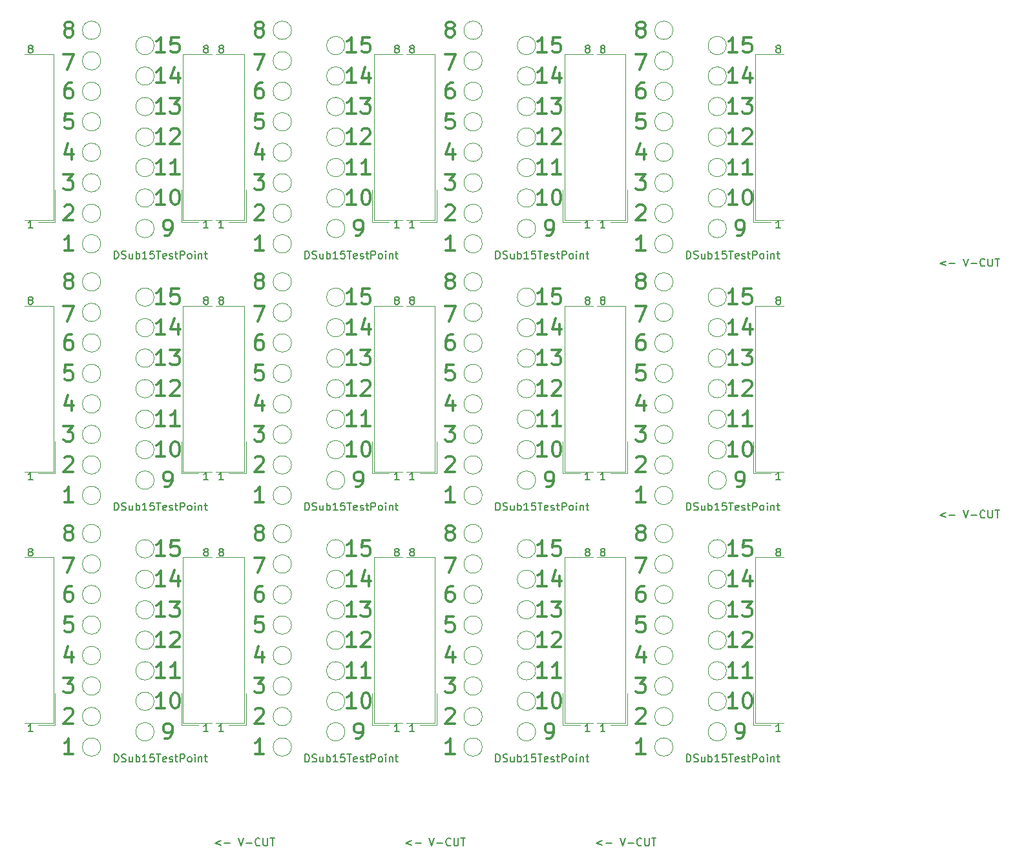
<source format=gto>
G04 #@! TF.GenerationSoftware,KiCad,Pcbnew,(5.1.5)-3*
G04 #@! TF.CreationDate,2021-03-23T18:23:01+09:00*
G04 #@! TF.ProjectId,DSub15TestPoint(3x4),44537562-3135-4546-9573-74506f696e74,rev?*
G04 #@! TF.SameCoordinates,Original*
G04 #@! TF.FileFunction,Legend,Top*
G04 #@! TF.FilePolarity,Positive*
%FSLAX46Y46*%
G04 Gerber Fmt 4.6, Leading zero omitted, Abs format (unit mm)*
G04 Created by KiCad (PCBNEW (5.1.5)-3) date 2021-03-23 18:23:01*
%MOMM*%
%LPD*%
G04 APERTURE LIST*
%ADD10C,0.150000*%
%ADD11C,0.120000*%
%ADD12C,0.300000*%
G04 APERTURE END LIST*
D10*
X150928571Y-62785714D02*
X150166666Y-63071428D01*
X150928571Y-63357142D01*
X151404761Y-63071428D02*
X152166666Y-63071428D01*
X153261904Y-62452380D02*
X153595238Y-63452380D01*
X153928571Y-62452380D01*
X154261904Y-63071428D02*
X155023809Y-63071428D01*
X156071428Y-63357142D02*
X156023809Y-63404761D01*
X155880952Y-63452380D01*
X155785714Y-63452380D01*
X155642857Y-63404761D01*
X155547619Y-63309523D01*
X155500000Y-63214285D01*
X155452380Y-63023809D01*
X155452380Y-62880952D01*
X155500000Y-62690476D01*
X155547619Y-62595238D01*
X155642857Y-62500000D01*
X155785714Y-62452380D01*
X155880952Y-62452380D01*
X156023809Y-62500000D01*
X156071428Y-62547619D01*
X156500000Y-62452380D02*
X156500000Y-63261904D01*
X156547619Y-63357142D01*
X156595238Y-63404761D01*
X156690476Y-63452380D01*
X156880952Y-63452380D01*
X156976190Y-63404761D01*
X157023809Y-63357142D01*
X157071428Y-63261904D01*
X157071428Y-62452380D01*
X157404761Y-62452380D02*
X157976190Y-62452380D01*
X157690476Y-63452380D02*
X157690476Y-62452380D01*
X150928571Y-95785714D02*
X150166666Y-96071428D01*
X150928571Y-96357142D01*
X151404761Y-96071428D02*
X152166666Y-96071428D01*
X153261904Y-95452380D02*
X153595238Y-96452380D01*
X153928571Y-95452380D01*
X154261904Y-96071428D02*
X155023809Y-96071428D01*
X156071428Y-96357142D02*
X156023809Y-96404761D01*
X155880952Y-96452380D01*
X155785714Y-96452380D01*
X155642857Y-96404761D01*
X155547619Y-96309523D01*
X155500000Y-96214285D01*
X155452380Y-96023809D01*
X155452380Y-95880952D01*
X155500000Y-95690476D01*
X155547619Y-95595238D01*
X155642857Y-95500000D01*
X155785714Y-95452380D01*
X155880952Y-95452380D01*
X156023809Y-95500000D01*
X156071428Y-95547619D01*
X156500000Y-95452380D02*
X156500000Y-96261904D01*
X156547619Y-96357142D01*
X156595238Y-96404761D01*
X156690476Y-96452380D01*
X156880952Y-96452380D01*
X156976190Y-96404761D01*
X157023809Y-96357142D01*
X157071428Y-96261904D01*
X157071428Y-95452380D01*
X157404761Y-95452380D02*
X157976190Y-95452380D01*
X157690476Y-96452380D02*
X157690476Y-95452380D01*
X105928571Y-138785714D02*
X105166666Y-139071428D01*
X105928571Y-139357142D01*
X106404761Y-139071428D02*
X107166666Y-139071428D01*
X108261904Y-138452380D02*
X108595238Y-139452380D01*
X108928571Y-138452380D01*
X109261904Y-139071428D02*
X110023809Y-139071428D01*
X111071428Y-139357142D02*
X111023809Y-139404761D01*
X110880952Y-139452380D01*
X110785714Y-139452380D01*
X110642857Y-139404761D01*
X110547619Y-139309523D01*
X110500000Y-139214285D01*
X110452380Y-139023809D01*
X110452380Y-138880952D01*
X110500000Y-138690476D01*
X110547619Y-138595238D01*
X110642857Y-138500000D01*
X110785714Y-138452380D01*
X110880952Y-138452380D01*
X111023809Y-138500000D01*
X111071428Y-138547619D01*
X111500000Y-138452380D02*
X111500000Y-139261904D01*
X111547619Y-139357142D01*
X111595238Y-139404761D01*
X111690476Y-139452380D01*
X111880952Y-139452380D01*
X111976190Y-139404761D01*
X112023809Y-139357142D01*
X112071428Y-139261904D01*
X112071428Y-138452380D01*
X112404761Y-138452380D02*
X112976190Y-138452380D01*
X112690476Y-139452380D02*
X112690476Y-138452380D01*
X80928571Y-138785714D02*
X80166666Y-139071428D01*
X80928571Y-139357142D01*
X81404761Y-139071428D02*
X82166666Y-139071428D01*
X83261904Y-138452380D02*
X83595238Y-139452380D01*
X83928571Y-138452380D01*
X84261904Y-139071428D02*
X85023809Y-139071428D01*
X86071428Y-139357142D02*
X86023809Y-139404761D01*
X85880952Y-139452380D01*
X85785714Y-139452380D01*
X85642857Y-139404761D01*
X85547619Y-139309523D01*
X85500000Y-139214285D01*
X85452380Y-139023809D01*
X85452380Y-138880952D01*
X85500000Y-138690476D01*
X85547619Y-138595238D01*
X85642857Y-138500000D01*
X85785714Y-138452380D01*
X85880952Y-138452380D01*
X86023809Y-138500000D01*
X86071428Y-138547619D01*
X86500000Y-138452380D02*
X86500000Y-139261904D01*
X86547619Y-139357142D01*
X86595238Y-139404761D01*
X86690476Y-139452380D01*
X86880952Y-139452380D01*
X86976190Y-139404761D01*
X87023809Y-139357142D01*
X87071428Y-139261904D01*
X87071428Y-138452380D01*
X87404761Y-138452380D02*
X87976190Y-138452380D01*
X87690476Y-139452380D02*
X87690476Y-138452380D01*
X55928571Y-138785714D02*
X55166666Y-139071428D01*
X55928571Y-139357142D01*
X56404761Y-139071428D02*
X57166666Y-139071428D01*
X58261904Y-138452380D02*
X58595238Y-139452380D01*
X58928571Y-138452380D01*
X59261904Y-139071428D02*
X60023809Y-139071428D01*
X61071428Y-139357142D02*
X61023809Y-139404761D01*
X60880952Y-139452380D01*
X60785714Y-139452380D01*
X60642857Y-139404761D01*
X60547619Y-139309523D01*
X60500000Y-139214285D01*
X60452380Y-139023809D01*
X60452380Y-138880952D01*
X60500000Y-138690476D01*
X60547619Y-138595238D01*
X60642857Y-138500000D01*
X60785714Y-138452380D01*
X60880952Y-138452380D01*
X61023809Y-138500000D01*
X61071428Y-138547619D01*
X61500000Y-138452380D02*
X61500000Y-139261904D01*
X61547619Y-139357142D01*
X61595238Y-139404761D01*
X61690476Y-139452380D01*
X61880952Y-139452380D01*
X61976190Y-139404761D01*
X62023809Y-139357142D01*
X62071428Y-139261904D01*
X62071428Y-138452380D01*
X62404761Y-138452380D02*
X62976190Y-138452380D01*
X62690476Y-139452380D02*
X62690476Y-138452380D01*
X128904761Y-100880952D02*
X128809523Y-100833333D01*
X128761904Y-100785714D01*
X128714285Y-100690476D01*
X128714285Y-100642857D01*
X128761904Y-100547619D01*
X128809523Y-100500000D01*
X128904761Y-100452380D01*
X129095238Y-100452380D01*
X129190476Y-100500000D01*
X129238095Y-100547619D01*
X129285714Y-100642857D01*
X129285714Y-100690476D01*
X129238095Y-100785714D01*
X129190476Y-100833333D01*
X129095238Y-100880952D01*
X128904761Y-100880952D01*
X128809523Y-100928571D01*
X128761904Y-100976190D01*
X128714285Y-101071428D01*
X128714285Y-101261904D01*
X128761904Y-101357142D01*
X128809523Y-101404761D01*
X128904761Y-101452380D01*
X129095238Y-101452380D01*
X129190476Y-101404761D01*
X129238095Y-101357142D01*
X129285714Y-101261904D01*
X129285714Y-101071428D01*
X129238095Y-100976190D01*
X129190476Y-100928571D01*
X129095238Y-100880952D01*
X106285714Y-124452380D02*
X105714285Y-124452380D01*
X106000000Y-124452380D02*
X106000000Y-123452380D01*
X105904761Y-123595238D01*
X105809523Y-123690476D01*
X105714285Y-123738095D01*
X129285714Y-124452380D02*
X128714285Y-124452380D01*
X129000000Y-124452380D02*
X129000000Y-123452380D01*
X128904761Y-123595238D01*
X128809523Y-123690476D01*
X128714285Y-123738095D01*
X79285714Y-124452380D02*
X78714285Y-124452380D01*
X79000000Y-124452380D02*
X79000000Y-123452380D01*
X78904761Y-123595238D01*
X78809523Y-123690476D01*
X78714285Y-123738095D01*
X66976190Y-128452380D02*
X66976190Y-127452380D01*
X67214285Y-127452380D01*
X67357142Y-127500000D01*
X67452380Y-127595238D01*
X67500000Y-127690476D01*
X67547619Y-127880952D01*
X67547619Y-128023809D01*
X67500000Y-128214285D01*
X67452380Y-128309523D01*
X67357142Y-128404761D01*
X67214285Y-128452380D01*
X66976190Y-128452380D01*
X67928571Y-128404761D02*
X68071428Y-128452380D01*
X68309523Y-128452380D01*
X68404761Y-128404761D01*
X68452380Y-128357142D01*
X68500000Y-128261904D01*
X68500000Y-128166666D01*
X68452380Y-128071428D01*
X68404761Y-128023809D01*
X68309523Y-127976190D01*
X68119047Y-127928571D01*
X68023809Y-127880952D01*
X67976190Y-127833333D01*
X67928571Y-127738095D01*
X67928571Y-127642857D01*
X67976190Y-127547619D01*
X68023809Y-127500000D01*
X68119047Y-127452380D01*
X68357142Y-127452380D01*
X68500000Y-127500000D01*
X69357142Y-127785714D02*
X69357142Y-128452380D01*
X68928571Y-127785714D02*
X68928571Y-128309523D01*
X68976190Y-128404761D01*
X69071428Y-128452380D01*
X69214285Y-128452380D01*
X69309523Y-128404761D01*
X69357142Y-128357142D01*
X69833333Y-128452380D02*
X69833333Y-127452380D01*
X69833333Y-127833333D02*
X69928571Y-127785714D01*
X70119047Y-127785714D01*
X70214285Y-127833333D01*
X70261904Y-127880952D01*
X70309523Y-127976190D01*
X70309523Y-128261904D01*
X70261904Y-128357142D01*
X70214285Y-128404761D01*
X70119047Y-128452380D01*
X69928571Y-128452380D01*
X69833333Y-128404761D01*
X71261904Y-128452380D02*
X70690476Y-128452380D01*
X70976190Y-128452380D02*
X70976190Y-127452380D01*
X70880952Y-127595238D01*
X70785714Y-127690476D01*
X70690476Y-127738095D01*
X72166666Y-127452380D02*
X71690476Y-127452380D01*
X71642857Y-127928571D01*
X71690476Y-127880952D01*
X71785714Y-127833333D01*
X72023809Y-127833333D01*
X72119047Y-127880952D01*
X72166666Y-127928571D01*
X72214285Y-128023809D01*
X72214285Y-128261904D01*
X72166666Y-128357142D01*
X72119047Y-128404761D01*
X72023809Y-128452380D01*
X71785714Y-128452380D01*
X71690476Y-128404761D01*
X71642857Y-128357142D01*
X72500000Y-127452380D02*
X73071428Y-127452380D01*
X72785714Y-128452380D02*
X72785714Y-127452380D01*
X73785714Y-128404761D02*
X73690476Y-128452380D01*
X73500000Y-128452380D01*
X73404761Y-128404761D01*
X73357142Y-128309523D01*
X73357142Y-127928571D01*
X73404761Y-127833333D01*
X73500000Y-127785714D01*
X73690476Y-127785714D01*
X73785714Y-127833333D01*
X73833333Y-127928571D01*
X73833333Y-128023809D01*
X73357142Y-128119047D01*
X74214285Y-128404761D02*
X74309523Y-128452380D01*
X74500000Y-128452380D01*
X74595238Y-128404761D01*
X74642857Y-128309523D01*
X74642857Y-128261904D01*
X74595238Y-128166666D01*
X74500000Y-128119047D01*
X74357142Y-128119047D01*
X74261904Y-128071428D01*
X74214285Y-127976190D01*
X74214285Y-127928571D01*
X74261904Y-127833333D01*
X74357142Y-127785714D01*
X74500000Y-127785714D01*
X74595238Y-127833333D01*
X74928571Y-127785714D02*
X75309523Y-127785714D01*
X75071428Y-127452380D02*
X75071428Y-128309523D01*
X75119047Y-128404761D01*
X75214285Y-128452380D01*
X75309523Y-128452380D01*
X75642857Y-128452380D02*
X75642857Y-127452380D01*
X76023809Y-127452380D01*
X76119047Y-127500000D01*
X76166666Y-127547619D01*
X76214285Y-127642857D01*
X76214285Y-127785714D01*
X76166666Y-127880952D01*
X76119047Y-127928571D01*
X76023809Y-127976190D01*
X75642857Y-127976190D01*
X76785714Y-128452380D02*
X76690476Y-128404761D01*
X76642857Y-128357142D01*
X76595238Y-128261904D01*
X76595238Y-127976190D01*
X76642857Y-127880952D01*
X76690476Y-127833333D01*
X76785714Y-127785714D01*
X76928571Y-127785714D01*
X77023809Y-127833333D01*
X77071428Y-127880952D01*
X77119047Y-127976190D01*
X77119047Y-128261904D01*
X77071428Y-128357142D01*
X77023809Y-128404761D01*
X76928571Y-128452380D01*
X76785714Y-128452380D01*
X77547619Y-128452380D02*
X77547619Y-127785714D01*
X77547619Y-127452380D02*
X77500000Y-127500000D01*
X77547619Y-127547619D01*
X77595238Y-127500000D01*
X77547619Y-127452380D01*
X77547619Y-127547619D01*
X78023809Y-127785714D02*
X78023809Y-128452380D01*
X78023809Y-127880952D02*
X78071428Y-127833333D01*
X78166666Y-127785714D01*
X78309523Y-127785714D01*
X78404761Y-127833333D01*
X78452380Y-127928571D01*
X78452380Y-128452380D01*
X78785714Y-127785714D02*
X79166666Y-127785714D01*
X78928571Y-127452380D02*
X78928571Y-128309523D01*
X78976190Y-128404761D01*
X79071428Y-128452380D01*
X79166666Y-128452380D01*
X55904761Y-100880952D02*
X55809523Y-100833333D01*
X55761904Y-100785714D01*
X55714285Y-100690476D01*
X55714285Y-100642857D01*
X55761904Y-100547619D01*
X55809523Y-100500000D01*
X55904761Y-100452380D01*
X56095238Y-100452380D01*
X56190476Y-100500000D01*
X56238095Y-100547619D01*
X56285714Y-100642857D01*
X56285714Y-100690476D01*
X56238095Y-100785714D01*
X56190476Y-100833333D01*
X56095238Y-100880952D01*
X55904761Y-100880952D01*
X55809523Y-100928571D01*
X55761904Y-100976190D01*
X55714285Y-101071428D01*
X55714285Y-101261904D01*
X55761904Y-101357142D01*
X55809523Y-101404761D01*
X55904761Y-101452380D01*
X56095238Y-101452380D01*
X56190476Y-101404761D01*
X56238095Y-101357142D01*
X56285714Y-101261904D01*
X56285714Y-101071428D01*
X56238095Y-100976190D01*
X56190476Y-100928571D01*
X56095238Y-100880952D01*
X53904761Y-100880952D02*
X53809523Y-100833333D01*
X53761904Y-100785714D01*
X53714285Y-100690476D01*
X53714285Y-100642857D01*
X53761904Y-100547619D01*
X53809523Y-100500000D01*
X53904761Y-100452380D01*
X54095238Y-100452380D01*
X54190476Y-100500000D01*
X54238095Y-100547619D01*
X54285714Y-100642857D01*
X54285714Y-100690476D01*
X54238095Y-100785714D01*
X54190476Y-100833333D01*
X54095238Y-100880952D01*
X53904761Y-100880952D01*
X53809523Y-100928571D01*
X53761904Y-100976190D01*
X53714285Y-101071428D01*
X53714285Y-101261904D01*
X53761904Y-101357142D01*
X53809523Y-101404761D01*
X53904761Y-101452380D01*
X54095238Y-101452380D01*
X54190476Y-101404761D01*
X54238095Y-101357142D01*
X54285714Y-101261904D01*
X54285714Y-101071428D01*
X54238095Y-100976190D01*
X54190476Y-100928571D01*
X54095238Y-100880952D01*
X56285714Y-124452380D02*
X55714285Y-124452380D01*
X56000000Y-124452380D02*
X56000000Y-123452380D01*
X55904761Y-123595238D01*
X55809523Y-123690476D01*
X55714285Y-123738095D01*
X31285714Y-124452380D02*
X30714285Y-124452380D01*
X31000000Y-124452380D02*
X31000000Y-123452380D01*
X30904761Y-123595238D01*
X30809523Y-123690476D01*
X30714285Y-123738095D01*
X30904761Y-100880952D02*
X30809523Y-100833333D01*
X30761904Y-100785714D01*
X30714285Y-100690476D01*
X30714285Y-100642857D01*
X30761904Y-100547619D01*
X30809523Y-100500000D01*
X30904761Y-100452380D01*
X31095238Y-100452380D01*
X31190476Y-100500000D01*
X31238095Y-100547619D01*
X31285714Y-100642857D01*
X31285714Y-100690476D01*
X31238095Y-100785714D01*
X31190476Y-100833333D01*
X31095238Y-100880952D01*
X30904761Y-100880952D01*
X30809523Y-100928571D01*
X30761904Y-100976190D01*
X30714285Y-101071428D01*
X30714285Y-101261904D01*
X30761904Y-101357142D01*
X30809523Y-101404761D01*
X30904761Y-101452380D01*
X31095238Y-101452380D01*
X31190476Y-101404761D01*
X31238095Y-101357142D01*
X31285714Y-101261904D01*
X31285714Y-101071428D01*
X31238095Y-100976190D01*
X31190476Y-100928571D01*
X31095238Y-100880952D01*
X41976190Y-128452380D02*
X41976190Y-127452380D01*
X42214285Y-127452380D01*
X42357142Y-127500000D01*
X42452380Y-127595238D01*
X42500000Y-127690476D01*
X42547619Y-127880952D01*
X42547619Y-128023809D01*
X42500000Y-128214285D01*
X42452380Y-128309523D01*
X42357142Y-128404761D01*
X42214285Y-128452380D01*
X41976190Y-128452380D01*
X42928571Y-128404761D02*
X43071428Y-128452380D01*
X43309523Y-128452380D01*
X43404761Y-128404761D01*
X43452380Y-128357142D01*
X43500000Y-128261904D01*
X43500000Y-128166666D01*
X43452380Y-128071428D01*
X43404761Y-128023809D01*
X43309523Y-127976190D01*
X43119047Y-127928571D01*
X43023809Y-127880952D01*
X42976190Y-127833333D01*
X42928571Y-127738095D01*
X42928571Y-127642857D01*
X42976190Y-127547619D01*
X43023809Y-127500000D01*
X43119047Y-127452380D01*
X43357142Y-127452380D01*
X43500000Y-127500000D01*
X44357142Y-127785714D02*
X44357142Y-128452380D01*
X43928571Y-127785714D02*
X43928571Y-128309523D01*
X43976190Y-128404761D01*
X44071428Y-128452380D01*
X44214285Y-128452380D01*
X44309523Y-128404761D01*
X44357142Y-128357142D01*
X44833333Y-128452380D02*
X44833333Y-127452380D01*
X44833333Y-127833333D02*
X44928571Y-127785714D01*
X45119047Y-127785714D01*
X45214285Y-127833333D01*
X45261904Y-127880952D01*
X45309523Y-127976190D01*
X45309523Y-128261904D01*
X45261904Y-128357142D01*
X45214285Y-128404761D01*
X45119047Y-128452380D01*
X44928571Y-128452380D01*
X44833333Y-128404761D01*
X46261904Y-128452380D02*
X45690476Y-128452380D01*
X45976190Y-128452380D02*
X45976190Y-127452380D01*
X45880952Y-127595238D01*
X45785714Y-127690476D01*
X45690476Y-127738095D01*
X47166666Y-127452380D02*
X46690476Y-127452380D01*
X46642857Y-127928571D01*
X46690476Y-127880952D01*
X46785714Y-127833333D01*
X47023809Y-127833333D01*
X47119047Y-127880952D01*
X47166666Y-127928571D01*
X47214285Y-128023809D01*
X47214285Y-128261904D01*
X47166666Y-128357142D01*
X47119047Y-128404761D01*
X47023809Y-128452380D01*
X46785714Y-128452380D01*
X46690476Y-128404761D01*
X46642857Y-128357142D01*
X47500000Y-127452380D02*
X48071428Y-127452380D01*
X47785714Y-128452380D02*
X47785714Y-127452380D01*
X48785714Y-128404761D02*
X48690476Y-128452380D01*
X48500000Y-128452380D01*
X48404761Y-128404761D01*
X48357142Y-128309523D01*
X48357142Y-127928571D01*
X48404761Y-127833333D01*
X48500000Y-127785714D01*
X48690476Y-127785714D01*
X48785714Y-127833333D01*
X48833333Y-127928571D01*
X48833333Y-128023809D01*
X48357142Y-128119047D01*
X49214285Y-128404761D02*
X49309523Y-128452380D01*
X49500000Y-128452380D01*
X49595238Y-128404761D01*
X49642857Y-128309523D01*
X49642857Y-128261904D01*
X49595238Y-128166666D01*
X49500000Y-128119047D01*
X49357142Y-128119047D01*
X49261904Y-128071428D01*
X49214285Y-127976190D01*
X49214285Y-127928571D01*
X49261904Y-127833333D01*
X49357142Y-127785714D01*
X49500000Y-127785714D01*
X49595238Y-127833333D01*
X49928571Y-127785714D02*
X50309523Y-127785714D01*
X50071428Y-127452380D02*
X50071428Y-128309523D01*
X50119047Y-128404761D01*
X50214285Y-128452380D01*
X50309523Y-128452380D01*
X50642857Y-128452380D02*
X50642857Y-127452380D01*
X51023809Y-127452380D01*
X51119047Y-127500000D01*
X51166666Y-127547619D01*
X51214285Y-127642857D01*
X51214285Y-127785714D01*
X51166666Y-127880952D01*
X51119047Y-127928571D01*
X51023809Y-127976190D01*
X50642857Y-127976190D01*
X51785714Y-128452380D02*
X51690476Y-128404761D01*
X51642857Y-128357142D01*
X51595238Y-128261904D01*
X51595238Y-127976190D01*
X51642857Y-127880952D01*
X51690476Y-127833333D01*
X51785714Y-127785714D01*
X51928571Y-127785714D01*
X52023809Y-127833333D01*
X52071428Y-127880952D01*
X52119047Y-127976190D01*
X52119047Y-128261904D01*
X52071428Y-128357142D01*
X52023809Y-128404761D01*
X51928571Y-128452380D01*
X51785714Y-128452380D01*
X52547619Y-128452380D02*
X52547619Y-127785714D01*
X52547619Y-127452380D02*
X52500000Y-127500000D01*
X52547619Y-127547619D01*
X52595238Y-127500000D01*
X52547619Y-127452380D01*
X52547619Y-127547619D01*
X53023809Y-127785714D02*
X53023809Y-128452380D01*
X53023809Y-127880952D02*
X53071428Y-127833333D01*
X53166666Y-127785714D01*
X53309523Y-127785714D01*
X53404761Y-127833333D01*
X53452380Y-127928571D01*
X53452380Y-128452380D01*
X53785714Y-127785714D02*
X54166666Y-127785714D01*
X53928571Y-127452380D02*
X53928571Y-128309523D01*
X53976190Y-128404761D01*
X54071428Y-128452380D01*
X54166666Y-128452380D01*
X81285714Y-124452380D02*
X80714285Y-124452380D01*
X81000000Y-124452380D02*
X81000000Y-123452380D01*
X80904761Y-123595238D01*
X80809523Y-123690476D01*
X80714285Y-123738095D01*
X80904761Y-100880952D02*
X80809523Y-100833333D01*
X80761904Y-100785714D01*
X80714285Y-100690476D01*
X80714285Y-100642857D01*
X80761904Y-100547619D01*
X80809523Y-100500000D01*
X80904761Y-100452380D01*
X81095238Y-100452380D01*
X81190476Y-100500000D01*
X81238095Y-100547619D01*
X81285714Y-100642857D01*
X81285714Y-100690476D01*
X81238095Y-100785714D01*
X81190476Y-100833333D01*
X81095238Y-100880952D01*
X80904761Y-100880952D01*
X80809523Y-100928571D01*
X80761904Y-100976190D01*
X80714285Y-101071428D01*
X80714285Y-101261904D01*
X80761904Y-101357142D01*
X80809523Y-101404761D01*
X80904761Y-101452380D01*
X81095238Y-101452380D01*
X81190476Y-101404761D01*
X81238095Y-101357142D01*
X81285714Y-101261904D01*
X81285714Y-101071428D01*
X81238095Y-100976190D01*
X81190476Y-100928571D01*
X81095238Y-100880952D01*
X104285714Y-124452380D02*
X103714285Y-124452380D01*
X104000000Y-124452380D02*
X104000000Y-123452380D01*
X103904761Y-123595238D01*
X103809523Y-123690476D01*
X103714285Y-123738095D01*
X103904761Y-100880952D02*
X103809523Y-100833333D01*
X103761904Y-100785714D01*
X103714285Y-100690476D01*
X103714285Y-100642857D01*
X103761904Y-100547619D01*
X103809523Y-100500000D01*
X103904761Y-100452380D01*
X104095238Y-100452380D01*
X104190476Y-100500000D01*
X104238095Y-100547619D01*
X104285714Y-100642857D01*
X104285714Y-100690476D01*
X104238095Y-100785714D01*
X104190476Y-100833333D01*
X104095238Y-100880952D01*
X103904761Y-100880952D01*
X103809523Y-100928571D01*
X103761904Y-100976190D01*
X103714285Y-101071428D01*
X103714285Y-101261904D01*
X103761904Y-101357142D01*
X103809523Y-101404761D01*
X103904761Y-101452380D01*
X104095238Y-101452380D01*
X104190476Y-101404761D01*
X104238095Y-101357142D01*
X104285714Y-101261904D01*
X104285714Y-101071428D01*
X104238095Y-100976190D01*
X104190476Y-100928571D01*
X104095238Y-100880952D01*
X91976190Y-128452380D02*
X91976190Y-127452380D01*
X92214285Y-127452380D01*
X92357142Y-127500000D01*
X92452380Y-127595238D01*
X92500000Y-127690476D01*
X92547619Y-127880952D01*
X92547619Y-128023809D01*
X92500000Y-128214285D01*
X92452380Y-128309523D01*
X92357142Y-128404761D01*
X92214285Y-128452380D01*
X91976190Y-128452380D01*
X92928571Y-128404761D02*
X93071428Y-128452380D01*
X93309523Y-128452380D01*
X93404761Y-128404761D01*
X93452380Y-128357142D01*
X93500000Y-128261904D01*
X93500000Y-128166666D01*
X93452380Y-128071428D01*
X93404761Y-128023809D01*
X93309523Y-127976190D01*
X93119047Y-127928571D01*
X93023809Y-127880952D01*
X92976190Y-127833333D01*
X92928571Y-127738095D01*
X92928571Y-127642857D01*
X92976190Y-127547619D01*
X93023809Y-127500000D01*
X93119047Y-127452380D01*
X93357142Y-127452380D01*
X93500000Y-127500000D01*
X94357142Y-127785714D02*
X94357142Y-128452380D01*
X93928571Y-127785714D02*
X93928571Y-128309523D01*
X93976190Y-128404761D01*
X94071428Y-128452380D01*
X94214285Y-128452380D01*
X94309523Y-128404761D01*
X94357142Y-128357142D01*
X94833333Y-128452380D02*
X94833333Y-127452380D01*
X94833333Y-127833333D02*
X94928571Y-127785714D01*
X95119047Y-127785714D01*
X95214285Y-127833333D01*
X95261904Y-127880952D01*
X95309523Y-127976190D01*
X95309523Y-128261904D01*
X95261904Y-128357142D01*
X95214285Y-128404761D01*
X95119047Y-128452380D01*
X94928571Y-128452380D01*
X94833333Y-128404761D01*
X96261904Y-128452380D02*
X95690476Y-128452380D01*
X95976190Y-128452380D02*
X95976190Y-127452380D01*
X95880952Y-127595238D01*
X95785714Y-127690476D01*
X95690476Y-127738095D01*
X97166666Y-127452380D02*
X96690476Y-127452380D01*
X96642857Y-127928571D01*
X96690476Y-127880952D01*
X96785714Y-127833333D01*
X97023809Y-127833333D01*
X97119047Y-127880952D01*
X97166666Y-127928571D01*
X97214285Y-128023809D01*
X97214285Y-128261904D01*
X97166666Y-128357142D01*
X97119047Y-128404761D01*
X97023809Y-128452380D01*
X96785714Y-128452380D01*
X96690476Y-128404761D01*
X96642857Y-128357142D01*
X97500000Y-127452380D02*
X98071428Y-127452380D01*
X97785714Y-128452380D02*
X97785714Y-127452380D01*
X98785714Y-128404761D02*
X98690476Y-128452380D01*
X98500000Y-128452380D01*
X98404761Y-128404761D01*
X98357142Y-128309523D01*
X98357142Y-127928571D01*
X98404761Y-127833333D01*
X98500000Y-127785714D01*
X98690476Y-127785714D01*
X98785714Y-127833333D01*
X98833333Y-127928571D01*
X98833333Y-128023809D01*
X98357142Y-128119047D01*
X99214285Y-128404761D02*
X99309523Y-128452380D01*
X99500000Y-128452380D01*
X99595238Y-128404761D01*
X99642857Y-128309523D01*
X99642857Y-128261904D01*
X99595238Y-128166666D01*
X99500000Y-128119047D01*
X99357142Y-128119047D01*
X99261904Y-128071428D01*
X99214285Y-127976190D01*
X99214285Y-127928571D01*
X99261904Y-127833333D01*
X99357142Y-127785714D01*
X99500000Y-127785714D01*
X99595238Y-127833333D01*
X99928571Y-127785714D02*
X100309523Y-127785714D01*
X100071428Y-127452380D02*
X100071428Y-128309523D01*
X100119047Y-128404761D01*
X100214285Y-128452380D01*
X100309523Y-128452380D01*
X100642857Y-128452380D02*
X100642857Y-127452380D01*
X101023809Y-127452380D01*
X101119047Y-127500000D01*
X101166666Y-127547619D01*
X101214285Y-127642857D01*
X101214285Y-127785714D01*
X101166666Y-127880952D01*
X101119047Y-127928571D01*
X101023809Y-127976190D01*
X100642857Y-127976190D01*
X101785714Y-128452380D02*
X101690476Y-128404761D01*
X101642857Y-128357142D01*
X101595238Y-128261904D01*
X101595238Y-127976190D01*
X101642857Y-127880952D01*
X101690476Y-127833333D01*
X101785714Y-127785714D01*
X101928571Y-127785714D01*
X102023809Y-127833333D01*
X102071428Y-127880952D01*
X102119047Y-127976190D01*
X102119047Y-128261904D01*
X102071428Y-128357142D01*
X102023809Y-128404761D01*
X101928571Y-128452380D01*
X101785714Y-128452380D01*
X102547619Y-128452380D02*
X102547619Y-127785714D01*
X102547619Y-127452380D02*
X102500000Y-127500000D01*
X102547619Y-127547619D01*
X102595238Y-127500000D01*
X102547619Y-127452380D01*
X102547619Y-127547619D01*
X103023809Y-127785714D02*
X103023809Y-128452380D01*
X103023809Y-127880952D02*
X103071428Y-127833333D01*
X103166666Y-127785714D01*
X103309523Y-127785714D01*
X103404761Y-127833333D01*
X103452380Y-127928571D01*
X103452380Y-128452380D01*
X103785714Y-127785714D02*
X104166666Y-127785714D01*
X103928571Y-127452380D02*
X103928571Y-128309523D01*
X103976190Y-128404761D01*
X104071428Y-128452380D01*
X104166666Y-128452380D01*
X54285714Y-124452380D02*
X53714285Y-124452380D01*
X54000000Y-124452380D02*
X54000000Y-123452380D01*
X53904761Y-123595238D01*
X53809523Y-123690476D01*
X53714285Y-123738095D01*
X78904761Y-100880952D02*
X78809523Y-100833333D01*
X78761904Y-100785714D01*
X78714285Y-100690476D01*
X78714285Y-100642857D01*
X78761904Y-100547619D01*
X78809523Y-100500000D01*
X78904761Y-100452380D01*
X79095238Y-100452380D01*
X79190476Y-100500000D01*
X79238095Y-100547619D01*
X79285714Y-100642857D01*
X79285714Y-100690476D01*
X79238095Y-100785714D01*
X79190476Y-100833333D01*
X79095238Y-100880952D01*
X78904761Y-100880952D01*
X78809523Y-100928571D01*
X78761904Y-100976190D01*
X78714285Y-101071428D01*
X78714285Y-101261904D01*
X78761904Y-101357142D01*
X78809523Y-101404761D01*
X78904761Y-101452380D01*
X79095238Y-101452380D01*
X79190476Y-101404761D01*
X79238095Y-101357142D01*
X79285714Y-101261904D01*
X79285714Y-101071428D01*
X79238095Y-100976190D01*
X79190476Y-100928571D01*
X79095238Y-100880952D01*
X116976190Y-128452380D02*
X116976190Y-127452380D01*
X117214285Y-127452380D01*
X117357142Y-127500000D01*
X117452380Y-127595238D01*
X117500000Y-127690476D01*
X117547619Y-127880952D01*
X117547619Y-128023809D01*
X117500000Y-128214285D01*
X117452380Y-128309523D01*
X117357142Y-128404761D01*
X117214285Y-128452380D01*
X116976190Y-128452380D01*
X117928571Y-128404761D02*
X118071428Y-128452380D01*
X118309523Y-128452380D01*
X118404761Y-128404761D01*
X118452380Y-128357142D01*
X118500000Y-128261904D01*
X118500000Y-128166666D01*
X118452380Y-128071428D01*
X118404761Y-128023809D01*
X118309523Y-127976190D01*
X118119047Y-127928571D01*
X118023809Y-127880952D01*
X117976190Y-127833333D01*
X117928571Y-127738095D01*
X117928571Y-127642857D01*
X117976190Y-127547619D01*
X118023809Y-127500000D01*
X118119047Y-127452380D01*
X118357142Y-127452380D01*
X118500000Y-127500000D01*
X119357142Y-127785714D02*
X119357142Y-128452380D01*
X118928571Y-127785714D02*
X118928571Y-128309523D01*
X118976190Y-128404761D01*
X119071428Y-128452380D01*
X119214285Y-128452380D01*
X119309523Y-128404761D01*
X119357142Y-128357142D01*
X119833333Y-128452380D02*
X119833333Y-127452380D01*
X119833333Y-127833333D02*
X119928571Y-127785714D01*
X120119047Y-127785714D01*
X120214285Y-127833333D01*
X120261904Y-127880952D01*
X120309523Y-127976190D01*
X120309523Y-128261904D01*
X120261904Y-128357142D01*
X120214285Y-128404761D01*
X120119047Y-128452380D01*
X119928571Y-128452380D01*
X119833333Y-128404761D01*
X121261904Y-128452380D02*
X120690476Y-128452380D01*
X120976190Y-128452380D02*
X120976190Y-127452380D01*
X120880952Y-127595238D01*
X120785714Y-127690476D01*
X120690476Y-127738095D01*
X122166666Y-127452380D02*
X121690476Y-127452380D01*
X121642857Y-127928571D01*
X121690476Y-127880952D01*
X121785714Y-127833333D01*
X122023809Y-127833333D01*
X122119047Y-127880952D01*
X122166666Y-127928571D01*
X122214285Y-128023809D01*
X122214285Y-128261904D01*
X122166666Y-128357142D01*
X122119047Y-128404761D01*
X122023809Y-128452380D01*
X121785714Y-128452380D01*
X121690476Y-128404761D01*
X121642857Y-128357142D01*
X122500000Y-127452380D02*
X123071428Y-127452380D01*
X122785714Y-128452380D02*
X122785714Y-127452380D01*
X123785714Y-128404761D02*
X123690476Y-128452380D01*
X123500000Y-128452380D01*
X123404761Y-128404761D01*
X123357142Y-128309523D01*
X123357142Y-127928571D01*
X123404761Y-127833333D01*
X123500000Y-127785714D01*
X123690476Y-127785714D01*
X123785714Y-127833333D01*
X123833333Y-127928571D01*
X123833333Y-128023809D01*
X123357142Y-128119047D01*
X124214285Y-128404761D02*
X124309523Y-128452380D01*
X124500000Y-128452380D01*
X124595238Y-128404761D01*
X124642857Y-128309523D01*
X124642857Y-128261904D01*
X124595238Y-128166666D01*
X124500000Y-128119047D01*
X124357142Y-128119047D01*
X124261904Y-128071428D01*
X124214285Y-127976190D01*
X124214285Y-127928571D01*
X124261904Y-127833333D01*
X124357142Y-127785714D01*
X124500000Y-127785714D01*
X124595238Y-127833333D01*
X124928571Y-127785714D02*
X125309523Y-127785714D01*
X125071428Y-127452380D02*
X125071428Y-128309523D01*
X125119047Y-128404761D01*
X125214285Y-128452380D01*
X125309523Y-128452380D01*
X125642857Y-128452380D02*
X125642857Y-127452380D01*
X126023809Y-127452380D01*
X126119047Y-127500000D01*
X126166666Y-127547619D01*
X126214285Y-127642857D01*
X126214285Y-127785714D01*
X126166666Y-127880952D01*
X126119047Y-127928571D01*
X126023809Y-127976190D01*
X125642857Y-127976190D01*
X126785714Y-128452380D02*
X126690476Y-128404761D01*
X126642857Y-128357142D01*
X126595238Y-128261904D01*
X126595238Y-127976190D01*
X126642857Y-127880952D01*
X126690476Y-127833333D01*
X126785714Y-127785714D01*
X126928571Y-127785714D01*
X127023809Y-127833333D01*
X127071428Y-127880952D01*
X127119047Y-127976190D01*
X127119047Y-128261904D01*
X127071428Y-128357142D01*
X127023809Y-128404761D01*
X126928571Y-128452380D01*
X126785714Y-128452380D01*
X127547619Y-128452380D02*
X127547619Y-127785714D01*
X127547619Y-127452380D02*
X127500000Y-127500000D01*
X127547619Y-127547619D01*
X127595238Y-127500000D01*
X127547619Y-127452380D01*
X127547619Y-127547619D01*
X128023809Y-127785714D02*
X128023809Y-128452380D01*
X128023809Y-127880952D02*
X128071428Y-127833333D01*
X128166666Y-127785714D01*
X128309523Y-127785714D01*
X128404761Y-127833333D01*
X128452380Y-127928571D01*
X128452380Y-128452380D01*
X128785714Y-127785714D02*
X129166666Y-127785714D01*
X128928571Y-127452380D02*
X128928571Y-128309523D01*
X128976190Y-128404761D01*
X129071428Y-128452380D01*
X129166666Y-128452380D01*
X105904761Y-100880952D02*
X105809523Y-100833333D01*
X105761904Y-100785714D01*
X105714285Y-100690476D01*
X105714285Y-100642857D01*
X105761904Y-100547619D01*
X105809523Y-100500000D01*
X105904761Y-100452380D01*
X106095238Y-100452380D01*
X106190476Y-100500000D01*
X106238095Y-100547619D01*
X106285714Y-100642857D01*
X106285714Y-100690476D01*
X106238095Y-100785714D01*
X106190476Y-100833333D01*
X106095238Y-100880952D01*
X105904761Y-100880952D01*
X105809523Y-100928571D01*
X105761904Y-100976190D01*
X105714285Y-101071428D01*
X105714285Y-101261904D01*
X105761904Y-101357142D01*
X105809523Y-101404761D01*
X105904761Y-101452380D01*
X106095238Y-101452380D01*
X106190476Y-101404761D01*
X106238095Y-101357142D01*
X106285714Y-101261904D01*
X106285714Y-101071428D01*
X106238095Y-100976190D01*
X106190476Y-100928571D01*
X106095238Y-100880952D01*
X116976190Y-95452380D02*
X116976190Y-94452380D01*
X117214285Y-94452380D01*
X117357142Y-94500000D01*
X117452380Y-94595238D01*
X117500000Y-94690476D01*
X117547619Y-94880952D01*
X117547619Y-95023809D01*
X117500000Y-95214285D01*
X117452380Y-95309523D01*
X117357142Y-95404761D01*
X117214285Y-95452380D01*
X116976190Y-95452380D01*
X117928571Y-95404761D02*
X118071428Y-95452380D01*
X118309523Y-95452380D01*
X118404761Y-95404761D01*
X118452380Y-95357142D01*
X118500000Y-95261904D01*
X118500000Y-95166666D01*
X118452380Y-95071428D01*
X118404761Y-95023809D01*
X118309523Y-94976190D01*
X118119047Y-94928571D01*
X118023809Y-94880952D01*
X117976190Y-94833333D01*
X117928571Y-94738095D01*
X117928571Y-94642857D01*
X117976190Y-94547619D01*
X118023809Y-94500000D01*
X118119047Y-94452380D01*
X118357142Y-94452380D01*
X118500000Y-94500000D01*
X119357142Y-94785714D02*
X119357142Y-95452380D01*
X118928571Y-94785714D02*
X118928571Y-95309523D01*
X118976190Y-95404761D01*
X119071428Y-95452380D01*
X119214285Y-95452380D01*
X119309523Y-95404761D01*
X119357142Y-95357142D01*
X119833333Y-95452380D02*
X119833333Y-94452380D01*
X119833333Y-94833333D02*
X119928571Y-94785714D01*
X120119047Y-94785714D01*
X120214285Y-94833333D01*
X120261904Y-94880952D01*
X120309523Y-94976190D01*
X120309523Y-95261904D01*
X120261904Y-95357142D01*
X120214285Y-95404761D01*
X120119047Y-95452380D01*
X119928571Y-95452380D01*
X119833333Y-95404761D01*
X121261904Y-95452380D02*
X120690476Y-95452380D01*
X120976190Y-95452380D02*
X120976190Y-94452380D01*
X120880952Y-94595238D01*
X120785714Y-94690476D01*
X120690476Y-94738095D01*
X122166666Y-94452380D02*
X121690476Y-94452380D01*
X121642857Y-94928571D01*
X121690476Y-94880952D01*
X121785714Y-94833333D01*
X122023809Y-94833333D01*
X122119047Y-94880952D01*
X122166666Y-94928571D01*
X122214285Y-95023809D01*
X122214285Y-95261904D01*
X122166666Y-95357142D01*
X122119047Y-95404761D01*
X122023809Y-95452380D01*
X121785714Y-95452380D01*
X121690476Y-95404761D01*
X121642857Y-95357142D01*
X122500000Y-94452380D02*
X123071428Y-94452380D01*
X122785714Y-95452380D02*
X122785714Y-94452380D01*
X123785714Y-95404761D02*
X123690476Y-95452380D01*
X123500000Y-95452380D01*
X123404761Y-95404761D01*
X123357142Y-95309523D01*
X123357142Y-94928571D01*
X123404761Y-94833333D01*
X123500000Y-94785714D01*
X123690476Y-94785714D01*
X123785714Y-94833333D01*
X123833333Y-94928571D01*
X123833333Y-95023809D01*
X123357142Y-95119047D01*
X124214285Y-95404761D02*
X124309523Y-95452380D01*
X124500000Y-95452380D01*
X124595238Y-95404761D01*
X124642857Y-95309523D01*
X124642857Y-95261904D01*
X124595238Y-95166666D01*
X124500000Y-95119047D01*
X124357142Y-95119047D01*
X124261904Y-95071428D01*
X124214285Y-94976190D01*
X124214285Y-94928571D01*
X124261904Y-94833333D01*
X124357142Y-94785714D01*
X124500000Y-94785714D01*
X124595238Y-94833333D01*
X124928571Y-94785714D02*
X125309523Y-94785714D01*
X125071428Y-94452380D02*
X125071428Y-95309523D01*
X125119047Y-95404761D01*
X125214285Y-95452380D01*
X125309523Y-95452380D01*
X125642857Y-95452380D02*
X125642857Y-94452380D01*
X126023809Y-94452380D01*
X126119047Y-94500000D01*
X126166666Y-94547619D01*
X126214285Y-94642857D01*
X126214285Y-94785714D01*
X126166666Y-94880952D01*
X126119047Y-94928571D01*
X126023809Y-94976190D01*
X125642857Y-94976190D01*
X126785714Y-95452380D02*
X126690476Y-95404761D01*
X126642857Y-95357142D01*
X126595238Y-95261904D01*
X126595238Y-94976190D01*
X126642857Y-94880952D01*
X126690476Y-94833333D01*
X126785714Y-94785714D01*
X126928571Y-94785714D01*
X127023809Y-94833333D01*
X127071428Y-94880952D01*
X127119047Y-94976190D01*
X127119047Y-95261904D01*
X127071428Y-95357142D01*
X127023809Y-95404761D01*
X126928571Y-95452380D01*
X126785714Y-95452380D01*
X127547619Y-95452380D02*
X127547619Y-94785714D01*
X127547619Y-94452380D02*
X127500000Y-94500000D01*
X127547619Y-94547619D01*
X127595238Y-94500000D01*
X127547619Y-94452380D01*
X127547619Y-94547619D01*
X128023809Y-94785714D02*
X128023809Y-95452380D01*
X128023809Y-94880952D02*
X128071428Y-94833333D01*
X128166666Y-94785714D01*
X128309523Y-94785714D01*
X128404761Y-94833333D01*
X128452380Y-94928571D01*
X128452380Y-95452380D01*
X128785714Y-94785714D02*
X129166666Y-94785714D01*
X128928571Y-94452380D02*
X128928571Y-95309523D01*
X128976190Y-95404761D01*
X129071428Y-95452380D01*
X129166666Y-95452380D01*
X105904761Y-67880952D02*
X105809523Y-67833333D01*
X105761904Y-67785714D01*
X105714285Y-67690476D01*
X105714285Y-67642857D01*
X105761904Y-67547619D01*
X105809523Y-67500000D01*
X105904761Y-67452380D01*
X106095238Y-67452380D01*
X106190476Y-67500000D01*
X106238095Y-67547619D01*
X106285714Y-67642857D01*
X106285714Y-67690476D01*
X106238095Y-67785714D01*
X106190476Y-67833333D01*
X106095238Y-67880952D01*
X105904761Y-67880952D01*
X105809523Y-67928571D01*
X105761904Y-67976190D01*
X105714285Y-68071428D01*
X105714285Y-68261904D01*
X105761904Y-68357142D01*
X105809523Y-68404761D01*
X105904761Y-68452380D01*
X106095238Y-68452380D01*
X106190476Y-68404761D01*
X106238095Y-68357142D01*
X106285714Y-68261904D01*
X106285714Y-68071428D01*
X106238095Y-67976190D01*
X106190476Y-67928571D01*
X106095238Y-67880952D01*
X128904761Y-67880952D02*
X128809523Y-67833333D01*
X128761904Y-67785714D01*
X128714285Y-67690476D01*
X128714285Y-67642857D01*
X128761904Y-67547619D01*
X128809523Y-67500000D01*
X128904761Y-67452380D01*
X129095238Y-67452380D01*
X129190476Y-67500000D01*
X129238095Y-67547619D01*
X129285714Y-67642857D01*
X129285714Y-67690476D01*
X129238095Y-67785714D01*
X129190476Y-67833333D01*
X129095238Y-67880952D01*
X128904761Y-67880952D01*
X128809523Y-67928571D01*
X128761904Y-67976190D01*
X128714285Y-68071428D01*
X128714285Y-68261904D01*
X128761904Y-68357142D01*
X128809523Y-68404761D01*
X128904761Y-68452380D01*
X129095238Y-68452380D01*
X129190476Y-68404761D01*
X129238095Y-68357142D01*
X129285714Y-68261904D01*
X129285714Y-68071428D01*
X129238095Y-67976190D01*
X129190476Y-67928571D01*
X129095238Y-67880952D01*
X106285714Y-91452380D02*
X105714285Y-91452380D01*
X106000000Y-91452380D02*
X106000000Y-90452380D01*
X105904761Y-90595238D01*
X105809523Y-90690476D01*
X105714285Y-90738095D01*
X129285714Y-91452380D02*
X128714285Y-91452380D01*
X129000000Y-91452380D02*
X129000000Y-90452380D01*
X128904761Y-90595238D01*
X128809523Y-90690476D01*
X128714285Y-90738095D01*
X81285714Y-91452380D02*
X80714285Y-91452380D01*
X81000000Y-91452380D02*
X81000000Y-90452380D01*
X80904761Y-90595238D01*
X80809523Y-90690476D01*
X80714285Y-90738095D01*
X80904761Y-67880952D02*
X80809523Y-67833333D01*
X80761904Y-67785714D01*
X80714285Y-67690476D01*
X80714285Y-67642857D01*
X80761904Y-67547619D01*
X80809523Y-67500000D01*
X80904761Y-67452380D01*
X81095238Y-67452380D01*
X81190476Y-67500000D01*
X81238095Y-67547619D01*
X81285714Y-67642857D01*
X81285714Y-67690476D01*
X81238095Y-67785714D01*
X81190476Y-67833333D01*
X81095238Y-67880952D01*
X80904761Y-67880952D01*
X80809523Y-67928571D01*
X80761904Y-67976190D01*
X80714285Y-68071428D01*
X80714285Y-68261904D01*
X80761904Y-68357142D01*
X80809523Y-68404761D01*
X80904761Y-68452380D01*
X81095238Y-68452380D01*
X81190476Y-68404761D01*
X81238095Y-68357142D01*
X81285714Y-68261904D01*
X81285714Y-68071428D01*
X81238095Y-67976190D01*
X81190476Y-67928571D01*
X81095238Y-67880952D01*
X104285714Y-91452380D02*
X103714285Y-91452380D01*
X104000000Y-91452380D02*
X104000000Y-90452380D01*
X103904761Y-90595238D01*
X103809523Y-90690476D01*
X103714285Y-90738095D01*
X103904761Y-67880952D02*
X103809523Y-67833333D01*
X103761904Y-67785714D01*
X103714285Y-67690476D01*
X103714285Y-67642857D01*
X103761904Y-67547619D01*
X103809523Y-67500000D01*
X103904761Y-67452380D01*
X104095238Y-67452380D01*
X104190476Y-67500000D01*
X104238095Y-67547619D01*
X104285714Y-67642857D01*
X104285714Y-67690476D01*
X104238095Y-67785714D01*
X104190476Y-67833333D01*
X104095238Y-67880952D01*
X103904761Y-67880952D01*
X103809523Y-67928571D01*
X103761904Y-67976190D01*
X103714285Y-68071428D01*
X103714285Y-68261904D01*
X103761904Y-68357142D01*
X103809523Y-68404761D01*
X103904761Y-68452380D01*
X104095238Y-68452380D01*
X104190476Y-68404761D01*
X104238095Y-68357142D01*
X104285714Y-68261904D01*
X104285714Y-68071428D01*
X104238095Y-67976190D01*
X104190476Y-67928571D01*
X104095238Y-67880952D01*
X91976190Y-95452380D02*
X91976190Y-94452380D01*
X92214285Y-94452380D01*
X92357142Y-94500000D01*
X92452380Y-94595238D01*
X92500000Y-94690476D01*
X92547619Y-94880952D01*
X92547619Y-95023809D01*
X92500000Y-95214285D01*
X92452380Y-95309523D01*
X92357142Y-95404761D01*
X92214285Y-95452380D01*
X91976190Y-95452380D01*
X92928571Y-95404761D02*
X93071428Y-95452380D01*
X93309523Y-95452380D01*
X93404761Y-95404761D01*
X93452380Y-95357142D01*
X93500000Y-95261904D01*
X93500000Y-95166666D01*
X93452380Y-95071428D01*
X93404761Y-95023809D01*
X93309523Y-94976190D01*
X93119047Y-94928571D01*
X93023809Y-94880952D01*
X92976190Y-94833333D01*
X92928571Y-94738095D01*
X92928571Y-94642857D01*
X92976190Y-94547619D01*
X93023809Y-94500000D01*
X93119047Y-94452380D01*
X93357142Y-94452380D01*
X93500000Y-94500000D01*
X94357142Y-94785714D02*
X94357142Y-95452380D01*
X93928571Y-94785714D02*
X93928571Y-95309523D01*
X93976190Y-95404761D01*
X94071428Y-95452380D01*
X94214285Y-95452380D01*
X94309523Y-95404761D01*
X94357142Y-95357142D01*
X94833333Y-95452380D02*
X94833333Y-94452380D01*
X94833333Y-94833333D02*
X94928571Y-94785714D01*
X95119047Y-94785714D01*
X95214285Y-94833333D01*
X95261904Y-94880952D01*
X95309523Y-94976190D01*
X95309523Y-95261904D01*
X95261904Y-95357142D01*
X95214285Y-95404761D01*
X95119047Y-95452380D01*
X94928571Y-95452380D01*
X94833333Y-95404761D01*
X96261904Y-95452380D02*
X95690476Y-95452380D01*
X95976190Y-95452380D02*
X95976190Y-94452380D01*
X95880952Y-94595238D01*
X95785714Y-94690476D01*
X95690476Y-94738095D01*
X97166666Y-94452380D02*
X96690476Y-94452380D01*
X96642857Y-94928571D01*
X96690476Y-94880952D01*
X96785714Y-94833333D01*
X97023809Y-94833333D01*
X97119047Y-94880952D01*
X97166666Y-94928571D01*
X97214285Y-95023809D01*
X97214285Y-95261904D01*
X97166666Y-95357142D01*
X97119047Y-95404761D01*
X97023809Y-95452380D01*
X96785714Y-95452380D01*
X96690476Y-95404761D01*
X96642857Y-95357142D01*
X97500000Y-94452380D02*
X98071428Y-94452380D01*
X97785714Y-95452380D02*
X97785714Y-94452380D01*
X98785714Y-95404761D02*
X98690476Y-95452380D01*
X98500000Y-95452380D01*
X98404761Y-95404761D01*
X98357142Y-95309523D01*
X98357142Y-94928571D01*
X98404761Y-94833333D01*
X98500000Y-94785714D01*
X98690476Y-94785714D01*
X98785714Y-94833333D01*
X98833333Y-94928571D01*
X98833333Y-95023809D01*
X98357142Y-95119047D01*
X99214285Y-95404761D02*
X99309523Y-95452380D01*
X99500000Y-95452380D01*
X99595238Y-95404761D01*
X99642857Y-95309523D01*
X99642857Y-95261904D01*
X99595238Y-95166666D01*
X99500000Y-95119047D01*
X99357142Y-95119047D01*
X99261904Y-95071428D01*
X99214285Y-94976190D01*
X99214285Y-94928571D01*
X99261904Y-94833333D01*
X99357142Y-94785714D01*
X99500000Y-94785714D01*
X99595238Y-94833333D01*
X99928571Y-94785714D02*
X100309523Y-94785714D01*
X100071428Y-94452380D02*
X100071428Y-95309523D01*
X100119047Y-95404761D01*
X100214285Y-95452380D01*
X100309523Y-95452380D01*
X100642857Y-95452380D02*
X100642857Y-94452380D01*
X101023809Y-94452380D01*
X101119047Y-94500000D01*
X101166666Y-94547619D01*
X101214285Y-94642857D01*
X101214285Y-94785714D01*
X101166666Y-94880952D01*
X101119047Y-94928571D01*
X101023809Y-94976190D01*
X100642857Y-94976190D01*
X101785714Y-95452380D02*
X101690476Y-95404761D01*
X101642857Y-95357142D01*
X101595238Y-95261904D01*
X101595238Y-94976190D01*
X101642857Y-94880952D01*
X101690476Y-94833333D01*
X101785714Y-94785714D01*
X101928571Y-94785714D01*
X102023809Y-94833333D01*
X102071428Y-94880952D01*
X102119047Y-94976190D01*
X102119047Y-95261904D01*
X102071428Y-95357142D01*
X102023809Y-95404761D01*
X101928571Y-95452380D01*
X101785714Y-95452380D01*
X102547619Y-95452380D02*
X102547619Y-94785714D01*
X102547619Y-94452380D02*
X102500000Y-94500000D01*
X102547619Y-94547619D01*
X102595238Y-94500000D01*
X102547619Y-94452380D01*
X102547619Y-94547619D01*
X103023809Y-94785714D02*
X103023809Y-95452380D01*
X103023809Y-94880952D02*
X103071428Y-94833333D01*
X103166666Y-94785714D01*
X103309523Y-94785714D01*
X103404761Y-94833333D01*
X103452380Y-94928571D01*
X103452380Y-95452380D01*
X103785714Y-94785714D02*
X104166666Y-94785714D01*
X103928571Y-94452380D02*
X103928571Y-95309523D01*
X103976190Y-95404761D01*
X104071428Y-95452380D01*
X104166666Y-95452380D01*
X66976190Y-95452380D02*
X66976190Y-94452380D01*
X67214285Y-94452380D01*
X67357142Y-94500000D01*
X67452380Y-94595238D01*
X67500000Y-94690476D01*
X67547619Y-94880952D01*
X67547619Y-95023809D01*
X67500000Y-95214285D01*
X67452380Y-95309523D01*
X67357142Y-95404761D01*
X67214285Y-95452380D01*
X66976190Y-95452380D01*
X67928571Y-95404761D02*
X68071428Y-95452380D01*
X68309523Y-95452380D01*
X68404761Y-95404761D01*
X68452380Y-95357142D01*
X68500000Y-95261904D01*
X68500000Y-95166666D01*
X68452380Y-95071428D01*
X68404761Y-95023809D01*
X68309523Y-94976190D01*
X68119047Y-94928571D01*
X68023809Y-94880952D01*
X67976190Y-94833333D01*
X67928571Y-94738095D01*
X67928571Y-94642857D01*
X67976190Y-94547619D01*
X68023809Y-94500000D01*
X68119047Y-94452380D01*
X68357142Y-94452380D01*
X68500000Y-94500000D01*
X69357142Y-94785714D02*
X69357142Y-95452380D01*
X68928571Y-94785714D02*
X68928571Y-95309523D01*
X68976190Y-95404761D01*
X69071428Y-95452380D01*
X69214285Y-95452380D01*
X69309523Y-95404761D01*
X69357142Y-95357142D01*
X69833333Y-95452380D02*
X69833333Y-94452380D01*
X69833333Y-94833333D02*
X69928571Y-94785714D01*
X70119047Y-94785714D01*
X70214285Y-94833333D01*
X70261904Y-94880952D01*
X70309523Y-94976190D01*
X70309523Y-95261904D01*
X70261904Y-95357142D01*
X70214285Y-95404761D01*
X70119047Y-95452380D01*
X69928571Y-95452380D01*
X69833333Y-95404761D01*
X71261904Y-95452380D02*
X70690476Y-95452380D01*
X70976190Y-95452380D02*
X70976190Y-94452380D01*
X70880952Y-94595238D01*
X70785714Y-94690476D01*
X70690476Y-94738095D01*
X72166666Y-94452380D02*
X71690476Y-94452380D01*
X71642857Y-94928571D01*
X71690476Y-94880952D01*
X71785714Y-94833333D01*
X72023809Y-94833333D01*
X72119047Y-94880952D01*
X72166666Y-94928571D01*
X72214285Y-95023809D01*
X72214285Y-95261904D01*
X72166666Y-95357142D01*
X72119047Y-95404761D01*
X72023809Y-95452380D01*
X71785714Y-95452380D01*
X71690476Y-95404761D01*
X71642857Y-95357142D01*
X72500000Y-94452380D02*
X73071428Y-94452380D01*
X72785714Y-95452380D02*
X72785714Y-94452380D01*
X73785714Y-95404761D02*
X73690476Y-95452380D01*
X73500000Y-95452380D01*
X73404761Y-95404761D01*
X73357142Y-95309523D01*
X73357142Y-94928571D01*
X73404761Y-94833333D01*
X73500000Y-94785714D01*
X73690476Y-94785714D01*
X73785714Y-94833333D01*
X73833333Y-94928571D01*
X73833333Y-95023809D01*
X73357142Y-95119047D01*
X74214285Y-95404761D02*
X74309523Y-95452380D01*
X74500000Y-95452380D01*
X74595238Y-95404761D01*
X74642857Y-95309523D01*
X74642857Y-95261904D01*
X74595238Y-95166666D01*
X74500000Y-95119047D01*
X74357142Y-95119047D01*
X74261904Y-95071428D01*
X74214285Y-94976190D01*
X74214285Y-94928571D01*
X74261904Y-94833333D01*
X74357142Y-94785714D01*
X74500000Y-94785714D01*
X74595238Y-94833333D01*
X74928571Y-94785714D02*
X75309523Y-94785714D01*
X75071428Y-94452380D02*
X75071428Y-95309523D01*
X75119047Y-95404761D01*
X75214285Y-95452380D01*
X75309523Y-95452380D01*
X75642857Y-95452380D02*
X75642857Y-94452380D01*
X76023809Y-94452380D01*
X76119047Y-94500000D01*
X76166666Y-94547619D01*
X76214285Y-94642857D01*
X76214285Y-94785714D01*
X76166666Y-94880952D01*
X76119047Y-94928571D01*
X76023809Y-94976190D01*
X75642857Y-94976190D01*
X76785714Y-95452380D02*
X76690476Y-95404761D01*
X76642857Y-95357142D01*
X76595238Y-95261904D01*
X76595238Y-94976190D01*
X76642857Y-94880952D01*
X76690476Y-94833333D01*
X76785714Y-94785714D01*
X76928571Y-94785714D01*
X77023809Y-94833333D01*
X77071428Y-94880952D01*
X77119047Y-94976190D01*
X77119047Y-95261904D01*
X77071428Y-95357142D01*
X77023809Y-95404761D01*
X76928571Y-95452380D01*
X76785714Y-95452380D01*
X77547619Y-95452380D02*
X77547619Y-94785714D01*
X77547619Y-94452380D02*
X77500000Y-94500000D01*
X77547619Y-94547619D01*
X77595238Y-94500000D01*
X77547619Y-94452380D01*
X77547619Y-94547619D01*
X78023809Y-94785714D02*
X78023809Y-95452380D01*
X78023809Y-94880952D02*
X78071428Y-94833333D01*
X78166666Y-94785714D01*
X78309523Y-94785714D01*
X78404761Y-94833333D01*
X78452380Y-94928571D01*
X78452380Y-95452380D01*
X78785714Y-94785714D02*
X79166666Y-94785714D01*
X78928571Y-94452380D02*
X78928571Y-95309523D01*
X78976190Y-95404761D01*
X79071428Y-95452380D01*
X79166666Y-95452380D01*
X55904761Y-67880952D02*
X55809523Y-67833333D01*
X55761904Y-67785714D01*
X55714285Y-67690476D01*
X55714285Y-67642857D01*
X55761904Y-67547619D01*
X55809523Y-67500000D01*
X55904761Y-67452380D01*
X56095238Y-67452380D01*
X56190476Y-67500000D01*
X56238095Y-67547619D01*
X56285714Y-67642857D01*
X56285714Y-67690476D01*
X56238095Y-67785714D01*
X56190476Y-67833333D01*
X56095238Y-67880952D01*
X55904761Y-67880952D01*
X55809523Y-67928571D01*
X55761904Y-67976190D01*
X55714285Y-68071428D01*
X55714285Y-68261904D01*
X55761904Y-68357142D01*
X55809523Y-68404761D01*
X55904761Y-68452380D01*
X56095238Y-68452380D01*
X56190476Y-68404761D01*
X56238095Y-68357142D01*
X56285714Y-68261904D01*
X56285714Y-68071428D01*
X56238095Y-67976190D01*
X56190476Y-67928571D01*
X56095238Y-67880952D01*
X78904761Y-67880952D02*
X78809523Y-67833333D01*
X78761904Y-67785714D01*
X78714285Y-67690476D01*
X78714285Y-67642857D01*
X78761904Y-67547619D01*
X78809523Y-67500000D01*
X78904761Y-67452380D01*
X79095238Y-67452380D01*
X79190476Y-67500000D01*
X79238095Y-67547619D01*
X79285714Y-67642857D01*
X79285714Y-67690476D01*
X79238095Y-67785714D01*
X79190476Y-67833333D01*
X79095238Y-67880952D01*
X78904761Y-67880952D01*
X78809523Y-67928571D01*
X78761904Y-67976190D01*
X78714285Y-68071428D01*
X78714285Y-68261904D01*
X78761904Y-68357142D01*
X78809523Y-68404761D01*
X78904761Y-68452380D01*
X79095238Y-68452380D01*
X79190476Y-68404761D01*
X79238095Y-68357142D01*
X79285714Y-68261904D01*
X79285714Y-68071428D01*
X79238095Y-67976190D01*
X79190476Y-67928571D01*
X79095238Y-67880952D01*
X56285714Y-91452380D02*
X55714285Y-91452380D01*
X56000000Y-91452380D02*
X56000000Y-90452380D01*
X55904761Y-90595238D01*
X55809523Y-90690476D01*
X55714285Y-90738095D01*
X79285714Y-91452380D02*
X78714285Y-91452380D01*
X79000000Y-91452380D02*
X79000000Y-90452380D01*
X78904761Y-90595238D01*
X78809523Y-90690476D01*
X78714285Y-90738095D01*
X30904761Y-67880952D02*
X30809523Y-67833333D01*
X30761904Y-67785714D01*
X30714285Y-67690476D01*
X30714285Y-67642857D01*
X30761904Y-67547619D01*
X30809523Y-67500000D01*
X30904761Y-67452380D01*
X31095238Y-67452380D01*
X31190476Y-67500000D01*
X31238095Y-67547619D01*
X31285714Y-67642857D01*
X31285714Y-67690476D01*
X31238095Y-67785714D01*
X31190476Y-67833333D01*
X31095238Y-67880952D01*
X30904761Y-67880952D01*
X30809523Y-67928571D01*
X30761904Y-67976190D01*
X30714285Y-68071428D01*
X30714285Y-68261904D01*
X30761904Y-68357142D01*
X30809523Y-68404761D01*
X30904761Y-68452380D01*
X31095238Y-68452380D01*
X31190476Y-68404761D01*
X31238095Y-68357142D01*
X31285714Y-68261904D01*
X31285714Y-68071428D01*
X31238095Y-67976190D01*
X31190476Y-67928571D01*
X31095238Y-67880952D01*
X41976190Y-95452380D02*
X41976190Y-94452380D01*
X42214285Y-94452380D01*
X42357142Y-94500000D01*
X42452380Y-94595238D01*
X42500000Y-94690476D01*
X42547619Y-94880952D01*
X42547619Y-95023809D01*
X42500000Y-95214285D01*
X42452380Y-95309523D01*
X42357142Y-95404761D01*
X42214285Y-95452380D01*
X41976190Y-95452380D01*
X42928571Y-95404761D02*
X43071428Y-95452380D01*
X43309523Y-95452380D01*
X43404761Y-95404761D01*
X43452380Y-95357142D01*
X43500000Y-95261904D01*
X43500000Y-95166666D01*
X43452380Y-95071428D01*
X43404761Y-95023809D01*
X43309523Y-94976190D01*
X43119047Y-94928571D01*
X43023809Y-94880952D01*
X42976190Y-94833333D01*
X42928571Y-94738095D01*
X42928571Y-94642857D01*
X42976190Y-94547619D01*
X43023809Y-94500000D01*
X43119047Y-94452380D01*
X43357142Y-94452380D01*
X43500000Y-94500000D01*
X44357142Y-94785714D02*
X44357142Y-95452380D01*
X43928571Y-94785714D02*
X43928571Y-95309523D01*
X43976190Y-95404761D01*
X44071428Y-95452380D01*
X44214285Y-95452380D01*
X44309523Y-95404761D01*
X44357142Y-95357142D01*
X44833333Y-95452380D02*
X44833333Y-94452380D01*
X44833333Y-94833333D02*
X44928571Y-94785714D01*
X45119047Y-94785714D01*
X45214285Y-94833333D01*
X45261904Y-94880952D01*
X45309523Y-94976190D01*
X45309523Y-95261904D01*
X45261904Y-95357142D01*
X45214285Y-95404761D01*
X45119047Y-95452380D01*
X44928571Y-95452380D01*
X44833333Y-95404761D01*
X46261904Y-95452380D02*
X45690476Y-95452380D01*
X45976190Y-95452380D02*
X45976190Y-94452380D01*
X45880952Y-94595238D01*
X45785714Y-94690476D01*
X45690476Y-94738095D01*
X47166666Y-94452380D02*
X46690476Y-94452380D01*
X46642857Y-94928571D01*
X46690476Y-94880952D01*
X46785714Y-94833333D01*
X47023809Y-94833333D01*
X47119047Y-94880952D01*
X47166666Y-94928571D01*
X47214285Y-95023809D01*
X47214285Y-95261904D01*
X47166666Y-95357142D01*
X47119047Y-95404761D01*
X47023809Y-95452380D01*
X46785714Y-95452380D01*
X46690476Y-95404761D01*
X46642857Y-95357142D01*
X47500000Y-94452380D02*
X48071428Y-94452380D01*
X47785714Y-95452380D02*
X47785714Y-94452380D01*
X48785714Y-95404761D02*
X48690476Y-95452380D01*
X48500000Y-95452380D01*
X48404761Y-95404761D01*
X48357142Y-95309523D01*
X48357142Y-94928571D01*
X48404761Y-94833333D01*
X48500000Y-94785714D01*
X48690476Y-94785714D01*
X48785714Y-94833333D01*
X48833333Y-94928571D01*
X48833333Y-95023809D01*
X48357142Y-95119047D01*
X49214285Y-95404761D02*
X49309523Y-95452380D01*
X49500000Y-95452380D01*
X49595238Y-95404761D01*
X49642857Y-95309523D01*
X49642857Y-95261904D01*
X49595238Y-95166666D01*
X49500000Y-95119047D01*
X49357142Y-95119047D01*
X49261904Y-95071428D01*
X49214285Y-94976190D01*
X49214285Y-94928571D01*
X49261904Y-94833333D01*
X49357142Y-94785714D01*
X49500000Y-94785714D01*
X49595238Y-94833333D01*
X49928571Y-94785714D02*
X50309523Y-94785714D01*
X50071428Y-94452380D02*
X50071428Y-95309523D01*
X50119047Y-95404761D01*
X50214285Y-95452380D01*
X50309523Y-95452380D01*
X50642857Y-95452380D02*
X50642857Y-94452380D01*
X51023809Y-94452380D01*
X51119047Y-94500000D01*
X51166666Y-94547619D01*
X51214285Y-94642857D01*
X51214285Y-94785714D01*
X51166666Y-94880952D01*
X51119047Y-94928571D01*
X51023809Y-94976190D01*
X50642857Y-94976190D01*
X51785714Y-95452380D02*
X51690476Y-95404761D01*
X51642857Y-95357142D01*
X51595238Y-95261904D01*
X51595238Y-94976190D01*
X51642857Y-94880952D01*
X51690476Y-94833333D01*
X51785714Y-94785714D01*
X51928571Y-94785714D01*
X52023809Y-94833333D01*
X52071428Y-94880952D01*
X52119047Y-94976190D01*
X52119047Y-95261904D01*
X52071428Y-95357142D01*
X52023809Y-95404761D01*
X51928571Y-95452380D01*
X51785714Y-95452380D01*
X52547619Y-95452380D02*
X52547619Y-94785714D01*
X52547619Y-94452380D02*
X52500000Y-94500000D01*
X52547619Y-94547619D01*
X52595238Y-94500000D01*
X52547619Y-94452380D01*
X52547619Y-94547619D01*
X53023809Y-94785714D02*
X53023809Y-95452380D01*
X53023809Y-94880952D02*
X53071428Y-94833333D01*
X53166666Y-94785714D01*
X53309523Y-94785714D01*
X53404761Y-94833333D01*
X53452380Y-94928571D01*
X53452380Y-95452380D01*
X53785714Y-94785714D02*
X54166666Y-94785714D01*
X53928571Y-94452380D02*
X53928571Y-95309523D01*
X53976190Y-95404761D01*
X54071428Y-95452380D01*
X54166666Y-95452380D01*
X54285714Y-91452380D02*
X53714285Y-91452380D01*
X54000000Y-91452380D02*
X54000000Y-90452380D01*
X53904761Y-90595238D01*
X53809523Y-90690476D01*
X53714285Y-90738095D01*
X53904761Y-67880952D02*
X53809523Y-67833333D01*
X53761904Y-67785714D01*
X53714285Y-67690476D01*
X53714285Y-67642857D01*
X53761904Y-67547619D01*
X53809523Y-67500000D01*
X53904761Y-67452380D01*
X54095238Y-67452380D01*
X54190476Y-67500000D01*
X54238095Y-67547619D01*
X54285714Y-67642857D01*
X54285714Y-67690476D01*
X54238095Y-67785714D01*
X54190476Y-67833333D01*
X54095238Y-67880952D01*
X53904761Y-67880952D01*
X53809523Y-67928571D01*
X53761904Y-67976190D01*
X53714285Y-68071428D01*
X53714285Y-68261904D01*
X53761904Y-68357142D01*
X53809523Y-68404761D01*
X53904761Y-68452380D01*
X54095238Y-68452380D01*
X54190476Y-68404761D01*
X54238095Y-68357142D01*
X54285714Y-68261904D01*
X54285714Y-68071428D01*
X54238095Y-67976190D01*
X54190476Y-67928571D01*
X54095238Y-67880952D01*
X31285714Y-91452380D02*
X30714285Y-91452380D01*
X31000000Y-91452380D02*
X31000000Y-90452380D01*
X30904761Y-90595238D01*
X30809523Y-90690476D01*
X30714285Y-90738095D01*
X41976190Y-62452380D02*
X41976190Y-61452380D01*
X42214285Y-61452380D01*
X42357142Y-61500000D01*
X42452380Y-61595238D01*
X42500000Y-61690476D01*
X42547619Y-61880952D01*
X42547619Y-62023809D01*
X42500000Y-62214285D01*
X42452380Y-62309523D01*
X42357142Y-62404761D01*
X42214285Y-62452380D01*
X41976190Y-62452380D01*
X42928571Y-62404761D02*
X43071428Y-62452380D01*
X43309523Y-62452380D01*
X43404761Y-62404761D01*
X43452380Y-62357142D01*
X43500000Y-62261904D01*
X43500000Y-62166666D01*
X43452380Y-62071428D01*
X43404761Y-62023809D01*
X43309523Y-61976190D01*
X43119047Y-61928571D01*
X43023809Y-61880952D01*
X42976190Y-61833333D01*
X42928571Y-61738095D01*
X42928571Y-61642857D01*
X42976190Y-61547619D01*
X43023809Y-61500000D01*
X43119047Y-61452380D01*
X43357142Y-61452380D01*
X43500000Y-61500000D01*
X44357142Y-61785714D02*
X44357142Y-62452380D01*
X43928571Y-61785714D02*
X43928571Y-62309523D01*
X43976190Y-62404761D01*
X44071428Y-62452380D01*
X44214285Y-62452380D01*
X44309523Y-62404761D01*
X44357142Y-62357142D01*
X44833333Y-62452380D02*
X44833333Y-61452380D01*
X44833333Y-61833333D02*
X44928571Y-61785714D01*
X45119047Y-61785714D01*
X45214285Y-61833333D01*
X45261904Y-61880952D01*
X45309523Y-61976190D01*
X45309523Y-62261904D01*
X45261904Y-62357142D01*
X45214285Y-62404761D01*
X45119047Y-62452380D01*
X44928571Y-62452380D01*
X44833333Y-62404761D01*
X46261904Y-62452380D02*
X45690476Y-62452380D01*
X45976190Y-62452380D02*
X45976190Y-61452380D01*
X45880952Y-61595238D01*
X45785714Y-61690476D01*
X45690476Y-61738095D01*
X47166666Y-61452380D02*
X46690476Y-61452380D01*
X46642857Y-61928571D01*
X46690476Y-61880952D01*
X46785714Y-61833333D01*
X47023809Y-61833333D01*
X47119047Y-61880952D01*
X47166666Y-61928571D01*
X47214285Y-62023809D01*
X47214285Y-62261904D01*
X47166666Y-62357142D01*
X47119047Y-62404761D01*
X47023809Y-62452380D01*
X46785714Y-62452380D01*
X46690476Y-62404761D01*
X46642857Y-62357142D01*
X47500000Y-61452380D02*
X48071428Y-61452380D01*
X47785714Y-62452380D02*
X47785714Y-61452380D01*
X48785714Y-62404761D02*
X48690476Y-62452380D01*
X48500000Y-62452380D01*
X48404761Y-62404761D01*
X48357142Y-62309523D01*
X48357142Y-61928571D01*
X48404761Y-61833333D01*
X48500000Y-61785714D01*
X48690476Y-61785714D01*
X48785714Y-61833333D01*
X48833333Y-61928571D01*
X48833333Y-62023809D01*
X48357142Y-62119047D01*
X49214285Y-62404761D02*
X49309523Y-62452380D01*
X49500000Y-62452380D01*
X49595238Y-62404761D01*
X49642857Y-62309523D01*
X49642857Y-62261904D01*
X49595238Y-62166666D01*
X49500000Y-62119047D01*
X49357142Y-62119047D01*
X49261904Y-62071428D01*
X49214285Y-61976190D01*
X49214285Y-61928571D01*
X49261904Y-61833333D01*
X49357142Y-61785714D01*
X49500000Y-61785714D01*
X49595238Y-61833333D01*
X49928571Y-61785714D02*
X50309523Y-61785714D01*
X50071428Y-61452380D02*
X50071428Y-62309523D01*
X50119047Y-62404761D01*
X50214285Y-62452380D01*
X50309523Y-62452380D01*
X50642857Y-62452380D02*
X50642857Y-61452380D01*
X51023809Y-61452380D01*
X51119047Y-61500000D01*
X51166666Y-61547619D01*
X51214285Y-61642857D01*
X51214285Y-61785714D01*
X51166666Y-61880952D01*
X51119047Y-61928571D01*
X51023809Y-61976190D01*
X50642857Y-61976190D01*
X51785714Y-62452380D02*
X51690476Y-62404761D01*
X51642857Y-62357142D01*
X51595238Y-62261904D01*
X51595238Y-61976190D01*
X51642857Y-61880952D01*
X51690476Y-61833333D01*
X51785714Y-61785714D01*
X51928571Y-61785714D01*
X52023809Y-61833333D01*
X52071428Y-61880952D01*
X52119047Y-61976190D01*
X52119047Y-62261904D01*
X52071428Y-62357142D01*
X52023809Y-62404761D01*
X51928571Y-62452380D01*
X51785714Y-62452380D01*
X52547619Y-62452380D02*
X52547619Y-61785714D01*
X52547619Y-61452380D02*
X52500000Y-61500000D01*
X52547619Y-61547619D01*
X52595238Y-61500000D01*
X52547619Y-61452380D01*
X52547619Y-61547619D01*
X53023809Y-61785714D02*
X53023809Y-62452380D01*
X53023809Y-61880952D02*
X53071428Y-61833333D01*
X53166666Y-61785714D01*
X53309523Y-61785714D01*
X53404761Y-61833333D01*
X53452380Y-61928571D01*
X53452380Y-62452380D01*
X53785714Y-61785714D02*
X54166666Y-61785714D01*
X53928571Y-61452380D02*
X53928571Y-62309523D01*
X53976190Y-62404761D01*
X54071428Y-62452380D01*
X54166666Y-62452380D01*
X53904761Y-34880952D02*
X53809523Y-34833333D01*
X53761904Y-34785714D01*
X53714285Y-34690476D01*
X53714285Y-34642857D01*
X53761904Y-34547619D01*
X53809523Y-34500000D01*
X53904761Y-34452380D01*
X54095238Y-34452380D01*
X54190476Y-34500000D01*
X54238095Y-34547619D01*
X54285714Y-34642857D01*
X54285714Y-34690476D01*
X54238095Y-34785714D01*
X54190476Y-34833333D01*
X54095238Y-34880952D01*
X53904761Y-34880952D01*
X53809523Y-34928571D01*
X53761904Y-34976190D01*
X53714285Y-35071428D01*
X53714285Y-35261904D01*
X53761904Y-35357142D01*
X53809523Y-35404761D01*
X53904761Y-35452380D01*
X54095238Y-35452380D01*
X54190476Y-35404761D01*
X54238095Y-35357142D01*
X54285714Y-35261904D01*
X54285714Y-35071428D01*
X54238095Y-34976190D01*
X54190476Y-34928571D01*
X54095238Y-34880952D01*
X54285714Y-58452380D02*
X53714285Y-58452380D01*
X54000000Y-58452380D02*
X54000000Y-57452380D01*
X53904761Y-57595238D01*
X53809523Y-57690476D01*
X53714285Y-57738095D01*
X31285714Y-58452380D02*
X30714285Y-58452380D01*
X31000000Y-58452380D02*
X31000000Y-57452380D01*
X30904761Y-57595238D01*
X30809523Y-57690476D01*
X30714285Y-57738095D01*
X30904761Y-34880952D02*
X30809523Y-34833333D01*
X30761904Y-34785714D01*
X30714285Y-34690476D01*
X30714285Y-34642857D01*
X30761904Y-34547619D01*
X30809523Y-34500000D01*
X30904761Y-34452380D01*
X31095238Y-34452380D01*
X31190476Y-34500000D01*
X31238095Y-34547619D01*
X31285714Y-34642857D01*
X31285714Y-34690476D01*
X31238095Y-34785714D01*
X31190476Y-34833333D01*
X31095238Y-34880952D01*
X30904761Y-34880952D01*
X30809523Y-34928571D01*
X30761904Y-34976190D01*
X30714285Y-35071428D01*
X30714285Y-35261904D01*
X30761904Y-35357142D01*
X30809523Y-35404761D01*
X30904761Y-35452380D01*
X31095238Y-35452380D01*
X31190476Y-35404761D01*
X31238095Y-35357142D01*
X31285714Y-35261904D01*
X31285714Y-35071428D01*
X31238095Y-34976190D01*
X31190476Y-34928571D01*
X31095238Y-34880952D01*
X66976190Y-62452380D02*
X66976190Y-61452380D01*
X67214285Y-61452380D01*
X67357142Y-61500000D01*
X67452380Y-61595238D01*
X67500000Y-61690476D01*
X67547619Y-61880952D01*
X67547619Y-62023809D01*
X67500000Y-62214285D01*
X67452380Y-62309523D01*
X67357142Y-62404761D01*
X67214285Y-62452380D01*
X66976190Y-62452380D01*
X67928571Y-62404761D02*
X68071428Y-62452380D01*
X68309523Y-62452380D01*
X68404761Y-62404761D01*
X68452380Y-62357142D01*
X68500000Y-62261904D01*
X68500000Y-62166666D01*
X68452380Y-62071428D01*
X68404761Y-62023809D01*
X68309523Y-61976190D01*
X68119047Y-61928571D01*
X68023809Y-61880952D01*
X67976190Y-61833333D01*
X67928571Y-61738095D01*
X67928571Y-61642857D01*
X67976190Y-61547619D01*
X68023809Y-61500000D01*
X68119047Y-61452380D01*
X68357142Y-61452380D01*
X68500000Y-61500000D01*
X69357142Y-61785714D02*
X69357142Y-62452380D01*
X68928571Y-61785714D02*
X68928571Y-62309523D01*
X68976190Y-62404761D01*
X69071428Y-62452380D01*
X69214285Y-62452380D01*
X69309523Y-62404761D01*
X69357142Y-62357142D01*
X69833333Y-62452380D02*
X69833333Y-61452380D01*
X69833333Y-61833333D02*
X69928571Y-61785714D01*
X70119047Y-61785714D01*
X70214285Y-61833333D01*
X70261904Y-61880952D01*
X70309523Y-61976190D01*
X70309523Y-62261904D01*
X70261904Y-62357142D01*
X70214285Y-62404761D01*
X70119047Y-62452380D01*
X69928571Y-62452380D01*
X69833333Y-62404761D01*
X71261904Y-62452380D02*
X70690476Y-62452380D01*
X70976190Y-62452380D02*
X70976190Y-61452380D01*
X70880952Y-61595238D01*
X70785714Y-61690476D01*
X70690476Y-61738095D01*
X72166666Y-61452380D02*
X71690476Y-61452380D01*
X71642857Y-61928571D01*
X71690476Y-61880952D01*
X71785714Y-61833333D01*
X72023809Y-61833333D01*
X72119047Y-61880952D01*
X72166666Y-61928571D01*
X72214285Y-62023809D01*
X72214285Y-62261904D01*
X72166666Y-62357142D01*
X72119047Y-62404761D01*
X72023809Y-62452380D01*
X71785714Y-62452380D01*
X71690476Y-62404761D01*
X71642857Y-62357142D01*
X72500000Y-61452380D02*
X73071428Y-61452380D01*
X72785714Y-62452380D02*
X72785714Y-61452380D01*
X73785714Y-62404761D02*
X73690476Y-62452380D01*
X73500000Y-62452380D01*
X73404761Y-62404761D01*
X73357142Y-62309523D01*
X73357142Y-61928571D01*
X73404761Y-61833333D01*
X73500000Y-61785714D01*
X73690476Y-61785714D01*
X73785714Y-61833333D01*
X73833333Y-61928571D01*
X73833333Y-62023809D01*
X73357142Y-62119047D01*
X74214285Y-62404761D02*
X74309523Y-62452380D01*
X74500000Y-62452380D01*
X74595238Y-62404761D01*
X74642857Y-62309523D01*
X74642857Y-62261904D01*
X74595238Y-62166666D01*
X74500000Y-62119047D01*
X74357142Y-62119047D01*
X74261904Y-62071428D01*
X74214285Y-61976190D01*
X74214285Y-61928571D01*
X74261904Y-61833333D01*
X74357142Y-61785714D01*
X74500000Y-61785714D01*
X74595238Y-61833333D01*
X74928571Y-61785714D02*
X75309523Y-61785714D01*
X75071428Y-61452380D02*
X75071428Y-62309523D01*
X75119047Y-62404761D01*
X75214285Y-62452380D01*
X75309523Y-62452380D01*
X75642857Y-62452380D02*
X75642857Y-61452380D01*
X76023809Y-61452380D01*
X76119047Y-61500000D01*
X76166666Y-61547619D01*
X76214285Y-61642857D01*
X76214285Y-61785714D01*
X76166666Y-61880952D01*
X76119047Y-61928571D01*
X76023809Y-61976190D01*
X75642857Y-61976190D01*
X76785714Y-62452380D02*
X76690476Y-62404761D01*
X76642857Y-62357142D01*
X76595238Y-62261904D01*
X76595238Y-61976190D01*
X76642857Y-61880952D01*
X76690476Y-61833333D01*
X76785714Y-61785714D01*
X76928571Y-61785714D01*
X77023809Y-61833333D01*
X77071428Y-61880952D01*
X77119047Y-61976190D01*
X77119047Y-62261904D01*
X77071428Y-62357142D01*
X77023809Y-62404761D01*
X76928571Y-62452380D01*
X76785714Y-62452380D01*
X77547619Y-62452380D02*
X77547619Y-61785714D01*
X77547619Y-61452380D02*
X77500000Y-61500000D01*
X77547619Y-61547619D01*
X77595238Y-61500000D01*
X77547619Y-61452380D01*
X77547619Y-61547619D01*
X78023809Y-61785714D02*
X78023809Y-62452380D01*
X78023809Y-61880952D02*
X78071428Y-61833333D01*
X78166666Y-61785714D01*
X78309523Y-61785714D01*
X78404761Y-61833333D01*
X78452380Y-61928571D01*
X78452380Y-62452380D01*
X78785714Y-61785714D02*
X79166666Y-61785714D01*
X78928571Y-61452380D02*
X78928571Y-62309523D01*
X78976190Y-62404761D01*
X79071428Y-62452380D01*
X79166666Y-62452380D01*
X78904761Y-34880952D02*
X78809523Y-34833333D01*
X78761904Y-34785714D01*
X78714285Y-34690476D01*
X78714285Y-34642857D01*
X78761904Y-34547619D01*
X78809523Y-34500000D01*
X78904761Y-34452380D01*
X79095238Y-34452380D01*
X79190476Y-34500000D01*
X79238095Y-34547619D01*
X79285714Y-34642857D01*
X79285714Y-34690476D01*
X79238095Y-34785714D01*
X79190476Y-34833333D01*
X79095238Y-34880952D01*
X78904761Y-34880952D01*
X78809523Y-34928571D01*
X78761904Y-34976190D01*
X78714285Y-35071428D01*
X78714285Y-35261904D01*
X78761904Y-35357142D01*
X78809523Y-35404761D01*
X78904761Y-35452380D01*
X79095238Y-35452380D01*
X79190476Y-35404761D01*
X79238095Y-35357142D01*
X79285714Y-35261904D01*
X79285714Y-35071428D01*
X79238095Y-34976190D01*
X79190476Y-34928571D01*
X79095238Y-34880952D01*
X79285714Y-58452380D02*
X78714285Y-58452380D01*
X79000000Y-58452380D02*
X79000000Y-57452380D01*
X78904761Y-57595238D01*
X78809523Y-57690476D01*
X78714285Y-57738095D01*
X56285714Y-58452380D02*
X55714285Y-58452380D01*
X56000000Y-58452380D02*
X56000000Y-57452380D01*
X55904761Y-57595238D01*
X55809523Y-57690476D01*
X55714285Y-57738095D01*
X55904761Y-34880952D02*
X55809523Y-34833333D01*
X55761904Y-34785714D01*
X55714285Y-34690476D01*
X55714285Y-34642857D01*
X55761904Y-34547619D01*
X55809523Y-34500000D01*
X55904761Y-34452380D01*
X56095238Y-34452380D01*
X56190476Y-34500000D01*
X56238095Y-34547619D01*
X56285714Y-34642857D01*
X56285714Y-34690476D01*
X56238095Y-34785714D01*
X56190476Y-34833333D01*
X56095238Y-34880952D01*
X55904761Y-34880952D01*
X55809523Y-34928571D01*
X55761904Y-34976190D01*
X55714285Y-35071428D01*
X55714285Y-35261904D01*
X55761904Y-35357142D01*
X55809523Y-35404761D01*
X55904761Y-35452380D01*
X56095238Y-35452380D01*
X56190476Y-35404761D01*
X56238095Y-35357142D01*
X56285714Y-35261904D01*
X56285714Y-35071428D01*
X56238095Y-34976190D01*
X56190476Y-34928571D01*
X56095238Y-34880952D01*
X91976190Y-62452380D02*
X91976190Y-61452380D01*
X92214285Y-61452380D01*
X92357142Y-61500000D01*
X92452380Y-61595238D01*
X92500000Y-61690476D01*
X92547619Y-61880952D01*
X92547619Y-62023809D01*
X92500000Y-62214285D01*
X92452380Y-62309523D01*
X92357142Y-62404761D01*
X92214285Y-62452380D01*
X91976190Y-62452380D01*
X92928571Y-62404761D02*
X93071428Y-62452380D01*
X93309523Y-62452380D01*
X93404761Y-62404761D01*
X93452380Y-62357142D01*
X93500000Y-62261904D01*
X93500000Y-62166666D01*
X93452380Y-62071428D01*
X93404761Y-62023809D01*
X93309523Y-61976190D01*
X93119047Y-61928571D01*
X93023809Y-61880952D01*
X92976190Y-61833333D01*
X92928571Y-61738095D01*
X92928571Y-61642857D01*
X92976190Y-61547619D01*
X93023809Y-61500000D01*
X93119047Y-61452380D01*
X93357142Y-61452380D01*
X93500000Y-61500000D01*
X94357142Y-61785714D02*
X94357142Y-62452380D01*
X93928571Y-61785714D02*
X93928571Y-62309523D01*
X93976190Y-62404761D01*
X94071428Y-62452380D01*
X94214285Y-62452380D01*
X94309523Y-62404761D01*
X94357142Y-62357142D01*
X94833333Y-62452380D02*
X94833333Y-61452380D01*
X94833333Y-61833333D02*
X94928571Y-61785714D01*
X95119047Y-61785714D01*
X95214285Y-61833333D01*
X95261904Y-61880952D01*
X95309523Y-61976190D01*
X95309523Y-62261904D01*
X95261904Y-62357142D01*
X95214285Y-62404761D01*
X95119047Y-62452380D01*
X94928571Y-62452380D01*
X94833333Y-62404761D01*
X96261904Y-62452380D02*
X95690476Y-62452380D01*
X95976190Y-62452380D02*
X95976190Y-61452380D01*
X95880952Y-61595238D01*
X95785714Y-61690476D01*
X95690476Y-61738095D01*
X97166666Y-61452380D02*
X96690476Y-61452380D01*
X96642857Y-61928571D01*
X96690476Y-61880952D01*
X96785714Y-61833333D01*
X97023809Y-61833333D01*
X97119047Y-61880952D01*
X97166666Y-61928571D01*
X97214285Y-62023809D01*
X97214285Y-62261904D01*
X97166666Y-62357142D01*
X97119047Y-62404761D01*
X97023809Y-62452380D01*
X96785714Y-62452380D01*
X96690476Y-62404761D01*
X96642857Y-62357142D01*
X97500000Y-61452380D02*
X98071428Y-61452380D01*
X97785714Y-62452380D02*
X97785714Y-61452380D01*
X98785714Y-62404761D02*
X98690476Y-62452380D01*
X98500000Y-62452380D01*
X98404761Y-62404761D01*
X98357142Y-62309523D01*
X98357142Y-61928571D01*
X98404761Y-61833333D01*
X98500000Y-61785714D01*
X98690476Y-61785714D01*
X98785714Y-61833333D01*
X98833333Y-61928571D01*
X98833333Y-62023809D01*
X98357142Y-62119047D01*
X99214285Y-62404761D02*
X99309523Y-62452380D01*
X99500000Y-62452380D01*
X99595238Y-62404761D01*
X99642857Y-62309523D01*
X99642857Y-62261904D01*
X99595238Y-62166666D01*
X99500000Y-62119047D01*
X99357142Y-62119047D01*
X99261904Y-62071428D01*
X99214285Y-61976190D01*
X99214285Y-61928571D01*
X99261904Y-61833333D01*
X99357142Y-61785714D01*
X99500000Y-61785714D01*
X99595238Y-61833333D01*
X99928571Y-61785714D02*
X100309523Y-61785714D01*
X100071428Y-61452380D02*
X100071428Y-62309523D01*
X100119047Y-62404761D01*
X100214285Y-62452380D01*
X100309523Y-62452380D01*
X100642857Y-62452380D02*
X100642857Y-61452380D01*
X101023809Y-61452380D01*
X101119047Y-61500000D01*
X101166666Y-61547619D01*
X101214285Y-61642857D01*
X101214285Y-61785714D01*
X101166666Y-61880952D01*
X101119047Y-61928571D01*
X101023809Y-61976190D01*
X100642857Y-61976190D01*
X101785714Y-62452380D02*
X101690476Y-62404761D01*
X101642857Y-62357142D01*
X101595238Y-62261904D01*
X101595238Y-61976190D01*
X101642857Y-61880952D01*
X101690476Y-61833333D01*
X101785714Y-61785714D01*
X101928571Y-61785714D01*
X102023809Y-61833333D01*
X102071428Y-61880952D01*
X102119047Y-61976190D01*
X102119047Y-62261904D01*
X102071428Y-62357142D01*
X102023809Y-62404761D01*
X101928571Y-62452380D01*
X101785714Y-62452380D01*
X102547619Y-62452380D02*
X102547619Y-61785714D01*
X102547619Y-61452380D02*
X102500000Y-61500000D01*
X102547619Y-61547619D01*
X102595238Y-61500000D01*
X102547619Y-61452380D01*
X102547619Y-61547619D01*
X103023809Y-61785714D02*
X103023809Y-62452380D01*
X103023809Y-61880952D02*
X103071428Y-61833333D01*
X103166666Y-61785714D01*
X103309523Y-61785714D01*
X103404761Y-61833333D01*
X103452380Y-61928571D01*
X103452380Y-62452380D01*
X103785714Y-61785714D02*
X104166666Y-61785714D01*
X103928571Y-61452380D02*
X103928571Y-62309523D01*
X103976190Y-62404761D01*
X104071428Y-62452380D01*
X104166666Y-62452380D01*
X103904761Y-34880952D02*
X103809523Y-34833333D01*
X103761904Y-34785714D01*
X103714285Y-34690476D01*
X103714285Y-34642857D01*
X103761904Y-34547619D01*
X103809523Y-34500000D01*
X103904761Y-34452380D01*
X104095238Y-34452380D01*
X104190476Y-34500000D01*
X104238095Y-34547619D01*
X104285714Y-34642857D01*
X104285714Y-34690476D01*
X104238095Y-34785714D01*
X104190476Y-34833333D01*
X104095238Y-34880952D01*
X103904761Y-34880952D01*
X103809523Y-34928571D01*
X103761904Y-34976190D01*
X103714285Y-35071428D01*
X103714285Y-35261904D01*
X103761904Y-35357142D01*
X103809523Y-35404761D01*
X103904761Y-35452380D01*
X104095238Y-35452380D01*
X104190476Y-35404761D01*
X104238095Y-35357142D01*
X104285714Y-35261904D01*
X104285714Y-35071428D01*
X104238095Y-34976190D01*
X104190476Y-34928571D01*
X104095238Y-34880952D01*
X104285714Y-58452380D02*
X103714285Y-58452380D01*
X104000000Y-58452380D02*
X104000000Y-57452380D01*
X103904761Y-57595238D01*
X103809523Y-57690476D01*
X103714285Y-57738095D01*
X81285714Y-58452380D02*
X80714285Y-58452380D01*
X81000000Y-58452380D02*
X81000000Y-57452380D01*
X80904761Y-57595238D01*
X80809523Y-57690476D01*
X80714285Y-57738095D01*
X80904761Y-34880952D02*
X80809523Y-34833333D01*
X80761904Y-34785714D01*
X80714285Y-34690476D01*
X80714285Y-34642857D01*
X80761904Y-34547619D01*
X80809523Y-34500000D01*
X80904761Y-34452380D01*
X81095238Y-34452380D01*
X81190476Y-34500000D01*
X81238095Y-34547619D01*
X81285714Y-34642857D01*
X81285714Y-34690476D01*
X81238095Y-34785714D01*
X81190476Y-34833333D01*
X81095238Y-34880952D01*
X80904761Y-34880952D01*
X80809523Y-34928571D01*
X80761904Y-34976190D01*
X80714285Y-35071428D01*
X80714285Y-35261904D01*
X80761904Y-35357142D01*
X80809523Y-35404761D01*
X80904761Y-35452380D01*
X81095238Y-35452380D01*
X81190476Y-35404761D01*
X81238095Y-35357142D01*
X81285714Y-35261904D01*
X81285714Y-35071428D01*
X81238095Y-34976190D01*
X81190476Y-34928571D01*
X81095238Y-34880952D01*
X116976190Y-62452380D02*
X116976190Y-61452380D01*
X117214285Y-61452380D01*
X117357142Y-61500000D01*
X117452380Y-61595238D01*
X117500000Y-61690476D01*
X117547619Y-61880952D01*
X117547619Y-62023809D01*
X117500000Y-62214285D01*
X117452380Y-62309523D01*
X117357142Y-62404761D01*
X117214285Y-62452380D01*
X116976190Y-62452380D01*
X117928571Y-62404761D02*
X118071428Y-62452380D01*
X118309523Y-62452380D01*
X118404761Y-62404761D01*
X118452380Y-62357142D01*
X118500000Y-62261904D01*
X118500000Y-62166666D01*
X118452380Y-62071428D01*
X118404761Y-62023809D01*
X118309523Y-61976190D01*
X118119047Y-61928571D01*
X118023809Y-61880952D01*
X117976190Y-61833333D01*
X117928571Y-61738095D01*
X117928571Y-61642857D01*
X117976190Y-61547619D01*
X118023809Y-61500000D01*
X118119047Y-61452380D01*
X118357142Y-61452380D01*
X118500000Y-61500000D01*
X119357142Y-61785714D02*
X119357142Y-62452380D01*
X118928571Y-61785714D02*
X118928571Y-62309523D01*
X118976190Y-62404761D01*
X119071428Y-62452380D01*
X119214285Y-62452380D01*
X119309523Y-62404761D01*
X119357142Y-62357142D01*
X119833333Y-62452380D02*
X119833333Y-61452380D01*
X119833333Y-61833333D02*
X119928571Y-61785714D01*
X120119047Y-61785714D01*
X120214285Y-61833333D01*
X120261904Y-61880952D01*
X120309523Y-61976190D01*
X120309523Y-62261904D01*
X120261904Y-62357142D01*
X120214285Y-62404761D01*
X120119047Y-62452380D01*
X119928571Y-62452380D01*
X119833333Y-62404761D01*
X121261904Y-62452380D02*
X120690476Y-62452380D01*
X120976190Y-62452380D02*
X120976190Y-61452380D01*
X120880952Y-61595238D01*
X120785714Y-61690476D01*
X120690476Y-61738095D01*
X122166666Y-61452380D02*
X121690476Y-61452380D01*
X121642857Y-61928571D01*
X121690476Y-61880952D01*
X121785714Y-61833333D01*
X122023809Y-61833333D01*
X122119047Y-61880952D01*
X122166666Y-61928571D01*
X122214285Y-62023809D01*
X122214285Y-62261904D01*
X122166666Y-62357142D01*
X122119047Y-62404761D01*
X122023809Y-62452380D01*
X121785714Y-62452380D01*
X121690476Y-62404761D01*
X121642857Y-62357142D01*
X122500000Y-61452380D02*
X123071428Y-61452380D01*
X122785714Y-62452380D02*
X122785714Y-61452380D01*
X123785714Y-62404761D02*
X123690476Y-62452380D01*
X123500000Y-62452380D01*
X123404761Y-62404761D01*
X123357142Y-62309523D01*
X123357142Y-61928571D01*
X123404761Y-61833333D01*
X123500000Y-61785714D01*
X123690476Y-61785714D01*
X123785714Y-61833333D01*
X123833333Y-61928571D01*
X123833333Y-62023809D01*
X123357142Y-62119047D01*
X124214285Y-62404761D02*
X124309523Y-62452380D01*
X124500000Y-62452380D01*
X124595238Y-62404761D01*
X124642857Y-62309523D01*
X124642857Y-62261904D01*
X124595238Y-62166666D01*
X124500000Y-62119047D01*
X124357142Y-62119047D01*
X124261904Y-62071428D01*
X124214285Y-61976190D01*
X124214285Y-61928571D01*
X124261904Y-61833333D01*
X124357142Y-61785714D01*
X124500000Y-61785714D01*
X124595238Y-61833333D01*
X124928571Y-61785714D02*
X125309523Y-61785714D01*
X125071428Y-61452380D02*
X125071428Y-62309523D01*
X125119047Y-62404761D01*
X125214285Y-62452380D01*
X125309523Y-62452380D01*
X125642857Y-62452380D02*
X125642857Y-61452380D01*
X126023809Y-61452380D01*
X126119047Y-61500000D01*
X126166666Y-61547619D01*
X126214285Y-61642857D01*
X126214285Y-61785714D01*
X126166666Y-61880952D01*
X126119047Y-61928571D01*
X126023809Y-61976190D01*
X125642857Y-61976190D01*
X126785714Y-62452380D02*
X126690476Y-62404761D01*
X126642857Y-62357142D01*
X126595238Y-62261904D01*
X126595238Y-61976190D01*
X126642857Y-61880952D01*
X126690476Y-61833333D01*
X126785714Y-61785714D01*
X126928571Y-61785714D01*
X127023809Y-61833333D01*
X127071428Y-61880952D01*
X127119047Y-61976190D01*
X127119047Y-62261904D01*
X127071428Y-62357142D01*
X127023809Y-62404761D01*
X126928571Y-62452380D01*
X126785714Y-62452380D01*
X127547619Y-62452380D02*
X127547619Y-61785714D01*
X127547619Y-61452380D02*
X127500000Y-61500000D01*
X127547619Y-61547619D01*
X127595238Y-61500000D01*
X127547619Y-61452380D01*
X127547619Y-61547619D01*
X128023809Y-61785714D02*
X128023809Y-62452380D01*
X128023809Y-61880952D02*
X128071428Y-61833333D01*
X128166666Y-61785714D01*
X128309523Y-61785714D01*
X128404761Y-61833333D01*
X128452380Y-61928571D01*
X128452380Y-62452380D01*
X128785714Y-61785714D02*
X129166666Y-61785714D01*
X128928571Y-61452380D02*
X128928571Y-62309523D01*
X128976190Y-62404761D01*
X129071428Y-62452380D01*
X129166666Y-62452380D01*
X128904761Y-34880952D02*
X128809523Y-34833333D01*
X128761904Y-34785714D01*
X128714285Y-34690476D01*
X128714285Y-34642857D01*
X128761904Y-34547619D01*
X128809523Y-34500000D01*
X128904761Y-34452380D01*
X129095238Y-34452380D01*
X129190476Y-34500000D01*
X129238095Y-34547619D01*
X129285714Y-34642857D01*
X129285714Y-34690476D01*
X129238095Y-34785714D01*
X129190476Y-34833333D01*
X129095238Y-34880952D01*
X128904761Y-34880952D01*
X128809523Y-34928571D01*
X128761904Y-34976190D01*
X128714285Y-35071428D01*
X128714285Y-35261904D01*
X128761904Y-35357142D01*
X128809523Y-35404761D01*
X128904761Y-35452380D01*
X129095238Y-35452380D01*
X129190476Y-35404761D01*
X129238095Y-35357142D01*
X129285714Y-35261904D01*
X129285714Y-35071428D01*
X129238095Y-34976190D01*
X129190476Y-34928571D01*
X129095238Y-34880952D01*
X129285714Y-58452380D02*
X128714285Y-58452380D01*
X129000000Y-58452380D02*
X129000000Y-57452380D01*
X128904761Y-57595238D01*
X128809523Y-57690476D01*
X128714285Y-57738095D01*
X106285714Y-58452380D02*
X105714285Y-58452380D01*
X106000000Y-58452380D02*
X106000000Y-57452380D01*
X105904761Y-57595238D01*
X105809523Y-57690476D01*
X105714285Y-57738095D01*
X105904761Y-34880952D02*
X105809523Y-34833333D01*
X105761904Y-34785714D01*
X105714285Y-34690476D01*
X105714285Y-34642857D01*
X105761904Y-34547619D01*
X105809523Y-34500000D01*
X105904761Y-34452380D01*
X106095238Y-34452380D01*
X106190476Y-34500000D01*
X106238095Y-34547619D01*
X106285714Y-34642857D01*
X106285714Y-34690476D01*
X106238095Y-34785714D01*
X106190476Y-34833333D01*
X106095238Y-34880952D01*
X105904761Y-34880952D01*
X105809523Y-34928571D01*
X105761904Y-34976190D01*
X105714285Y-35071428D01*
X105714285Y-35261904D01*
X105761904Y-35357142D01*
X105809523Y-35404761D01*
X105904761Y-35452380D01*
X106095238Y-35452380D01*
X106190476Y-35404761D01*
X106238095Y-35357142D01*
X106285714Y-35261904D01*
X106285714Y-35071428D01*
X106238095Y-34976190D01*
X106190476Y-34928571D01*
X106095238Y-34880952D01*
D11*
X115200000Y-98500000D02*
G75*
G03X115200000Y-98500000I-1200000J0D01*
G01*
X122200000Y-116500000D02*
G75*
G03X122200000Y-116500000I-1200000J0D01*
G01*
X115200000Y-102500000D02*
G75*
G03X115200000Y-102500000I-1200000J0D01*
G01*
X115200000Y-106500000D02*
G75*
G03X115200000Y-106500000I-1200000J0D01*
G01*
X115200000Y-110500000D02*
G75*
G03X115200000Y-110500000I-1200000J0D01*
G01*
X115200000Y-114500000D02*
G75*
G03X115200000Y-114500000I-1200000J0D01*
G01*
X122200000Y-124500000D02*
G75*
G03X122200000Y-124500000I-1200000J0D01*
G01*
X122200000Y-100500000D02*
G75*
G03X122200000Y-100500000I-1200000J0D01*
G01*
X72200000Y-112500000D02*
G75*
G03X72200000Y-112500000I-1200000J0D01*
G01*
X72200000Y-104500000D02*
G75*
G03X72200000Y-104500000I-1200000J0D01*
G01*
X115200000Y-126500000D02*
G75*
G03X115200000Y-126500000I-1200000J0D01*
G01*
X115200000Y-122500000D02*
G75*
G03X115200000Y-122500000I-1200000J0D01*
G01*
X72200000Y-108500000D02*
G75*
G03X72200000Y-108500000I-1200000J0D01*
G01*
X115200000Y-118500000D02*
G75*
G03X115200000Y-118500000I-1200000J0D01*
G01*
X97200000Y-108500000D02*
G75*
G03X97200000Y-108500000I-1200000J0D01*
G01*
X97200000Y-112500000D02*
G75*
G03X97200000Y-112500000I-1200000J0D01*
G01*
X122200000Y-120500000D02*
G75*
G03X122200000Y-120500000I-1200000J0D01*
G01*
X129740000Y-101621667D02*
X126000000Y-101621667D01*
X126000000Y-101621667D02*
X126000000Y-123378333D01*
X126000000Y-123378333D02*
X129740000Y-123378333D01*
X128000000Y-123618333D02*
X125760000Y-123618333D01*
X125760000Y-123618333D02*
X125760000Y-119425000D01*
X97200000Y-100500000D02*
G75*
G03X97200000Y-100500000I-1200000J0D01*
G01*
X105260000Y-123378333D02*
X109000000Y-123378333D01*
X109000000Y-123378333D02*
X109000000Y-101621667D01*
X109000000Y-101621667D02*
X105260000Y-101621667D01*
X107000000Y-123618333D02*
X109240000Y-123618333D01*
X109240000Y-123618333D02*
X109240000Y-119425000D01*
X90200000Y-126500000D02*
G75*
G03X90200000Y-126500000I-1200000J0D01*
G01*
X122200000Y-104500000D02*
G75*
G03X122200000Y-104500000I-1200000J0D01*
G01*
X122200000Y-108500000D02*
G75*
G03X122200000Y-108500000I-1200000J0D01*
G01*
X72200000Y-116500000D02*
G75*
G03X72200000Y-116500000I-1200000J0D01*
G01*
X122200000Y-112500000D02*
G75*
G03X122200000Y-112500000I-1200000J0D01*
G01*
X97200000Y-104500000D02*
G75*
G03X97200000Y-104500000I-1200000J0D01*
G01*
X90200000Y-102500000D02*
G75*
G03X90200000Y-102500000I-1200000J0D01*
G01*
X80260000Y-123378333D02*
X84000000Y-123378333D01*
X84000000Y-123378333D02*
X84000000Y-101621667D01*
X84000000Y-101621667D02*
X80260000Y-101621667D01*
X82000000Y-123618333D02*
X84240000Y-123618333D01*
X84240000Y-123618333D02*
X84240000Y-119425000D01*
X104740000Y-101621667D02*
X101000000Y-101621667D01*
X101000000Y-101621667D02*
X101000000Y-123378333D01*
X101000000Y-123378333D02*
X104740000Y-123378333D01*
X103000000Y-123618333D02*
X100760000Y-123618333D01*
X100760000Y-123618333D02*
X100760000Y-119425000D01*
X90200000Y-114500000D02*
G75*
G03X90200000Y-114500000I-1200000J0D01*
G01*
X90200000Y-98500000D02*
G75*
G03X90200000Y-98500000I-1200000J0D01*
G01*
X90200000Y-110500000D02*
G75*
G03X90200000Y-110500000I-1200000J0D01*
G01*
X47200000Y-120500000D02*
G75*
G03X47200000Y-120500000I-1200000J0D01*
G01*
X65200000Y-98500000D02*
G75*
G03X65200000Y-98500000I-1200000J0D01*
G01*
X97200000Y-120500000D02*
G75*
G03X97200000Y-120500000I-1200000J0D01*
G01*
X90200000Y-106500000D02*
G75*
G03X90200000Y-106500000I-1200000J0D01*
G01*
X65200000Y-102500000D02*
G75*
G03X65200000Y-102500000I-1200000J0D01*
G01*
X97200000Y-124500000D02*
G75*
G03X97200000Y-124500000I-1200000J0D01*
G01*
X90200000Y-118500000D02*
G75*
G03X90200000Y-118500000I-1200000J0D01*
G01*
X47200000Y-104500000D02*
G75*
G03X47200000Y-104500000I-1200000J0D01*
G01*
X97200000Y-116500000D02*
G75*
G03X97200000Y-116500000I-1200000J0D01*
G01*
X72200000Y-100500000D02*
G75*
G03X72200000Y-100500000I-1200000J0D01*
G01*
X90200000Y-122500000D02*
G75*
G03X90200000Y-122500000I-1200000J0D01*
G01*
X72200000Y-124500000D02*
G75*
G03X72200000Y-124500000I-1200000J0D01*
G01*
X40200000Y-126500000D02*
G75*
G03X40200000Y-126500000I-1200000J0D01*
G01*
X30260000Y-123378333D02*
X34000000Y-123378333D01*
X34000000Y-123378333D02*
X34000000Y-101621667D01*
X34000000Y-101621667D02*
X30260000Y-101621667D01*
X32000000Y-123618333D02*
X34240000Y-123618333D01*
X34240000Y-123618333D02*
X34240000Y-119425000D01*
X40200000Y-114500000D02*
G75*
G03X40200000Y-114500000I-1200000J0D01*
G01*
X54740000Y-101621667D02*
X51000000Y-101621667D01*
X51000000Y-101621667D02*
X51000000Y-123378333D01*
X51000000Y-123378333D02*
X54740000Y-123378333D01*
X53000000Y-123618333D02*
X50760000Y-123618333D01*
X50760000Y-123618333D02*
X50760000Y-119425000D01*
X40200000Y-118500000D02*
G75*
G03X40200000Y-118500000I-1200000J0D01*
G01*
X40200000Y-122500000D02*
G75*
G03X40200000Y-122500000I-1200000J0D01*
G01*
X65200000Y-126500000D02*
G75*
G03X65200000Y-126500000I-1200000J0D01*
G01*
X40200000Y-110500000D02*
G75*
G03X40200000Y-110500000I-1200000J0D01*
G01*
X79740000Y-101621667D02*
X76000000Y-101621667D01*
X76000000Y-101621667D02*
X76000000Y-123378333D01*
X76000000Y-123378333D02*
X79740000Y-123378333D01*
X78000000Y-123618333D02*
X75760000Y-123618333D01*
X75760000Y-123618333D02*
X75760000Y-119425000D01*
X55260000Y-123378333D02*
X59000000Y-123378333D01*
X59000000Y-123378333D02*
X59000000Y-101621667D01*
X59000000Y-101621667D02*
X55260000Y-101621667D01*
X57000000Y-123618333D02*
X59240000Y-123618333D01*
X59240000Y-123618333D02*
X59240000Y-119425000D01*
X40200000Y-98500000D02*
G75*
G03X40200000Y-98500000I-1200000J0D01*
G01*
X65200000Y-114500000D02*
G75*
G03X65200000Y-114500000I-1200000J0D01*
G01*
X47200000Y-116500000D02*
G75*
G03X47200000Y-116500000I-1200000J0D01*
G01*
X47200000Y-108500000D02*
G75*
G03X47200000Y-108500000I-1200000J0D01*
G01*
X65200000Y-118500000D02*
G75*
G03X65200000Y-118500000I-1200000J0D01*
G01*
X47200000Y-124500000D02*
G75*
G03X47200000Y-124500000I-1200000J0D01*
G01*
X40200000Y-102500000D02*
G75*
G03X40200000Y-102500000I-1200000J0D01*
G01*
X40200000Y-106500000D02*
G75*
G03X40200000Y-106500000I-1200000J0D01*
G01*
X47200000Y-100500000D02*
G75*
G03X47200000Y-100500000I-1200000J0D01*
G01*
X65200000Y-106500000D02*
G75*
G03X65200000Y-106500000I-1200000J0D01*
G01*
X47200000Y-112500000D02*
G75*
G03X47200000Y-112500000I-1200000J0D01*
G01*
X65200000Y-122500000D02*
G75*
G03X65200000Y-122500000I-1200000J0D01*
G01*
X72200000Y-120500000D02*
G75*
G03X72200000Y-120500000I-1200000J0D01*
G01*
X65200000Y-110500000D02*
G75*
G03X65200000Y-110500000I-1200000J0D01*
G01*
X115200000Y-73500000D02*
G75*
G03X115200000Y-73500000I-1200000J0D01*
G01*
X122200000Y-83500000D02*
G75*
G03X122200000Y-83500000I-1200000J0D01*
G01*
X115200000Y-69500000D02*
G75*
G03X115200000Y-69500000I-1200000J0D01*
G01*
X115200000Y-65500000D02*
G75*
G03X115200000Y-65500000I-1200000J0D01*
G01*
X122200000Y-67500000D02*
G75*
G03X122200000Y-67500000I-1200000J0D01*
G01*
X122200000Y-91500000D02*
G75*
G03X122200000Y-91500000I-1200000J0D01*
G01*
X115200000Y-77500000D02*
G75*
G03X115200000Y-77500000I-1200000J0D01*
G01*
X115200000Y-81500000D02*
G75*
G03X115200000Y-81500000I-1200000J0D01*
G01*
X122200000Y-71500000D02*
G75*
G03X122200000Y-71500000I-1200000J0D01*
G01*
X122200000Y-75500000D02*
G75*
G03X122200000Y-75500000I-1200000J0D01*
G01*
X122200000Y-79500000D02*
G75*
G03X122200000Y-79500000I-1200000J0D01*
G01*
X122200000Y-87500000D02*
G75*
G03X122200000Y-87500000I-1200000J0D01*
G01*
X115200000Y-93500000D02*
G75*
G03X115200000Y-93500000I-1200000J0D01*
G01*
X125760000Y-90618333D02*
X125760000Y-86425000D01*
X128000000Y-90618333D02*
X125760000Y-90618333D01*
X126000000Y-90378333D02*
X129740000Y-90378333D01*
X126000000Y-68621667D02*
X126000000Y-90378333D01*
X129740000Y-68621667D02*
X126000000Y-68621667D01*
X115200000Y-89500000D02*
G75*
G03X115200000Y-89500000I-1200000J0D01*
G01*
X97200000Y-67500000D02*
G75*
G03X97200000Y-67500000I-1200000J0D01*
G01*
X109240000Y-90618333D02*
X109240000Y-86425000D01*
X107000000Y-90618333D02*
X109240000Y-90618333D01*
X109000000Y-68621667D02*
X105260000Y-68621667D01*
X109000000Y-90378333D02*
X109000000Y-68621667D01*
X105260000Y-90378333D02*
X109000000Y-90378333D01*
X97200000Y-71500000D02*
G75*
G03X97200000Y-71500000I-1200000J0D01*
G01*
X115200000Y-85500000D02*
G75*
G03X115200000Y-85500000I-1200000J0D01*
G01*
X97200000Y-79500000D02*
G75*
G03X97200000Y-79500000I-1200000J0D01*
G01*
X97200000Y-75500000D02*
G75*
G03X97200000Y-75500000I-1200000J0D01*
G01*
X72200000Y-75500000D02*
G75*
G03X72200000Y-75500000I-1200000J0D01*
G01*
X72200000Y-83500000D02*
G75*
G03X72200000Y-83500000I-1200000J0D01*
G01*
X72200000Y-79500000D02*
G75*
G03X72200000Y-79500000I-1200000J0D01*
G01*
X72200000Y-71500000D02*
G75*
G03X72200000Y-71500000I-1200000J0D01*
G01*
X90200000Y-93500000D02*
G75*
G03X90200000Y-93500000I-1200000J0D01*
G01*
X97200000Y-91500000D02*
G75*
G03X97200000Y-91500000I-1200000J0D01*
G01*
X90200000Y-69500000D02*
G75*
G03X90200000Y-69500000I-1200000J0D01*
G01*
X97200000Y-83500000D02*
G75*
G03X97200000Y-83500000I-1200000J0D01*
G01*
X90200000Y-65500000D02*
G75*
G03X90200000Y-65500000I-1200000J0D01*
G01*
X90200000Y-85500000D02*
G75*
G03X90200000Y-85500000I-1200000J0D01*
G01*
X84240000Y-90618333D02*
X84240000Y-86425000D01*
X82000000Y-90618333D02*
X84240000Y-90618333D01*
X84000000Y-68621667D02*
X80260000Y-68621667D01*
X84000000Y-90378333D02*
X84000000Y-68621667D01*
X80260000Y-90378333D02*
X84000000Y-90378333D01*
X97200000Y-87500000D02*
G75*
G03X97200000Y-87500000I-1200000J0D01*
G01*
X72200000Y-67500000D02*
G75*
G03X72200000Y-67500000I-1200000J0D01*
G01*
X90200000Y-73500000D02*
G75*
G03X90200000Y-73500000I-1200000J0D01*
G01*
X100760000Y-90618333D02*
X100760000Y-86425000D01*
X103000000Y-90618333D02*
X100760000Y-90618333D01*
X101000000Y-90378333D02*
X104740000Y-90378333D01*
X101000000Y-68621667D02*
X101000000Y-90378333D01*
X104740000Y-68621667D02*
X101000000Y-68621667D01*
X90200000Y-81500000D02*
G75*
G03X90200000Y-81500000I-1200000J0D01*
G01*
X90200000Y-77500000D02*
G75*
G03X90200000Y-77500000I-1200000J0D01*
G01*
X90200000Y-89500000D02*
G75*
G03X90200000Y-89500000I-1200000J0D01*
G01*
X72200000Y-91500000D02*
G75*
G03X72200000Y-91500000I-1200000J0D01*
G01*
X65200000Y-65500000D02*
G75*
G03X65200000Y-65500000I-1200000J0D01*
G01*
X47200000Y-87500000D02*
G75*
G03X47200000Y-87500000I-1200000J0D01*
G01*
X47200000Y-71500000D02*
G75*
G03X47200000Y-71500000I-1200000J0D01*
G01*
X65200000Y-69500000D02*
G75*
G03X65200000Y-69500000I-1200000J0D01*
G01*
X65200000Y-77500000D02*
G75*
G03X65200000Y-77500000I-1200000J0D01*
G01*
X59240000Y-90618333D02*
X59240000Y-86425000D01*
X57000000Y-90618333D02*
X59240000Y-90618333D01*
X59000000Y-68621667D02*
X55260000Y-68621667D01*
X59000000Y-90378333D02*
X59000000Y-68621667D01*
X55260000Y-90378333D02*
X59000000Y-90378333D01*
X65200000Y-89500000D02*
G75*
G03X65200000Y-89500000I-1200000J0D01*
G01*
X65200000Y-81500000D02*
G75*
G03X65200000Y-81500000I-1200000J0D01*
G01*
X65200000Y-93500000D02*
G75*
G03X65200000Y-93500000I-1200000J0D01*
G01*
X75760000Y-90618333D02*
X75760000Y-86425000D01*
X78000000Y-90618333D02*
X75760000Y-90618333D01*
X76000000Y-90378333D02*
X79740000Y-90378333D01*
X76000000Y-68621667D02*
X76000000Y-90378333D01*
X79740000Y-68621667D02*
X76000000Y-68621667D01*
X47200000Y-83500000D02*
G75*
G03X47200000Y-83500000I-1200000J0D01*
G01*
X47200000Y-75500000D02*
G75*
G03X47200000Y-75500000I-1200000J0D01*
G01*
X47200000Y-67500000D02*
G75*
G03X47200000Y-67500000I-1200000J0D01*
G01*
X65200000Y-85500000D02*
G75*
G03X65200000Y-85500000I-1200000J0D01*
G01*
X65200000Y-73500000D02*
G75*
G03X65200000Y-73500000I-1200000J0D01*
G01*
X47200000Y-79500000D02*
G75*
G03X47200000Y-79500000I-1200000J0D01*
G01*
X72200000Y-87500000D02*
G75*
G03X72200000Y-87500000I-1200000J0D01*
G01*
X47200000Y-91500000D02*
G75*
G03X47200000Y-91500000I-1200000J0D01*
G01*
X40200000Y-65500000D02*
G75*
G03X40200000Y-65500000I-1200000J0D01*
G01*
X40200000Y-69500000D02*
G75*
G03X40200000Y-69500000I-1200000J0D01*
G01*
X40200000Y-73500000D02*
G75*
G03X40200000Y-73500000I-1200000J0D01*
G01*
X40200000Y-77500000D02*
G75*
G03X40200000Y-77500000I-1200000J0D01*
G01*
X34240000Y-90618333D02*
X34240000Y-86425000D01*
X32000000Y-90618333D02*
X34240000Y-90618333D01*
X34000000Y-68621667D02*
X30260000Y-68621667D01*
X34000000Y-90378333D02*
X34000000Y-68621667D01*
X30260000Y-90378333D02*
X34000000Y-90378333D01*
X40200000Y-81500000D02*
G75*
G03X40200000Y-81500000I-1200000J0D01*
G01*
X50760000Y-90618333D02*
X50760000Y-86425000D01*
X53000000Y-90618333D02*
X50760000Y-90618333D01*
X51000000Y-90378333D02*
X54740000Y-90378333D01*
X51000000Y-68621667D02*
X51000000Y-90378333D01*
X54740000Y-68621667D02*
X51000000Y-68621667D01*
X40200000Y-85500000D02*
G75*
G03X40200000Y-85500000I-1200000J0D01*
G01*
X40200000Y-89500000D02*
G75*
G03X40200000Y-89500000I-1200000J0D01*
G01*
X40200000Y-93500000D02*
G75*
G03X40200000Y-93500000I-1200000J0D01*
G01*
X30260000Y-57378333D02*
X34000000Y-57378333D01*
X34000000Y-57378333D02*
X34000000Y-35621667D01*
X34000000Y-35621667D02*
X30260000Y-35621667D01*
X32000000Y-57618333D02*
X34240000Y-57618333D01*
X34240000Y-57618333D02*
X34240000Y-53425000D01*
X54740000Y-35621667D02*
X51000000Y-35621667D01*
X51000000Y-35621667D02*
X51000000Y-57378333D01*
X51000000Y-57378333D02*
X54740000Y-57378333D01*
X53000000Y-57618333D02*
X50760000Y-57618333D01*
X50760000Y-57618333D02*
X50760000Y-53425000D01*
X40200000Y-60500000D02*
G75*
G03X40200000Y-60500000I-1200000J0D01*
G01*
X40200000Y-56500000D02*
G75*
G03X40200000Y-56500000I-1200000J0D01*
G01*
X40200000Y-52500000D02*
G75*
G03X40200000Y-52500000I-1200000J0D01*
G01*
X40200000Y-48500000D02*
G75*
G03X40200000Y-48500000I-1200000J0D01*
G01*
X40200000Y-44500000D02*
G75*
G03X40200000Y-44500000I-1200000J0D01*
G01*
X40200000Y-40500000D02*
G75*
G03X40200000Y-40500000I-1200000J0D01*
G01*
X40200000Y-36500000D02*
G75*
G03X40200000Y-36500000I-1200000J0D01*
G01*
X40200000Y-32500000D02*
G75*
G03X40200000Y-32500000I-1200000J0D01*
G01*
X47200000Y-58500000D02*
G75*
G03X47200000Y-58500000I-1200000J0D01*
G01*
X47200000Y-54500000D02*
G75*
G03X47200000Y-54500000I-1200000J0D01*
G01*
X47200000Y-50500000D02*
G75*
G03X47200000Y-50500000I-1200000J0D01*
G01*
X47200000Y-46500000D02*
G75*
G03X47200000Y-46500000I-1200000J0D01*
G01*
X47200000Y-42500000D02*
G75*
G03X47200000Y-42500000I-1200000J0D01*
G01*
X47200000Y-38500000D02*
G75*
G03X47200000Y-38500000I-1200000J0D01*
G01*
X47200000Y-34500000D02*
G75*
G03X47200000Y-34500000I-1200000J0D01*
G01*
X55260000Y-57378333D02*
X59000000Y-57378333D01*
X59000000Y-57378333D02*
X59000000Y-35621667D01*
X59000000Y-35621667D02*
X55260000Y-35621667D01*
X57000000Y-57618333D02*
X59240000Y-57618333D01*
X59240000Y-57618333D02*
X59240000Y-53425000D01*
X79740000Y-35621667D02*
X76000000Y-35621667D01*
X76000000Y-35621667D02*
X76000000Y-57378333D01*
X76000000Y-57378333D02*
X79740000Y-57378333D01*
X78000000Y-57618333D02*
X75760000Y-57618333D01*
X75760000Y-57618333D02*
X75760000Y-53425000D01*
X65200000Y-60500000D02*
G75*
G03X65200000Y-60500000I-1200000J0D01*
G01*
X65200000Y-56500000D02*
G75*
G03X65200000Y-56500000I-1200000J0D01*
G01*
X65200000Y-52500000D02*
G75*
G03X65200000Y-52500000I-1200000J0D01*
G01*
X65200000Y-48500000D02*
G75*
G03X65200000Y-48500000I-1200000J0D01*
G01*
X65200000Y-44500000D02*
G75*
G03X65200000Y-44500000I-1200000J0D01*
G01*
X65200000Y-40500000D02*
G75*
G03X65200000Y-40500000I-1200000J0D01*
G01*
X65200000Y-36500000D02*
G75*
G03X65200000Y-36500000I-1200000J0D01*
G01*
X65200000Y-32500000D02*
G75*
G03X65200000Y-32500000I-1200000J0D01*
G01*
X72200000Y-58500000D02*
G75*
G03X72200000Y-58500000I-1200000J0D01*
G01*
X72200000Y-54500000D02*
G75*
G03X72200000Y-54500000I-1200000J0D01*
G01*
X72200000Y-50500000D02*
G75*
G03X72200000Y-50500000I-1200000J0D01*
G01*
X72200000Y-46500000D02*
G75*
G03X72200000Y-46500000I-1200000J0D01*
G01*
X72200000Y-42500000D02*
G75*
G03X72200000Y-42500000I-1200000J0D01*
G01*
X72200000Y-38500000D02*
G75*
G03X72200000Y-38500000I-1200000J0D01*
G01*
X72200000Y-34500000D02*
G75*
G03X72200000Y-34500000I-1200000J0D01*
G01*
X80260000Y-57378333D02*
X84000000Y-57378333D01*
X84000000Y-57378333D02*
X84000000Y-35621667D01*
X84000000Y-35621667D02*
X80260000Y-35621667D01*
X82000000Y-57618333D02*
X84240000Y-57618333D01*
X84240000Y-57618333D02*
X84240000Y-53425000D01*
X104740000Y-35621667D02*
X101000000Y-35621667D01*
X101000000Y-35621667D02*
X101000000Y-57378333D01*
X101000000Y-57378333D02*
X104740000Y-57378333D01*
X103000000Y-57618333D02*
X100760000Y-57618333D01*
X100760000Y-57618333D02*
X100760000Y-53425000D01*
X90200000Y-60500000D02*
G75*
G03X90200000Y-60500000I-1200000J0D01*
G01*
X90200000Y-56500000D02*
G75*
G03X90200000Y-56500000I-1200000J0D01*
G01*
X90200000Y-52500000D02*
G75*
G03X90200000Y-52500000I-1200000J0D01*
G01*
X90200000Y-48500000D02*
G75*
G03X90200000Y-48500000I-1200000J0D01*
G01*
X90200000Y-44500000D02*
G75*
G03X90200000Y-44500000I-1200000J0D01*
G01*
X90200000Y-40500000D02*
G75*
G03X90200000Y-40500000I-1200000J0D01*
G01*
X90200000Y-36500000D02*
G75*
G03X90200000Y-36500000I-1200000J0D01*
G01*
X90200000Y-32500000D02*
G75*
G03X90200000Y-32500000I-1200000J0D01*
G01*
X97200000Y-58500000D02*
G75*
G03X97200000Y-58500000I-1200000J0D01*
G01*
X97200000Y-54500000D02*
G75*
G03X97200000Y-54500000I-1200000J0D01*
G01*
X97200000Y-50500000D02*
G75*
G03X97200000Y-50500000I-1200000J0D01*
G01*
X97200000Y-46500000D02*
G75*
G03X97200000Y-46500000I-1200000J0D01*
G01*
X97200000Y-42500000D02*
G75*
G03X97200000Y-42500000I-1200000J0D01*
G01*
X97200000Y-38500000D02*
G75*
G03X97200000Y-38500000I-1200000J0D01*
G01*
X97200000Y-34500000D02*
G75*
G03X97200000Y-34500000I-1200000J0D01*
G01*
X105260000Y-57378333D02*
X109000000Y-57378333D01*
X109000000Y-57378333D02*
X109000000Y-35621667D01*
X109000000Y-35621667D02*
X105260000Y-35621667D01*
X107000000Y-57618333D02*
X109240000Y-57618333D01*
X109240000Y-57618333D02*
X109240000Y-53425000D01*
X129740000Y-35621667D02*
X126000000Y-35621667D01*
X126000000Y-35621667D02*
X126000000Y-57378333D01*
X126000000Y-57378333D02*
X129740000Y-57378333D01*
X128000000Y-57618333D02*
X125760000Y-57618333D01*
X125760000Y-57618333D02*
X125760000Y-53425000D01*
X115200000Y-60500000D02*
G75*
G03X115200000Y-60500000I-1200000J0D01*
G01*
X115200000Y-56500000D02*
G75*
G03X115200000Y-56500000I-1200000J0D01*
G01*
X115200000Y-52500000D02*
G75*
G03X115200000Y-52500000I-1200000J0D01*
G01*
X115200000Y-48500000D02*
G75*
G03X115200000Y-48500000I-1200000J0D01*
G01*
X115200000Y-44500000D02*
G75*
G03X115200000Y-44500000I-1200000J0D01*
G01*
X115200000Y-40500000D02*
G75*
G03X115200000Y-40500000I-1200000J0D01*
G01*
X115200000Y-36500000D02*
G75*
G03X115200000Y-36500000I-1200000J0D01*
G01*
X115200000Y-32500000D02*
G75*
G03X115200000Y-32500000I-1200000J0D01*
G01*
X122200000Y-58500000D02*
G75*
G03X122200000Y-58500000I-1200000J0D01*
G01*
X122200000Y-54500000D02*
G75*
G03X122200000Y-54500000I-1200000J0D01*
G01*
X122200000Y-50500000D02*
G75*
G03X122200000Y-50500000I-1200000J0D01*
G01*
X122200000Y-46500000D02*
G75*
G03X122200000Y-46500000I-1200000J0D01*
G01*
X122200000Y-42500000D02*
G75*
G03X122200000Y-42500000I-1200000J0D01*
G01*
X122200000Y-38500000D02*
G75*
G03X122200000Y-38500000I-1200000J0D01*
G01*
X122200000Y-34500000D02*
G75*
G03X122200000Y-34500000I-1200000J0D01*
G01*
D12*
X110809523Y-98261904D02*
X110619047Y-98166666D01*
X110523809Y-98071428D01*
X110428571Y-97880952D01*
X110428571Y-97785714D01*
X110523809Y-97595238D01*
X110619047Y-97500000D01*
X110809523Y-97404761D01*
X111190476Y-97404761D01*
X111380952Y-97500000D01*
X111476190Y-97595238D01*
X111571428Y-97785714D01*
X111571428Y-97880952D01*
X111476190Y-98071428D01*
X111380952Y-98166666D01*
X111190476Y-98261904D01*
X110809523Y-98261904D01*
X110619047Y-98357142D01*
X110523809Y-98452380D01*
X110428571Y-98642857D01*
X110428571Y-99023809D01*
X110523809Y-99214285D01*
X110619047Y-99309523D01*
X110809523Y-99404761D01*
X111190476Y-99404761D01*
X111380952Y-99309523D01*
X111476190Y-99214285D01*
X111571428Y-99023809D01*
X111571428Y-98642857D01*
X111476190Y-98452380D01*
X111380952Y-98357142D01*
X111190476Y-98261904D01*
X123619047Y-117404761D02*
X122476190Y-117404761D01*
X123047619Y-117404761D02*
X123047619Y-115404761D01*
X122857142Y-115690476D01*
X122666666Y-115880952D01*
X122476190Y-115976190D01*
X125523809Y-117404761D02*
X124380952Y-117404761D01*
X124952380Y-117404761D02*
X124952380Y-115404761D01*
X124761904Y-115690476D01*
X124571428Y-115880952D01*
X124380952Y-115976190D01*
X110333333Y-101654761D02*
X111666666Y-101654761D01*
X110809523Y-103654761D01*
X111380952Y-105404761D02*
X111000000Y-105404761D01*
X110809523Y-105500000D01*
X110714285Y-105595238D01*
X110523809Y-105880952D01*
X110428571Y-106261904D01*
X110428571Y-107023809D01*
X110523809Y-107214285D01*
X110619047Y-107309523D01*
X110809523Y-107404761D01*
X111190476Y-107404761D01*
X111380952Y-107309523D01*
X111476190Y-107214285D01*
X111571428Y-107023809D01*
X111571428Y-106547619D01*
X111476190Y-106357142D01*
X111380952Y-106261904D01*
X111190476Y-106166666D01*
X110809523Y-106166666D01*
X110619047Y-106261904D01*
X110523809Y-106357142D01*
X110428571Y-106547619D01*
X111476190Y-109404761D02*
X110523809Y-109404761D01*
X110428571Y-110357142D01*
X110523809Y-110261904D01*
X110714285Y-110166666D01*
X111190476Y-110166666D01*
X111380952Y-110261904D01*
X111476190Y-110357142D01*
X111571428Y-110547619D01*
X111571428Y-111023809D01*
X111476190Y-111214285D01*
X111380952Y-111309523D01*
X111190476Y-111404761D01*
X110714285Y-111404761D01*
X110523809Y-111309523D01*
X110428571Y-111214285D01*
X111380952Y-114071428D02*
X111380952Y-115404761D01*
X110904761Y-113309523D02*
X110428571Y-114738095D01*
X111666666Y-114738095D01*
X123619047Y-125404761D02*
X124000000Y-125404761D01*
X124190476Y-125309523D01*
X124285714Y-125214285D01*
X124476190Y-124928571D01*
X124571428Y-124547619D01*
X124571428Y-123785714D01*
X124476190Y-123595238D01*
X124380952Y-123500000D01*
X124190476Y-123404761D01*
X123809523Y-123404761D01*
X123619047Y-123500000D01*
X123523809Y-123595238D01*
X123428571Y-123785714D01*
X123428571Y-124261904D01*
X123523809Y-124452380D01*
X123619047Y-124547619D01*
X123809523Y-124642857D01*
X124190476Y-124642857D01*
X124380952Y-124547619D01*
X124476190Y-124452380D01*
X124571428Y-124261904D01*
X123619047Y-101404761D02*
X122476190Y-101404761D01*
X123047619Y-101404761D02*
X123047619Y-99404761D01*
X122857142Y-99690476D01*
X122666666Y-99880952D01*
X122476190Y-99976190D01*
X125428571Y-99404761D02*
X124476190Y-99404761D01*
X124380952Y-100357142D01*
X124476190Y-100261904D01*
X124666666Y-100166666D01*
X125142857Y-100166666D01*
X125333333Y-100261904D01*
X125428571Y-100357142D01*
X125523809Y-100547619D01*
X125523809Y-101023809D01*
X125428571Y-101214285D01*
X125333333Y-101309523D01*
X125142857Y-101404761D01*
X124666666Y-101404761D01*
X124476190Y-101309523D01*
X124380952Y-101214285D01*
X73619047Y-113404761D02*
X72476190Y-113404761D01*
X73047619Y-113404761D02*
X73047619Y-111404761D01*
X72857142Y-111690476D01*
X72666666Y-111880952D01*
X72476190Y-111976190D01*
X74380952Y-111595238D02*
X74476190Y-111500000D01*
X74666666Y-111404761D01*
X75142857Y-111404761D01*
X75333333Y-111500000D01*
X75428571Y-111595238D01*
X75523809Y-111785714D01*
X75523809Y-111976190D01*
X75428571Y-112261904D01*
X74285714Y-113404761D01*
X75523809Y-113404761D01*
X73619047Y-105404761D02*
X72476190Y-105404761D01*
X73047619Y-105404761D02*
X73047619Y-103404761D01*
X72857142Y-103690476D01*
X72666666Y-103880952D01*
X72476190Y-103976190D01*
X75333333Y-104071428D02*
X75333333Y-105404761D01*
X74857142Y-103309523D02*
X74380952Y-104738095D01*
X75619047Y-104738095D01*
X111571428Y-127404761D02*
X110428571Y-127404761D01*
X111000000Y-127404761D02*
X111000000Y-125404761D01*
X110809523Y-125690476D01*
X110619047Y-125880952D01*
X110428571Y-125976190D01*
X110428571Y-121595238D02*
X110523809Y-121500000D01*
X110714285Y-121404761D01*
X111190476Y-121404761D01*
X111380952Y-121500000D01*
X111476190Y-121595238D01*
X111571428Y-121785714D01*
X111571428Y-121976190D01*
X111476190Y-122261904D01*
X110333333Y-123404761D01*
X111571428Y-123404761D01*
X73619047Y-109404761D02*
X72476190Y-109404761D01*
X73047619Y-109404761D02*
X73047619Y-107404761D01*
X72857142Y-107690476D01*
X72666666Y-107880952D01*
X72476190Y-107976190D01*
X74285714Y-107404761D02*
X75523809Y-107404761D01*
X74857142Y-108166666D01*
X75142857Y-108166666D01*
X75333333Y-108261904D01*
X75428571Y-108357142D01*
X75523809Y-108547619D01*
X75523809Y-109023809D01*
X75428571Y-109214285D01*
X75333333Y-109309523D01*
X75142857Y-109404761D01*
X74571428Y-109404761D01*
X74380952Y-109309523D01*
X74285714Y-109214285D01*
X110333333Y-117404761D02*
X111571428Y-117404761D01*
X110904761Y-118166666D01*
X111190476Y-118166666D01*
X111380952Y-118261904D01*
X111476190Y-118357142D01*
X111571428Y-118547619D01*
X111571428Y-119023809D01*
X111476190Y-119214285D01*
X111380952Y-119309523D01*
X111190476Y-119404761D01*
X110619047Y-119404761D01*
X110428571Y-119309523D01*
X110333333Y-119214285D01*
X98619047Y-109404761D02*
X97476190Y-109404761D01*
X98047619Y-109404761D02*
X98047619Y-107404761D01*
X97857142Y-107690476D01*
X97666666Y-107880952D01*
X97476190Y-107976190D01*
X99285714Y-107404761D02*
X100523809Y-107404761D01*
X99857142Y-108166666D01*
X100142857Y-108166666D01*
X100333333Y-108261904D01*
X100428571Y-108357142D01*
X100523809Y-108547619D01*
X100523809Y-109023809D01*
X100428571Y-109214285D01*
X100333333Y-109309523D01*
X100142857Y-109404761D01*
X99571428Y-109404761D01*
X99380952Y-109309523D01*
X99285714Y-109214285D01*
X98619047Y-113404761D02*
X97476190Y-113404761D01*
X98047619Y-113404761D02*
X98047619Y-111404761D01*
X97857142Y-111690476D01*
X97666666Y-111880952D01*
X97476190Y-111976190D01*
X99380952Y-111595238D02*
X99476190Y-111500000D01*
X99666666Y-111404761D01*
X100142857Y-111404761D01*
X100333333Y-111500000D01*
X100428571Y-111595238D01*
X100523809Y-111785714D01*
X100523809Y-111976190D01*
X100428571Y-112261904D01*
X99285714Y-113404761D01*
X100523809Y-113404761D01*
X123619047Y-121404761D02*
X122476190Y-121404761D01*
X123047619Y-121404761D02*
X123047619Y-119404761D01*
X122857142Y-119690476D01*
X122666666Y-119880952D01*
X122476190Y-119976190D01*
X124857142Y-119404761D02*
X125047619Y-119404761D01*
X125238095Y-119500000D01*
X125333333Y-119595238D01*
X125428571Y-119785714D01*
X125523809Y-120166666D01*
X125523809Y-120642857D01*
X125428571Y-121023809D01*
X125333333Y-121214285D01*
X125238095Y-121309523D01*
X125047619Y-121404761D01*
X124857142Y-121404761D01*
X124666666Y-121309523D01*
X124571428Y-121214285D01*
X124476190Y-121023809D01*
X124380952Y-120642857D01*
X124380952Y-120166666D01*
X124476190Y-119785714D01*
X124571428Y-119595238D01*
X124666666Y-119500000D01*
X124857142Y-119404761D01*
X98619047Y-101404761D02*
X97476190Y-101404761D01*
X98047619Y-101404761D02*
X98047619Y-99404761D01*
X97857142Y-99690476D01*
X97666666Y-99880952D01*
X97476190Y-99976190D01*
X100428571Y-99404761D02*
X99476190Y-99404761D01*
X99380952Y-100357142D01*
X99476190Y-100261904D01*
X99666666Y-100166666D01*
X100142857Y-100166666D01*
X100333333Y-100261904D01*
X100428571Y-100357142D01*
X100523809Y-100547619D01*
X100523809Y-101023809D01*
X100428571Y-101214285D01*
X100333333Y-101309523D01*
X100142857Y-101404761D01*
X99666666Y-101404761D01*
X99476190Y-101309523D01*
X99380952Y-101214285D01*
X86571428Y-127404761D02*
X85428571Y-127404761D01*
X86000000Y-127404761D02*
X86000000Y-125404761D01*
X85809523Y-125690476D01*
X85619047Y-125880952D01*
X85428571Y-125976190D01*
X123619047Y-105404761D02*
X122476190Y-105404761D01*
X123047619Y-105404761D02*
X123047619Y-103404761D01*
X122857142Y-103690476D01*
X122666666Y-103880952D01*
X122476190Y-103976190D01*
X125333333Y-104071428D02*
X125333333Y-105404761D01*
X124857142Y-103309523D02*
X124380952Y-104738095D01*
X125619047Y-104738095D01*
X123619047Y-109404761D02*
X122476190Y-109404761D01*
X123047619Y-109404761D02*
X123047619Y-107404761D01*
X122857142Y-107690476D01*
X122666666Y-107880952D01*
X122476190Y-107976190D01*
X124285714Y-107404761D02*
X125523809Y-107404761D01*
X124857142Y-108166666D01*
X125142857Y-108166666D01*
X125333333Y-108261904D01*
X125428571Y-108357142D01*
X125523809Y-108547619D01*
X125523809Y-109023809D01*
X125428571Y-109214285D01*
X125333333Y-109309523D01*
X125142857Y-109404761D01*
X124571428Y-109404761D01*
X124380952Y-109309523D01*
X124285714Y-109214285D01*
X73619047Y-117404761D02*
X72476190Y-117404761D01*
X73047619Y-117404761D02*
X73047619Y-115404761D01*
X72857142Y-115690476D01*
X72666666Y-115880952D01*
X72476190Y-115976190D01*
X75523809Y-117404761D02*
X74380952Y-117404761D01*
X74952380Y-117404761D02*
X74952380Y-115404761D01*
X74761904Y-115690476D01*
X74571428Y-115880952D01*
X74380952Y-115976190D01*
X123619047Y-113404761D02*
X122476190Y-113404761D01*
X123047619Y-113404761D02*
X123047619Y-111404761D01*
X122857142Y-111690476D01*
X122666666Y-111880952D01*
X122476190Y-111976190D01*
X124380952Y-111595238D02*
X124476190Y-111500000D01*
X124666666Y-111404761D01*
X125142857Y-111404761D01*
X125333333Y-111500000D01*
X125428571Y-111595238D01*
X125523809Y-111785714D01*
X125523809Y-111976190D01*
X125428571Y-112261904D01*
X124285714Y-113404761D01*
X125523809Y-113404761D01*
X98619047Y-105404761D02*
X97476190Y-105404761D01*
X98047619Y-105404761D02*
X98047619Y-103404761D01*
X97857142Y-103690476D01*
X97666666Y-103880952D01*
X97476190Y-103976190D01*
X100333333Y-104071428D02*
X100333333Y-105404761D01*
X99857142Y-103309523D02*
X99380952Y-104738095D01*
X100619047Y-104738095D01*
X85333333Y-101654761D02*
X86666666Y-101654761D01*
X85809523Y-103654761D01*
X86380952Y-114071428D02*
X86380952Y-115404761D01*
X85904761Y-113309523D02*
X85428571Y-114738095D01*
X86666666Y-114738095D01*
X85809523Y-98261904D02*
X85619047Y-98166666D01*
X85523809Y-98071428D01*
X85428571Y-97880952D01*
X85428571Y-97785714D01*
X85523809Y-97595238D01*
X85619047Y-97500000D01*
X85809523Y-97404761D01*
X86190476Y-97404761D01*
X86380952Y-97500000D01*
X86476190Y-97595238D01*
X86571428Y-97785714D01*
X86571428Y-97880952D01*
X86476190Y-98071428D01*
X86380952Y-98166666D01*
X86190476Y-98261904D01*
X85809523Y-98261904D01*
X85619047Y-98357142D01*
X85523809Y-98452380D01*
X85428571Y-98642857D01*
X85428571Y-99023809D01*
X85523809Y-99214285D01*
X85619047Y-99309523D01*
X85809523Y-99404761D01*
X86190476Y-99404761D01*
X86380952Y-99309523D01*
X86476190Y-99214285D01*
X86571428Y-99023809D01*
X86571428Y-98642857D01*
X86476190Y-98452380D01*
X86380952Y-98357142D01*
X86190476Y-98261904D01*
X86476190Y-109404761D02*
X85523809Y-109404761D01*
X85428571Y-110357142D01*
X85523809Y-110261904D01*
X85714285Y-110166666D01*
X86190476Y-110166666D01*
X86380952Y-110261904D01*
X86476190Y-110357142D01*
X86571428Y-110547619D01*
X86571428Y-111023809D01*
X86476190Y-111214285D01*
X86380952Y-111309523D01*
X86190476Y-111404761D01*
X85714285Y-111404761D01*
X85523809Y-111309523D01*
X85428571Y-111214285D01*
X48619047Y-121404761D02*
X47476190Y-121404761D01*
X48047619Y-121404761D02*
X48047619Y-119404761D01*
X47857142Y-119690476D01*
X47666666Y-119880952D01*
X47476190Y-119976190D01*
X49857142Y-119404761D02*
X50047619Y-119404761D01*
X50238095Y-119500000D01*
X50333333Y-119595238D01*
X50428571Y-119785714D01*
X50523809Y-120166666D01*
X50523809Y-120642857D01*
X50428571Y-121023809D01*
X50333333Y-121214285D01*
X50238095Y-121309523D01*
X50047619Y-121404761D01*
X49857142Y-121404761D01*
X49666666Y-121309523D01*
X49571428Y-121214285D01*
X49476190Y-121023809D01*
X49380952Y-120642857D01*
X49380952Y-120166666D01*
X49476190Y-119785714D01*
X49571428Y-119595238D01*
X49666666Y-119500000D01*
X49857142Y-119404761D01*
X60809523Y-98261904D02*
X60619047Y-98166666D01*
X60523809Y-98071428D01*
X60428571Y-97880952D01*
X60428571Y-97785714D01*
X60523809Y-97595238D01*
X60619047Y-97500000D01*
X60809523Y-97404761D01*
X61190476Y-97404761D01*
X61380952Y-97500000D01*
X61476190Y-97595238D01*
X61571428Y-97785714D01*
X61571428Y-97880952D01*
X61476190Y-98071428D01*
X61380952Y-98166666D01*
X61190476Y-98261904D01*
X60809523Y-98261904D01*
X60619047Y-98357142D01*
X60523809Y-98452380D01*
X60428571Y-98642857D01*
X60428571Y-99023809D01*
X60523809Y-99214285D01*
X60619047Y-99309523D01*
X60809523Y-99404761D01*
X61190476Y-99404761D01*
X61380952Y-99309523D01*
X61476190Y-99214285D01*
X61571428Y-99023809D01*
X61571428Y-98642857D01*
X61476190Y-98452380D01*
X61380952Y-98357142D01*
X61190476Y-98261904D01*
X98619047Y-121404761D02*
X97476190Y-121404761D01*
X98047619Y-121404761D02*
X98047619Y-119404761D01*
X97857142Y-119690476D01*
X97666666Y-119880952D01*
X97476190Y-119976190D01*
X99857142Y-119404761D02*
X100047619Y-119404761D01*
X100238095Y-119500000D01*
X100333333Y-119595238D01*
X100428571Y-119785714D01*
X100523809Y-120166666D01*
X100523809Y-120642857D01*
X100428571Y-121023809D01*
X100333333Y-121214285D01*
X100238095Y-121309523D01*
X100047619Y-121404761D01*
X99857142Y-121404761D01*
X99666666Y-121309523D01*
X99571428Y-121214285D01*
X99476190Y-121023809D01*
X99380952Y-120642857D01*
X99380952Y-120166666D01*
X99476190Y-119785714D01*
X99571428Y-119595238D01*
X99666666Y-119500000D01*
X99857142Y-119404761D01*
X86380952Y-105404761D02*
X86000000Y-105404761D01*
X85809523Y-105500000D01*
X85714285Y-105595238D01*
X85523809Y-105880952D01*
X85428571Y-106261904D01*
X85428571Y-107023809D01*
X85523809Y-107214285D01*
X85619047Y-107309523D01*
X85809523Y-107404761D01*
X86190476Y-107404761D01*
X86380952Y-107309523D01*
X86476190Y-107214285D01*
X86571428Y-107023809D01*
X86571428Y-106547619D01*
X86476190Y-106357142D01*
X86380952Y-106261904D01*
X86190476Y-106166666D01*
X85809523Y-106166666D01*
X85619047Y-106261904D01*
X85523809Y-106357142D01*
X85428571Y-106547619D01*
X60333333Y-101654761D02*
X61666666Y-101654761D01*
X60809523Y-103654761D01*
X98619047Y-125404761D02*
X99000000Y-125404761D01*
X99190476Y-125309523D01*
X99285714Y-125214285D01*
X99476190Y-124928571D01*
X99571428Y-124547619D01*
X99571428Y-123785714D01*
X99476190Y-123595238D01*
X99380952Y-123500000D01*
X99190476Y-123404761D01*
X98809523Y-123404761D01*
X98619047Y-123500000D01*
X98523809Y-123595238D01*
X98428571Y-123785714D01*
X98428571Y-124261904D01*
X98523809Y-124452380D01*
X98619047Y-124547619D01*
X98809523Y-124642857D01*
X99190476Y-124642857D01*
X99380952Y-124547619D01*
X99476190Y-124452380D01*
X99571428Y-124261904D01*
X85333333Y-117404761D02*
X86571428Y-117404761D01*
X85904761Y-118166666D01*
X86190476Y-118166666D01*
X86380952Y-118261904D01*
X86476190Y-118357142D01*
X86571428Y-118547619D01*
X86571428Y-119023809D01*
X86476190Y-119214285D01*
X86380952Y-119309523D01*
X86190476Y-119404761D01*
X85619047Y-119404761D01*
X85428571Y-119309523D01*
X85333333Y-119214285D01*
X48619047Y-105404761D02*
X47476190Y-105404761D01*
X48047619Y-105404761D02*
X48047619Y-103404761D01*
X47857142Y-103690476D01*
X47666666Y-103880952D01*
X47476190Y-103976190D01*
X50333333Y-104071428D02*
X50333333Y-105404761D01*
X49857142Y-103309523D02*
X49380952Y-104738095D01*
X50619047Y-104738095D01*
X98619047Y-117404761D02*
X97476190Y-117404761D01*
X98047619Y-117404761D02*
X98047619Y-115404761D01*
X97857142Y-115690476D01*
X97666666Y-115880952D01*
X97476190Y-115976190D01*
X100523809Y-117404761D02*
X99380952Y-117404761D01*
X99952380Y-117404761D02*
X99952380Y-115404761D01*
X99761904Y-115690476D01*
X99571428Y-115880952D01*
X99380952Y-115976190D01*
X73619047Y-101404761D02*
X72476190Y-101404761D01*
X73047619Y-101404761D02*
X73047619Y-99404761D01*
X72857142Y-99690476D01*
X72666666Y-99880952D01*
X72476190Y-99976190D01*
X75428571Y-99404761D02*
X74476190Y-99404761D01*
X74380952Y-100357142D01*
X74476190Y-100261904D01*
X74666666Y-100166666D01*
X75142857Y-100166666D01*
X75333333Y-100261904D01*
X75428571Y-100357142D01*
X75523809Y-100547619D01*
X75523809Y-101023809D01*
X75428571Y-101214285D01*
X75333333Y-101309523D01*
X75142857Y-101404761D01*
X74666666Y-101404761D01*
X74476190Y-101309523D01*
X74380952Y-101214285D01*
X85428571Y-121595238D02*
X85523809Y-121500000D01*
X85714285Y-121404761D01*
X86190476Y-121404761D01*
X86380952Y-121500000D01*
X86476190Y-121595238D01*
X86571428Y-121785714D01*
X86571428Y-121976190D01*
X86476190Y-122261904D01*
X85333333Y-123404761D01*
X86571428Y-123404761D01*
X73619047Y-125404761D02*
X74000000Y-125404761D01*
X74190476Y-125309523D01*
X74285714Y-125214285D01*
X74476190Y-124928571D01*
X74571428Y-124547619D01*
X74571428Y-123785714D01*
X74476190Y-123595238D01*
X74380952Y-123500000D01*
X74190476Y-123404761D01*
X73809523Y-123404761D01*
X73619047Y-123500000D01*
X73523809Y-123595238D01*
X73428571Y-123785714D01*
X73428571Y-124261904D01*
X73523809Y-124452380D01*
X73619047Y-124547619D01*
X73809523Y-124642857D01*
X74190476Y-124642857D01*
X74380952Y-124547619D01*
X74476190Y-124452380D01*
X74571428Y-124261904D01*
X36571428Y-127404761D02*
X35428571Y-127404761D01*
X36000000Y-127404761D02*
X36000000Y-125404761D01*
X35809523Y-125690476D01*
X35619047Y-125880952D01*
X35428571Y-125976190D01*
X36380952Y-114071428D02*
X36380952Y-115404761D01*
X35904761Y-113309523D02*
X35428571Y-114738095D01*
X36666666Y-114738095D01*
X35333333Y-117404761D02*
X36571428Y-117404761D01*
X35904761Y-118166666D01*
X36190476Y-118166666D01*
X36380952Y-118261904D01*
X36476190Y-118357142D01*
X36571428Y-118547619D01*
X36571428Y-119023809D01*
X36476190Y-119214285D01*
X36380952Y-119309523D01*
X36190476Y-119404761D01*
X35619047Y-119404761D01*
X35428571Y-119309523D01*
X35333333Y-119214285D01*
X35428571Y-121595238D02*
X35523809Y-121500000D01*
X35714285Y-121404761D01*
X36190476Y-121404761D01*
X36380952Y-121500000D01*
X36476190Y-121595238D01*
X36571428Y-121785714D01*
X36571428Y-121976190D01*
X36476190Y-122261904D01*
X35333333Y-123404761D01*
X36571428Y-123404761D01*
X61571428Y-127404761D02*
X60428571Y-127404761D01*
X61000000Y-127404761D02*
X61000000Y-125404761D01*
X60809523Y-125690476D01*
X60619047Y-125880952D01*
X60428571Y-125976190D01*
X36476190Y-109404761D02*
X35523809Y-109404761D01*
X35428571Y-110357142D01*
X35523809Y-110261904D01*
X35714285Y-110166666D01*
X36190476Y-110166666D01*
X36380952Y-110261904D01*
X36476190Y-110357142D01*
X36571428Y-110547619D01*
X36571428Y-111023809D01*
X36476190Y-111214285D01*
X36380952Y-111309523D01*
X36190476Y-111404761D01*
X35714285Y-111404761D01*
X35523809Y-111309523D01*
X35428571Y-111214285D01*
X35809523Y-98261904D02*
X35619047Y-98166666D01*
X35523809Y-98071428D01*
X35428571Y-97880952D01*
X35428571Y-97785714D01*
X35523809Y-97595238D01*
X35619047Y-97500000D01*
X35809523Y-97404761D01*
X36190476Y-97404761D01*
X36380952Y-97500000D01*
X36476190Y-97595238D01*
X36571428Y-97785714D01*
X36571428Y-97880952D01*
X36476190Y-98071428D01*
X36380952Y-98166666D01*
X36190476Y-98261904D01*
X35809523Y-98261904D01*
X35619047Y-98357142D01*
X35523809Y-98452380D01*
X35428571Y-98642857D01*
X35428571Y-99023809D01*
X35523809Y-99214285D01*
X35619047Y-99309523D01*
X35809523Y-99404761D01*
X36190476Y-99404761D01*
X36380952Y-99309523D01*
X36476190Y-99214285D01*
X36571428Y-99023809D01*
X36571428Y-98642857D01*
X36476190Y-98452380D01*
X36380952Y-98357142D01*
X36190476Y-98261904D01*
X61380952Y-114071428D02*
X61380952Y-115404761D01*
X60904761Y-113309523D02*
X60428571Y-114738095D01*
X61666666Y-114738095D01*
X48619047Y-117404761D02*
X47476190Y-117404761D01*
X48047619Y-117404761D02*
X48047619Y-115404761D01*
X47857142Y-115690476D01*
X47666666Y-115880952D01*
X47476190Y-115976190D01*
X50523809Y-117404761D02*
X49380952Y-117404761D01*
X49952380Y-117404761D02*
X49952380Y-115404761D01*
X49761904Y-115690476D01*
X49571428Y-115880952D01*
X49380952Y-115976190D01*
X48619047Y-109404761D02*
X47476190Y-109404761D01*
X48047619Y-109404761D02*
X48047619Y-107404761D01*
X47857142Y-107690476D01*
X47666666Y-107880952D01*
X47476190Y-107976190D01*
X49285714Y-107404761D02*
X50523809Y-107404761D01*
X49857142Y-108166666D01*
X50142857Y-108166666D01*
X50333333Y-108261904D01*
X50428571Y-108357142D01*
X50523809Y-108547619D01*
X50523809Y-109023809D01*
X50428571Y-109214285D01*
X50333333Y-109309523D01*
X50142857Y-109404761D01*
X49571428Y-109404761D01*
X49380952Y-109309523D01*
X49285714Y-109214285D01*
X60333333Y-117404761D02*
X61571428Y-117404761D01*
X60904761Y-118166666D01*
X61190476Y-118166666D01*
X61380952Y-118261904D01*
X61476190Y-118357142D01*
X61571428Y-118547619D01*
X61571428Y-119023809D01*
X61476190Y-119214285D01*
X61380952Y-119309523D01*
X61190476Y-119404761D01*
X60619047Y-119404761D01*
X60428571Y-119309523D01*
X60333333Y-119214285D01*
X48619047Y-125404761D02*
X49000000Y-125404761D01*
X49190476Y-125309523D01*
X49285714Y-125214285D01*
X49476190Y-124928571D01*
X49571428Y-124547619D01*
X49571428Y-123785714D01*
X49476190Y-123595238D01*
X49380952Y-123500000D01*
X49190476Y-123404761D01*
X48809523Y-123404761D01*
X48619047Y-123500000D01*
X48523809Y-123595238D01*
X48428571Y-123785714D01*
X48428571Y-124261904D01*
X48523809Y-124452380D01*
X48619047Y-124547619D01*
X48809523Y-124642857D01*
X49190476Y-124642857D01*
X49380952Y-124547619D01*
X49476190Y-124452380D01*
X49571428Y-124261904D01*
X35333333Y-101654761D02*
X36666666Y-101654761D01*
X35809523Y-103654761D01*
X36380952Y-105404761D02*
X36000000Y-105404761D01*
X35809523Y-105500000D01*
X35714285Y-105595238D01*
X35523809Y-105880952D01*
X35428571Y-106261904D01*
X35428571Y-107023809D01*
X35523809Y-107214285D01*
X35619047Y-107309523D01*
X35809523Y-107404761D01*
X36190476Y-107404761D01*
X36380952Y-107309523D01*
X36476190Y-107214285D01*
X36571428Y-107023809D01*
X36571428Y-106547619D01*
X36476190Y-106357142D01*
X36380952Y-106261904D01*
X36190476Y-106166666D01*
X35809523Y-106166666D01*
X35619047Y-106261904D01*
X35523809Y-106357142D01*
X35428571Y-106547619D01*
X48619047Y-101404761D02*
X47476190Y-101404761D01*
X48047619Y-101404761D02*
X48047619Y-99404761D01*
X47857142Y-99690476D01*
X47666666Y-99880952D01*
X47476190Y-99976190D01*
X50428571Y-99404761D02*
X49476190Y-99404761D01*
X49380952Y-100357142D01*
X49476190Y-100261904D01*
X49666666Y-100166666D01*
X50142857Y-100166666D01*
X50333333Y-100261904D01*
X50428571Y-100357142D01*
X50523809Y-100547619D01*
X50523809Y-101023809D01*
X50428571Y-101214285D01*
X50333333Y-101309523D01*
X50142857Y-101404761D01*
X49666666Y-101404761D01*
X49476190Y-101309523D01*
X49380952Y-101214285D01*
X61380952Y-105404761D02*
X61000000Y-105404761D01*
X60809523Y-105500000D01*
X60714285Y-105595238D01*
X60523809Y-105880952D01*
X60428571Y-106261904D01*
X60428571Y-107023809D01*
X60523809Y-107214285D01*
X60619047Y-107309523D01*
X60809523Y-107404761D01*
X61190476Y-107404761D01*
X61380952Y-107309523D01*
X61476190Y-107214285D01*
X61571428Y-107023809D01*
X61571428Y-106547619D01*
X61476190Y-106357142D01*
X61380952Y-106261904D01*
X61190476Y-106166666D01*
X60809523Y-106166666D01*
X60619047Y-106261904D01*
X60523809Y-106357142D01*
X60428571Y-106547619D01*
X48619047Y-113404761D02*
X47476190Y-113404761D01*
X48047619Y-113404761D02*
X48047619Y-111404761D01*
X47857142Y-111690476D01*
X47666666Y-111880952D01*
X47476190Y-111976190D01*
X49380952Y-111595238D02*
X49476190Y-111500000D01*
X49666666Y-111404761D01*
X50142857Y-111404761D01*
X50333333Y-111500000D01*
X50428571Y-111595238D01*
X50523809Y-111785714D01*
X50523809Y-111976190D01*
X50428571Y-112261904D01*
X49285714Y-113404761D01*
X50523809Y-113404761D01*
X60428571Y-121595238D02*
X60523809Y-121500000D01*
X60714285Y-121404761D01*
X61190476Y-121404761D01*
X61380952Y-121500000D01*
X61476190Y-121595238D01*
X61571428Y-121785714D01*
X61571428Y-121976190D01*
X61476190Y-122261904D01*
X60333333Y-123404761D01*
X61571428Y-123404761D01*
X73619047Y-121404761D02*
X72476190Y-121404761D01*
X73047619Y-121404761D02*
X73047619Y-119404761D01*
X72857142Y-119690476D01*
X72666666Y-119880952D01*
X72476190Y-119976190D01*
X74857142Y-119404761D02*
X75047619Y-119404761D01*
X75238095Y-119500000D01*
X75333333Y-119595238D01*
X75428571Y-119785714D01*
X75523809Y-120166666D01*
X75523809Y-120642857D01*
X75428571Y-121023809D01*
X75333333Y-121214285D01*
X75238095Y-121309523D01*
X75047619Y-121404761D01*
X74857142Y-121404761D01*
X74666666Y-121309523D01*
X74571428Y-121214285D01*
X74476190Y-121023809D01*
X74380952Y-120642857D01*
X74380952Y-120166666D01*
X74476190Y-119785714D01*
X74571428Y-119595238D01*
X74666666Y-119500000D01*
X74857142Y-119404761D01*
X61476190Y-109404761D02*
X60523809Y-109404761D01*
X60428571Y-110357142D01*
X60523809Y-110261904D01*
X60714285Y-110166666D01*
X61190476Y-110166666D01*
X61380952Y-110261904D01*
X61476190Y-110357142D01*
X61571428Y-110547619D01*
X61571428Y-111023809D01*
X61476190Y-111214285D01*
X61380952Y-111309523D01*
X61190476Y-111404761D01*
X60714285Y-111404761D01*
X60523809Y-111309523D01*
X60428571Y-111214285D01*
X111380952Y-72404761D02*
X111000000Y-72404761D01*
X110809523Y-72500000D01*
X110714285Y-72595238D01*
X110523809Y-72880952D01*
X110428571Y-73261904D01*
X110428571Y-74023809D01*
X110523809Y-74214285D01*
X110619047Y-74309523D01*
X110809523Y-74404761D01*
X111190476Y-74404761D01*
X111380952Y-74309523D01*
X111476190Y-74214285D01*
X111571428Y-74023809D01*
X111571428Y-73547619D01*
X111476190Y-73357142D01*
X111380952Y-73261904D01*
X111190476Y-73166666D01*
X110809523Y-73166666D01*
X110619047Y-73261904D01*
X110523809Y-73357142D01*
X110428571Y-73547619D01*
X123619047Y-84404761D02*
X122476190Y-84404761D01*
X123047619Y-84404761D02*
X123047619Y-82404761D01*
X122857142Y-82690476D01*
X122666666Y-82880952D01*
X122476190Y-82976190D01*
X125523809Y-84404761D02*
X124380952Y-84404761D01*
X124952380Y-84404761D02*
X124952380Y-82404761D01*
X124761904Y-82690476D01*
X124571428Y-82880952D01*
X124380952Y-82976190D01*
X110333333Y-68654761D02*
X111666666Y-68654761D01*
X110809523Y-70654761D01*
X110809523Y-65261904D02*
X110619047Y-65166666D01*
X110523809Y-65071428D01*
X110428571Y-64880952D01*
X110428571Y-64785714D01*
X110523809Y-64595238D01*
X110619047Y-64500000D01*
X110809523Y-64404761D01*
X111190476Y-64404761D01*
X111380952Y-64500000D01*
X111476190Y-64595238D01*
X111571428Y-64785714D01*
X111571428Y-64880952D01*
X111476190Y-65071428D01*
X111380952Y-65166666D01*
X111190476Y-65261904D01*
X110809523Y-65261904D01*
X110619047Y-65357142D01*
X110523809Y-65452380D01*
X110428571Y-65642857D01*
X110428571Y-66023809D01*
X110523809Y-66214285D01*
X110619047Y-66309523D01*
X110809523Y-66404761D01*
X111190476Y-66404761D01*
X111380952Y-66309523D01*
X111476190Y-66214285D01*
X111571428Y-66023809D01*
X111571428Y-65642857D01*
X111476190Y-65452380D01*
X111380952Y-65357142D01*
X111190476Y-65261904D01*
X123619047Y-68404761D02*
X122476190Y-68404761D01*
X123047619Y-68404761D02*
X123047619Y-66404761D01*
X122857142Y-66690476D01*
X122666666Y-66880952D01*
X122476190Y-66976190D01*
X125428571Y-66404761D02*
X124476190Y-66404761D01*
X124380952Y-67357142D01*
X124476190Y-67261904D01*
X124666666Y-67166666D01*
X125142857Y-67166666D01*
X125333333Y-67261904D01*
X125428571Y-67357142D01*
X125523809Y-67547619D01*
X125523809Y-68023809D01*
X125428571Y-68214285D01*
X125333333Y-68309523D01*
X125142857Y-68404761D01*
X124666666Y-68404761D01*
X124476190Y-68309523D01*
X124380952Y-68214285D01*
X123619047Y-92404761D02*
X124000000Y-92404761D01*
X124190476Y-92309523D01*
X124285714Y-92214285D01*
X124476190Y-91928571D01*
X124571428Y-91547619D01*
X124571428Y-90785714D01*
X124476190Y-90595238D01*
X124380952Y-90500000D01*
X124190476Y-90404761D01*
X123809523Y-90404761D01*
X123619047Y-90500000D01*
X123523809Y-90595238D01*
X123428571Y-90785714D01*
X123428571Y-91261904D01*
X123523809Y-91452380D01*
X123619047Y-91547619D01*
X123809523Y-91642857D01*
X124190476Y-91642857D01*
X124380952Y-91547619D01*
X124476190Y-91452380D01*
X124571428Y-91261904D01*
X111476190Y-76404761D02*
X110523809Y-76404761D01*
X110428571Y-77357142D01*
X110523809Y-77261904D01*
X110714285Y-77166666D01*
X111190476Y-77166666D01*
X111380952Y-77261904D01*
X111476190Y-77357142D01*
X111571428Y-77547619D01*
X111571428Y-78023809D01*
X111476190Y-78214285D01*
X111380952Y-78309523D01*
X111190476Y-78404761D01*
X110714285Y-78404761D01*
X110523809Y-78309523D01*
X110428571Y-78214285D01*
X111380952Y-81071428D02*
X111380952Y-82404761D01*
X110904761Y-80309523D02*
X110428571Y-81738095D01*
X111666666Y-81738095D01*
X123619047Y-72404761D02*
X122476190Y-72404761D01*
X123047619Y-72404761D02*
X123047619Y-70404761D01*
X122857142Y-70690476D01*
X122666666Y-70880952D01*
X122476190Y-70976190D01*
X125333333Y-71071428D02*
X125333333Y-72404761D01*
X124857142Y-70309523D02*
X124380952Y-71738095D01*
X125619047Y-71738095D01*
X123619047Y-76404761D02*
X122476190Y-76404761D01*
X123047619Y-76404761D02*
X123047619Y-74404761D01*
X122857142Y-74690476D01*
X122666666Y-74880952D01*
X122476190Y-74976190D01*
X124285714Y-74404761D02*
X125523809Y-74404761D01*
X124857142Y-75166666D01*
X125142857Y-75166666D01*
X125333333Y-75261904D01*
X125428571Y-75357142D01*
X125523809Y-75547619D01*
X125523809Y-76023809D01*
X125428571Y-76214285D01*
X125333333Y-76309523D01*
X125142857Y-76404761D01*
X124571428Y-76404761D01*
X124380952Y-76309523D01*
X124285714Y-76214285D01*
X123619047Y-80404761D02*
X122476190Y-80404761D01*
X123047619Y-80404761D02*
X123047619Y-78404761D01*
X122857142Y-78690476D01*
X122666666Y-78880952D01*
X122476190Y-78976190D01*
X124380952Y-78595238D02*
X124476190Y-78500000D01*
X124666666Y-78404761D01*
X125142857Y-78404761D01*
X125333333Y-78500000D01*
X125428571Y-78595238D01*
X125523809Y-78785714D01*
X125523809Y-78976190D01*
X125428571Y-79261904D01*
X124285714Y-80404761D01*
X125523809Y-80404761D01*
X123619047Y-88404761D02*
X122476190Y-88404761D01*
X123047619Y-88404761D02*
X123047619Y-86404761D01*
X122857142Y-86690476D01*
X122666666Y-86880952D01*
X122476190Y-86976190D01*
X124857142Y-86404761D02*
X125047619Y-86404761D01*
X125238095Y-86500000D01*
X125333333Y-86595238D01*
X125428571Y-86785714D01*
X125523809Y-87166666D01*
X125523809Y-87642857D01*
X125428571Y-88023809D01*
X125333333Y-88214285D01*
X125238095Y-88309523D01*
X125047619Y-88404761D01*
X124857142Y-88404761D01*
X124666666Y-88309523D01*
X124571428Y-88214285D01*
X124476190Y-88023809D01*
X124380952Y-87642857D01*
X124380952Y-87166666D01*
X124476190Y-86785714D01*
X124571428Y-86595238D01*
X124666666Y-86500000D01*
X124857142Y-86404761D01*
X111571428Y-94404761D02*
X110428571Y-94404761D01*
X111000000Y-94404761D02*
X111000000Y-92404761D01*
X110809523Y-92690476D01*
X110619047Y-92880952D01*
X110428571Y-92976190D01*
X110428571Y-88595238D02*
X110523809Y-88500000D01*
X110714285Y-88404761D01*
X111190476Y-88404761D01*
X111380952Y-88500000D01*
X111476190Y-88595238D01*
X111571428Y-88785714D01*
X111571428Y-88976190D01*
X111476190Y-89261904D01*
X110333333Y-90404761D01*
X111571428Y-90404761D01*
X98619047Y-68404761D02*
X97476190Y-68404761D01*
X98047619Y-68404761D02*
X98047619Y-66404761D01*
X97857142Y-66690476D01*
X97666666Y-66880952D01*
X97476190Y-66976190D01*
X100428571Y-66404761D02*
X99476190Y-66404761D01*
X99380952Y-67357142D01*
X99476190Y-67261904D01*
X99666666Y-67166666D01*
X100142857Y-67166666D01*
X100333333Y-67261904D01*
X100428571Y-67357142D01*
X100523809Y-67547619D01*
X100523809Y-68023809D01*
X100428571Y-68214285D01*
X100333333Y-68309523D01*
X100142857Y-68404761D01*
X99666666Y-68404761D01*
X99476190Y-68309523D01*
X99380952Y-68214285D01*
X98619047Y-72404761D02*
X97476190Y-72404761D01*
X98047619Y-72404761D02*
X98047619Y-70404761D01*
X97857142Y-70690476D01*
X97666666Y-70880952D01*
X97476190Y-70976190D01*
X100333333Y-71071428D02*
X100333333Y-72404761D01*
X99857142Y-70309523D02*
X99380952Y-71738095D01*
X100619047Y-71738095D01*
X110333333Y-84404761D02*
X111571428Y-84404761D01*
X110904761Y-85166666D01*
X111190476Y-85166666D01*
X111380952Y-85261904D01*
X111476190Y-85357142D01*
X111571428Y-85547619D01*
X111571428Y-86023809D01*
X111476190Y-86214285D01*
X111380952Y-86309523D01*
X111190476Y-86404761D01*
X110619047Y-86404761D01*
X110428571Y-86309523D01*
X110333333Y-86214285D01*
X98619047Y-80404761D02*
X97476190Y-80404761D01*
X98047619Y-80404761D02*
X98047619Y-78404761D01*
X97857142Y-78690476D01*
X97666666Y-78880952D01*
X97476190Y-78976190D01*
X99380952Y-78595238D02*
X99476190Y-78500000D01*
X99666666Y-78404761D01*
X100142857Y-78404761D01*
X100333333Y-78500000D01*
X100428571Y-78595238D01*
X100523809Y-78785714D01*
X100523809Y-78976190D01*
X100428571Y-79261904D01*
X99285714Y-80404761D01*
X100523809Y-80404761D01*
X98619047Y-76404761D02*
X97476190Y-76404761D01*
X98047619Y-76404761D02*
X98047619Y-74404761D01*
X97857142Y-74690476D01*
X97666666Y-74880952D01*
X97476190Y-74976190D01*
X99285714Y-74404761D02*
X100523809Y-74404761D01*
X99857142Y-75166666D01*
X100142857Y-75166666D01*
X100333333Y-75261904D01*
X100428571Y-75357142D01*
X100523809Y-75547619D01*
X100523809Y-76023809D01*
X100428571Y-76214285D01*
X100333333Y-76309523D01*
X100142857Y-76404761D01*
X99571428Y-76404761D01*
X99380952Y-76309523D01*
X99285714Y-76214285D01*
X73619047Y-76404761D02*
X72476190Y-76404761D01*
X73047619Y-76404761D02*
X73047619Y-74404761D01*
X72857142Y-74690476D01*
X72666666Y-74880952D01*
X72476190Y-74976190D01*
X74285714Y-74404761D02*
X75523809Y-74404761D01*
X74857142Y-75166666D01*
X75142857Y-75166666D01*
X75333333Y-75261904D01*
X75428571Y-75357142D01*
X75523809Y-75547619D01*
X75523809Y-76023809D01*
X75428571Y-76214285D01*
X75333333Y-76309523D01*
X75142857Y-76404761D01*
X74571428Y-76404761D01*
X74380952Y-76309523D01*
X74285714Y-76214285D01*
X73619047Y-84404761D02*
X72476190Y-84404761D01*
X73047619Y-84404761D02*
X73047619Y-82404761D01*
X72857142Y-82690476D01*
X72666666Y-82880952D01*
X72476190Y-82976190D01*
X75523809Y-84404761D02*
X74380952Y-84404761D01*
X74952380Y-84404761D02*
X74952380Y-82404761D01*
X74761904Y-82690476D01*
X74571428Y-82880952D01*
X74380952Y-82976190D01*
X73619047Y-80404761D02*
X72476190Y-80404761D01*
X73047619Y-80404761D02*
X73047619Y-78404761D01*
X72857142Y-78690476D01*
X72666666Y-78880952D01*
X72476190Y-78976190D01*
X74380952Y-78595238D02*
X74476190Y-78500000D01*
X74666666Y-78404761D01*
X75142857Y-78404761D01*
X75333333Y-78500000D01*
X75428571Y-78595238D01*
X75523809Y-78785714D01*
X75523809Y-78976190D01*
X75428571Y-79261904D01*
X74285714Y-80404761D01*
X75523809Y-80404761D01*
X73619047Y-72404761D02*
X72476190Y-72404761D01*
X73047619Y-72404761D02*
X73047619Y-70404761D01*
X72857142Y-70690476D01*
X72666666Y-70880952D01*
X72476190Y-70976190D01*
X75333333Y-71071428D02*
X75333333Y-72404761D01*
X74857142Y-70309523D02*
X74380952Y-71738095D01*
X75619047Y-71738095D01*
X86571428Y-94404761D02*
X85428571Y-94404761D01*
X86000000Y-94404761D02*
X86000000Y-92404761D01*
X85809523Y-92690476D01*
X85619047Y-92880952D01*
X85428571Y-92976190D01*
X98619047Y-92404761D02*
X99000000Y-92404761D01*
X99190476Y-92309523D01*
X99285714Y-92214285D01*
X99476190Y-91928571D01*
X99571428Y-91547619D01*
X99571428Y-90785714D01*
X99476190Y-90595238D01*
X99380952Y-90500000D01*
X99190476Y-90404761D01*
X98809523Y-90404761D01*
X98619047Y-90500000D01*
X98523809Y-90595238D01*
X98428571Y-90785714D01*
X98428571Y-91261904D01*
X98523809Y-91452380D01*
X98619047Y-91547619D01*
X98809523Y-91642857D01*
X99190476Y-91642857D01*
X99380952Y-91547619D01*
X99476190Y-91452380D01*
X99571428Y-91261904D01*
X85333333Y-68654761D02*
X86666666Y-68654761D01*
X85809523Y-70654761D01*
X98619047Y-84404761D02*
X97476190Y-84404761D01*
X98047619Y-84404761D02*
X98047619Y-82404761D01*
X97857142Y-82690476D01*
X97666666Y-82880952D01*
X97476190Y-82976190D01*
X100523809Y-84404761D02*
X99380952Y-84404761D01*
X99952380Y-84404761D02*
X99952380Y-82404761D01*
X99761904Y-82690476D01*
X99571428Y-82880952D01*
X99380952Y-82976190D01*
X85809523Y-65261904D02*
X85619047Y-65166666D01*
X85523809Y-65071428D01*
X85428571Y-64880952D01*
X85428571Y-64785714D01*
X85523809Y-64595238D01*
X85619047Y-64500000D01*
X85809523Y-64404761D01*
X86190476Y-64404761D01*
X86380952Y-64500000D01*
X86476190Y-64595238D01*
X86571428Y-64785714D01*
X86571428Y-64880952D01*
X86476190Y-65071428D01*
X86380952Y-65166666D01*
X86190476Y-65261904D01*
X85809523Y-65261904D01*
X85619047Y-65357142D01*
X85523809Y-65452380D01*
X85428571Y-65642857D01*
X85428571Y-66023809D01*
X85523809Y-66214285D01*
X85619047Y-66309523D01*
X85809523Y-66404761D01*
X86190476Y-66404761D01*
X86380952Y-66309523D01*
X86476190Y-66214285D01*
X86571428Y-66023809D01*
X86571428Y-65642857D01*
X86476190Y-65452380D01*
X86380952Y-65357142D01*
X86190476Y-65261904D01*
X85333333Y-84404761D02*
X86571428Y-84404761D01*
X85904761Y-85166666D01*
X86190476Y-85166666D01*
X86380952Y-85261904D01*
X86476190Y-85357142D01*
X86571428Y-85547619D01*
X86571428Y-86023809D01*
X86476190Y-86214285D01*
X86380952Y-86309523D01*
X86190476Y-86404761D01*
X85619047Y-86404761D01*
X85428571Y-86309523D01*
X85333333Y-86214285D01*
X98619047Y-88404761D02*
X97476190Y-88404761D01*
X98047619Y-88404761D02*
X98047619Y-86404761D01*
X97857142Y-86690476D01*
X97666666Y-86880952D01*
X97476190Y-86976190D01*
X99857142Y-86404761D02*
X100047619Y-86404761D01*
X100238095Y-86500000D01*
X100333333Y-86595238D01*
X100428571Y-86785714D01*
X100523809Y-87166666D01*
X100523809Y-87642857D01*
X100428571Y-88023809D01*
X100333333Y-88214285D01*
X100238095Y-88309523D01*
X100047619Y-88404761D01*
X99857142Y-88404761D01*
X99666666Y-88309523D01*
X99571428Y-88214285D01*
X99476190Y-88023809D01*
X99380952Y-87642857D01*
X99380952Y-87166666D01*
X99476190Y-86785714D01*
X99571428Y-86595238D01*
X99666666Y-86500000D01*
X99857142Y-86404761D01*
X73619047Y-68404761D02*
X72476190Y-68404761D01*
X73047619Y-68404761D02*
X73047619Y-66404761D01*
X72857142Y-66690476D01*
X72666666Y-66880952D01*
X72476190Y-66976190D01*
X75428571Y-66404761D02*
X74476190Y-66404761D01*
X74380952Y-67357142D01*
X74476190Y-67261904D01*
X74666666Y-67166666D01*
X75142857Y-67166666D01*
X75333333Y-67261904D01*
X75428571Y-67357142D01*
X75523809Y-67547619D01*
X75523809Y-68023809D01*
X75428571Y-68214285D01*
X75333333Y-68309523D01*
X75142857Y-68404761D01*
X74666666Y-68404761D01*
X74476190Y-68309523D01*
X74380952Y-68214285D01*
X86380952Y-72404761D02*
X86000000Y-72404761D01*
X85809523Y-72500000D01*
X85714285Y-72595238D01*
X85523809Y-72880952D01*
X85428571Y-73261904D01*
X85428571Y-74023809D01*
X85523809Y-74214285D01*
X85619047Y-74309523D01*
X85809523Y-74404761D01*
X86190476Y-74404761D01*
X86380952Y-74309523D01*
X86476190Y-74214285D01*
X86571428Y-74023809D01*
X86571428Y-73547619D01*
X86476190Y-73357142D01*
X86380952Y-73261904D01*
X86190476Y-73166666D01*
X85809523Y-73166666D01*
X85619047Y-73261904D01*
X85523809Y-73357142D01*
X85428571Y-73547619D01*
X86380952Y-81071428D02*
X86380952Y-82404761D01*
X85904761Y-80309523D02*
X85428571Y-81738095D01*
X86666666Y-81738095D01*
X86476190Y-76404761D02*
X85523809Y-76404761D01*
X85428571Y-77357142D01*
X85523809Y-77261904D01*
X85714285Y-77166666D01*
X86190476Y-77166666D01*
X86380952Y-77261904D01*
X86476190Y-77357142D01*
X86571428Y-77547619D01*
X86571428Y-78023809D01*
X86476190Y-78214285D01*
X86380952Y-78309523D01*
X86190476Y-78404761D01*
X85714285Y-78404761D01*
X85523809Y-78309523D01*
X85428571Y-78214285D01*
X85428571Y-88595238D02*
X85523809Y-88500000D01*
X85714285Y-88404761D01*
X86190476Y-88404761D01*
X86380952Y-88500000D01*
X86476190Y-88595238D01*
X86571428Y-88785714D01*
X86571428Y-88976190D01*
X86476190Y-89261904D01*
X85333333Y-90404761D01*
X86571428Y-90404761D01*
X73619047Y-92404761D02*
X74000000Y-92404761D01*
X74190476Y-92309523D01*
X74285714Y-92214285D01*
X74476190Y-91928571D01*
X74571428Y-91547619D01*
X74571428Y-90785714D01*
X74476190Y-90595238D01*
X74380952Y-90500000D01*
X74190476Y-90404761D01*
X73809523Y-90404761D01*
X73619047Y-90500000D01*
X73523809Y-90595238D01*
X73428571Y-90785714D01*
X73428571Y-91261904D01*
X73523809Y-91452380D01*
X73619047Y-91547619D01*
X73809523Y-91642857D01*
X74190476Y-91642857D01*
X74380952Y-91547619D01*
X74476190Y-91452380D01*
X74571428Y-91261904D01*
X60809523Y-65261904D02*
X60619047Y-65166666D01*
X60523809Y-65071428D01*
X60428571Y-64880952D01*
X60428571Y-64785714D01*
X60523809Y-64595238D01*
X60619047Y-64500000D01*
X60809523Y-64404761D01*
X61190476Y-64404761D01*
X61380952Y-64500000D01*
X61476190Y-64595238D01*
X61571428Y-64785714D01*
X61571428Y-64880952D01*
X61476190Y-65071428D01*
X61380952Y-65166666D01*
X61190476Y-65261904D01*
X60809523Y-65261904D01*
X60619047Y-65357142D01*
X60523809Y-65452380D01*
X60428571Y-65642857D01*
X60428571Y-66023809D01*
X60523809Y-66214285D01*
X60619047Y-66309523D01*
X60809523Y-66404761D01*
X61190476Y-66404761D01*
X61380952Y-66309523D01*
X61476190Y-66214285D01*
X61571428Y-66023809D01*
X61571428Y-65642857D01*
X61476190Y-65452380D01*
X61380952Y-65357142D01*
X61190476Y-65261904D01*
X48619047Y-88404761D02*
X47476190Y-88404761D01*
X48047619Y-88404761D02*
X48047619Y-86404761D01*
X47857142Y-86690476D01*
X47666666Y-86880952D01*
X47476190Y-86976190D01*
X49857142Y-86404761D02*
X50047619Y-86404761D01*
X50238095Y-86500000D01*
X50333333Y-86595238D01*
X50428571Y-86785714D01*
X50523809Y-87166666D01*
X50523809Y-87642857D01*
X50428571Y-88023809D01*
X50333333Y-88214285D01*
X50238095Y-88309523D01*
X50047619Y-88404761D01*
X49857142Y-88404761D01*
X49666666Y-88309523D01*
X49571428Y-88214285D01*
X49476190Y-88023809D01*
X49380952Y-87642857D01*
X49380952Y-87166666D01*
X49476190Y-86785714D01*
X49571428Y-86595238D01*
X49666666Y-86500000D01*
X49857142Y-86404761D01*
X48619047Y-72404761D02*
X47476190Y-72404761D01*
X48047619Y-72404761D02*
X48047619Y-70404761D01*
X47857142Y-70690476D01*
X47666666Y-70880952D01*
X47476190Y-70976190D01*
X50333333Y-71071428D02*
X50333333Y-72404761D01*
X49857142Y-70309523D02*
X49380952Y-71738095D01*
X50619047Y-71738095D01*
X60333333Y-68654761D02*
X61666666Y-68654761D01*
X60809523Y-70654761D01*
X61476190Y-76404761D02*
X60523809Y-76404761D01*
X60428571Y-77357142D01*
X60523809Y-77261904D01*
X60714285Y-77166666D01*
X61190476Y-77166666D01*
X61380952Y-77261904D01*
X61476190Y-77357142D01*
X61571428Y-77547619D01*
X61571428Y-78023809D01*
X61476190Y-78214285D01*
X61380952Y-78309523D01*
X61190476Y-78404761D01*
X60714285Y-78404761D01*
X60523809Y-78309523D01*
X60428571Y-78214285D01*
X60428571Y-88595238D02*
X60523809Y-88500000D01*
X60714285Y-88404761D01*
X61190476Y-88404761D01*
X61380952Y-88500000D01*
X61476190Y-88595238D01*
X61571428Y-88785714D01*
X61571428Y-88976190D01*
X61476190Y-89261904D01*
X60333333Y-90404761D01*
X61571428Y-90404761D01*
X61380952Y-81071428D02*
X61380952Y-82404761D01*
X60904761Y-80309523D02*
X60428571Y-81738095D01*
X61666666Y-81738095D01*
X61571428Y-94404761D02*
X60428571Y-94404761D01*
X61000000Y-94404761D02*
X61000000Y-92404761D01*
X60809523Y-92690476D01*
X60619047Y-92880952D01*
X60428571Y-92976190D01*
X48619047Y-84404761D02*
X47476190Y-84404761D01*
X48047619Y-84404761D02*
X48047619Y-82404761D01*
X47857142Y-82690476D01*
X47666666Y-82880952D01*
X47476190Y-82976190D01*
X50523809Y-84404761D02*
X49380952Y-84404761D01*
X49952380Y-84404761D02*
X49952380Y-82404761D01*
X49761904Y-82690476D01*
X49571428Y-82880952D01*
X49380952Y-82976190D01*
X48619047Y-76404761D02*
X47476190Y-76404761D01*
X48047619Y-76404761D02*
X48047619Y-74404761D01*
X47857142Y-74690476D01*
X47666666Y-74880952D01*
X47476190Y-74976190D01*
X49285714Y-74404761D02*
X50523809Y-74404761D01*
X49857142Y-75166666D01*
X50142857Y-75166666D01*
X50333333Y-75261904D01*
X50428571Y-75357142D01*
X50523809Y-75547619D01*
X50523809Y-76023809D01*
X50428571Y-76214285D01*
X50333333Y-76309523D01*
X50142857Y-76404761D01*
X49571428Y-76404761D01*
X49380952Y-76309523D01*
X49285714Y-76214285D01*
X48619047Y-68404761D02*
X47476190Y-68404761D01*
X48047619Y-68404761D02*
X48047619Y-66404761D01*
X47857142Y-66690476D01*
X47666666Y-66880952D01*
X47476190Y-66976190D01*
X50428571Y-66404761D02*
X49476190Y-66404761D01*
X49380952Y-67357142D01*
X49476190Y-67261904D01*
X49666666Y-67166666D01*
X50142857Y-67166666D01*
X50333333Y-67261904D01*
X50428571Y-67357142D01*
X50523809Y-67547619D01*
X50523809Y-68023809D01*
X50428571Y-68214285D01*
X50333333Y-68309523D01*
X50142857Y-68404761D01*
X49666666Y-68404761D01*
X49476190Y-68309523D01*
X49380952Y-68214285D01*
X60333333Y-84404761D02*
X61571428Y-84404761D01*
X60904761Y-85166666D01*
X61190476Y-85166666D01*
X61380952Y-85261904D01*
X61476190Y-85357142D01*
X61571428Y-85547619D01*
X61571428Y-86023809D01*
X61476190Y-86214285D01*
X61380952Y-86309523D01*
X61190476Y-86404761D01*
X60619047Y-86404761D01*
X60428571Y-86309523D01*
X60333333Y-86214285D01*
X61380952Y-72404761D02*
X61000000Y-72404761D01*
X60809523Y-72500000D01*
X60714285Y-72595238D01*
X60523809Y-72880952D01*
X60428571Y-73261904D01*
X60428571Y-74023809D01*
X60523809Y-74214285D01*
X60619047Y-74309523D01*
X60809523Y-74404761D01*
X61190476Y-74404761D01*
X61380952Y-74309523D01*
X61476190Y-74214285D01*
X61571428Y-74023809D01*
X61571428Y-73547619D01*
X61476190Y-73357142D01*
X61380952Y-73261904D01*
X61190476Y-73166666D01*
X60809523Y-73166666D01*
X60619047Y-73261904D01*
X60523809Y-73357142D01*
X60428571Y-73547619D01*
X48619047Y-80404761D02*
X47476190Y-80404761D01*
X48047619Y-80404761D02*
X48047619Y-78404761D01*
X47857142Y-78690476D01*
X47666666Y-78880952D01*
X47476190Y-78976190D01*
X49380952Y-78595238D02*
X49476190Y-78500000D01*
X49666666Y-78404761D01*
X50142857Y-78404761D01*
X50333333Y-78500000D01*
X50428571Y-78595238D01*
X50523809Y-78785714D01*
X50523809Y-78976190D01*
X50428571Y-79261904D01*
X49285714Y-80404761D01*
X50523809Y-80404761D01*
X73619047Y-88404761D02*
X72476190Y-88404761D01*
X73047619Y-88404761D02*
X73047619Y-86404761D01*
X72857142Y-86690476D01*
X72666666Y-86880952D01*
X72476190Y-86976190D01*
X74857142Y-86404761D02*
X75047619Y-86404761D01*
X75238095Y-86500000D01*
X75333333Y-86595238D01*
X75428571Y-86785714D01*
X75523809Y-87166666D01*
X75523809Y-87642857D01*
X75428571Y-88023809D01*
X75333333Y-88214285D01*
X75238095Y-88309523D01*
X75047619Y-88404761D01*
X74857142Y-88404761D01*
X74666666Y-88309523D01*
X74571428Y-88214285D01*
X74476190Y-88023809D01*
X74380952Y-87642857D01*
X74380952Y-87166666D01*
X74476190Y-86785714D01*
X74571428Y-86595238D01*
X74666666Y-86500000D01*
X74857142Y-86404761D01*
X48619047Y-92404761D02*
X49000000Y-92404761D01*
X49190476Y-92309523D01*
X49285714Y-92214285D01*
X49476190Y-91928571D01*
X49571428Y-91547619D01*
X49571428Y-90785714D01*
X49476190Y-90595238D01*
X49380952Y-90500000D01*
X49190476Y-90404761D01*
X48809523Y-90404761D01*
X48619047Y-90500000D01*
X48523809Y-90595238D01*
X48428571Y-90785714D01*
X48428571Y-91261904D01*
X48523809Y-91452380D01*
X48619047Y-91547619D01*
X48809523Y-91642857D01*
X49190476Y-91642857D01*
X49380952Y-91547619D01*
X49476190Y-91452380D01*
X49571428Y-91261904D01*
X35809523Y-65261904D02*
X35619047Y-65166666D01*
X35523809Y-65071428D01*
X35428571Y-64880952D01*
X35428571Y-64785714D01*
X35523809Y-64595238D01*
X35619047Y-64500000D01*
X35809523Y-64404761D01*
X36190476Y-64404761D01*
X36380952Y-64500000D01*
X36476190Y-64595238D01*
X36571428Y-64785714D01*
X36571428Y-64880952D01*
X36476190Y-65071428D01*
X36380952Y-65166666D01*
X36190476Y-65261904D01*
X35809523Y-65261904D01*
X35619047Y-65357142D01*
X35523809Y-65452380D01*
X35428571Y-65642857D01*
X35428571Y-66023809D01*
X35523809Y-66214285D01*
X35619047Y-66309523D01*
X35809523Y-66404761D01*
X36190476Y-66404761D01*
X36380952Y-66309523D01*
X36476190Y-66214285D01*
X36571428Y-66023809D01*
X36571428Y-65642857D01*
X36476190Y-65452380D01*
X36380952Y-65357142D01*
X36190476Y-65261904D01*
X35333333Y-68654761D02*
X36666666Y-68654761D01*
X35809523Y-70654761D01*
X36380952Y-72404761D02*
X36000000Y-72404761D01*
X35809523Y-72500000D01*
X35714285Y-72595238D01*
X35523809Y-72880952D01*
X35428571Y-73261904D01*
X35428571Y-74023809D01*
X35523809Y-74214285D01*
X35619047Y-74309523D01*
X35809523Y-74404761D01*
X36190476Y-74404761D01*
X36380952Y-74309523D01*
X36476190Y-74214285D01*
X36571428Y-74023809D01*
X36571428Y-73547619D01*
X36476190Y-73357142D01*
X36380952Y-73261904D01*
X36190476Y-73166666D01*
X35809523Y-73166666D01*
X35619047Y-73261904D01*
X35523809Y-73357142D01*
X35428571Y-73547619D01*
X36476190Y-76404761D02*
X35523809Y-76404761D01*
X35428571Y-77357142D01*
X35523809Y-77261904D01*
X35714285Y-77166666D01*
X36190476Y-77166666D01*
X36380952Y-77261904D01*
X36476190Y-77357142D01*
X36571428Y-77547619D01*
X36571428Y-78023809D01*
X36476190Y-78214285D01*
X36380952Y-78309523D01*
X36190476Y-78404761D01*
X35714285Y-78404761D01*
X35523809Y-78309523D01*
X35428571Y-78214285D01*
X36380952Y-81071428D02*
X36380952Y-82404761D01*
X35904761Y-80309523D02*
X35428571Y-81738095D01*
X36666666Y-81738095D01*
X35333333Y-84404761D02*
X36571428Y-84404761D01*
X35904761Y-85166666D01*
X36190476Y-85166666D01*
X36380952Y-85261904D01*
X36476190Y-85357142D01*
X36571428Y-85547619D01*
X36571428Y-86023809D01*
X36476190Y-86214285D01*
X36380952Y-86309523D01*
X36190476Y-86404761D01*
X35619047Y-86404761D01*
X35428571Y-86309523D01*
X35333333Y-86214285D01*
X35428571Y-88595238D02*
X35523809Y-88500000D01*
X35714285Y-88404761D01*
X36190476Y-88404761D01*
X36380952Y-88500000D01*
X36476190Y-88595238D01*
X36571428Y-88785714D01*
X36571428Y-88976190D01*
X36476190Y-89261904D01*
X35333333Y-90404761D01*
X36571428Y-90404761D01*
X36571428Y-94404761D02*
X35428571Y-94404761D01*
X36000000Y-94404761D02*
X36000000Y-92404761D01*
X35809523Y-92690476D01*
X35619047Y-92880952D01*
X35428571Y-92976190D01*
X36571428Y-61404761D02*
X35428571Y-61404761D01*
X36000000Y-61404761D02*
X36000000Y-59404761D01*
X35809523Y-59690476D01*
X35619047Y-59880952D01*
X35428571Y-59976190D01*
X35428571Y-55595238D02*
X35523809Y-55500000D01*
X35714285Y-55404761D01*
X36190476Y-55404761D01*
X36380952Y-55500000D01*
X36476190Y-55595238D01*
X36571428Y-55785714D01*
X36571428Y-55976190D01*
X36476190Y-56261904D01*
X35333333Y-57404761D01*
X36571428Y-57404761D01*
X35333333Y-51404761D02*
X36571428Y-51404761D01*
X35904761Y-52166666D01*
X36190476Y-52166666D01*
X36380952Y-52261904D01*
X36476190Y-52357142D01*
X36571428Y-52547619D01*
X36571428Y-53023809D01*
X36476190Y-53214285D01*
X36380952Y-53309523D01*
X36190476Y-53404761D01*
X35619047Y-53404761D01*
X35428571Y-53309523D01*
X35333333Y-53214285D01*
X36380952Y-48071428D02*
X36380952Y-49404761D01*
X35904761Y-47309523D02*
X35428571Y-48738095D01*
X36666666Y-48738095D01*
X36476190Y-43404761D02*
X35523809Y-43404761D01*
X35428571Y-44357142D01*
X35523809Y-44261904D01*
X35714285Y-44166666D01*
X36190476Y-44166666D01*
X36380952Y-44261904D01*
X36476190Y-44357142D01*
X36571428Y-44547619D01*
X36571428Y-45023809D01*
X36476190Y-45214285D01*
X36380952Y-45309523D01*
X36190476Y-45404761D01*
X35714285Y-45404761D01*
X35523809Y-45309523D01*
X35428571Y-45214285D01*
X36380952Y-39404761D02*
X36000000Y-39404761D01*
X35809523Y-39500000D01*
X35714285Y-39595238D01*
X35523809Y-39880952D01*
X35428571Y-40261904D01*
X35428571Y-41023809D01*
X35523809Y-41214285D01*
X35619047Y-41309523D01*
X35809523Y-41404761D01*
X36190476Y-41404761D01*
X36380952Y-41309523D01*
X36476190Y-41214285D01*
X36571428Y-41023809D01*
X36571428Y-40547619D01*
X36476190Y-40357142D01*
X36380952Y-40261904D01*
X36190476Y-40166666D01*
X35809523Y-40166666D01*
X35619047Y-40261904D01*
X35523809Y-40357142D01*
X35428571Y-40547619D01*
X35333333Y-35654761D02*
X36666666Y-35654761D01*
X35809523Y-37654761D01*
X35809523Y-32261904D02*
X35619047Y-32166666D01*
X35523809Y-32071428D01*
X35428571Y-31880952D01*
X35428571Y-31785714D01*
X35523809Y-31595238D01*
X35619047Y-31500000D01*
X35809523Y-31404761D01*
X36190476Y-31404761D01*
X36380952Y-31500000D01*
X36476190Y-31595238D01*
X36571428Y-31785714D01*
X36571428Y-31880952D01*
X36476190Y-32071428D01*
X36380952Y-32166666D01*
X36190476Y-32261904D01*
X35809523Y-32261904D01*
X35619047Y-32357142D01*
X35523809Y-32452380D01*
X35428571Y-32642857D01*
X35428571Y-33023809D01*
X35523809Y-33214285D01*
X35619047Y-33309523D01*
X35809523Y-33404761D01*
X36190476Y-33404761D01*
X36380952Y-33309523D01*
X36476190Y-33214285D01*
X36571428Y-33023809D01*
X36571428Y-32642857D01*
X36476190Y-32452380D01*
X36380952Y-32357142D01*
X36190476Y-32261904D01*
X48619047Y-59404761D02*
X49000000Y-59404761D01*
X49190476Y-59309523D01*
X49285714Y-59214285D01*
X49476190Y-58928571D01*
X49571428Y-58547619D01*
X49571428Y-57785714D01*
X49476190Y-57595238D01*
X49380952Y-57500000D01*
X49190476Y-57404761D01*
X48809523Y-57404761D01*
X48619047Y-57500000D01*
X48523809Y-57595238D01*
X48428571Y-57785714D01*
X48428571Y-58261904D01*
X48523809Y-58452380D01*
X48619047Y-58547619D01*
X48809523Y-58642857D01*
X49190476Y-58642857D01*
X49380952Y-58547619D01*
X49476190Y-58452380D01*
X49571428Y-58261904D01*
X48619047Y-55404761D02*
X47476190Y-55404761D01*
X48047619Y-55404761D02*
X48047619Y-53404761D01*
X47857142Y-53690476D01*
X47666666Y-53880952D01*
X47476190Y-53976190D01*
X49857142Y-53404761D02*
X50047619Y-53404761D01*
X50238095Y-53500000D01*
X50333333Y-53595238D01*
X50428571Y-53785714D01*
X50523809Y-54166666D01*
X50523809Y-54642857D01*
X50428571Y-55023809D01*
X50333333Y-55214285D01*
X50238095Y-55309523D01*
X50047619Y-55404761D01*
X49857142Y-55404761D01*
X49666666Y-55309523D01*
X49571428Y-55214285D01*
X49476190Y-55023809D01*
X49380952Y-54642857D01*
X49380952Y-54166666D01*
X49476190Y-53785714D01*
X49571428Y-53595238D01*
X49666666Y-53500000D01*
X49857142Y-53404761D01*
X48619047Y-51404761D02*
X47476190Y-51404761D01*
X48047619Y-51404761D02*
X48047619Y-49404761D01*
X47857142Y-49690476D01*
X47666666Y-49880952D01*
X47476190Y-49976190D01*
X50523809Y-51404761D02*
X49380952Y-51404761D01*
X49952380Y-51404761D02*
X49952380Y-49404761D01*
X49761904Y-49690476D01*
X49571428Y-49880952D01*
X49380952Y-49976190D01*
X48619047Y-47404761D02*
X47476190Y-47404761D01*
X48047619Y-47404761D02*
X48047619Y-45404761D01*
X47857142Y-45690476D01*
X47666666Y-45880952D01*
X47476190Y-45976190D01*
X49380952Y-45595238D02*
X49476190Y-45500000D01*
X49666666Y-45404761D01*
X50142857Y-45404761D01*
X50333333Y-45500000D01*
X50428571Y-45595238D01*
X50523809Y-45785714D01*
X50523809Y-45976190D01*
X50428571Y-46261904D01*
X49285714Y-47404761D01*
X50523809Y-47404761D01*
X48619047Y-43404761D02*
X47476190Y-43404761D01*
X48047619Y-43404761D02*
X48047619Y-41404761D01*
X47857142Y-41690476D01*
X47666666Y-41880952D01*
X47476190Y-41976190D01*
X49285714Y-41404761D02*
X50523809Y-41404761D01*
X49857142Y-42166666D01*
X50142857Y-42166666D01*
X50333333Y-42261904D01*
X50428571Y-42357142D01*
X50523809Y-42547619D01*
X50523809Y-43023809D01*
X50428571Y-43214285D01*
X50333333Y-43309523D01*
X50142857Y-43404761D01*
X49571428Y-43404761D01*
X49380952Y-43309523D01*
X49285714Y-43214285D01*
X48619047Y-39404761D02*
X47476190Y-39404761D01*
X48047619Y-39404761D02*
X48047619Y-37404761D01*
X47857142Y-37690476D01*
X47666666Y-37880952D01*
X47476190Y-37976190D01*
X50333333Y-38071428D02*
X50333333Y-39404761D01*
X49857142Y-37309523D02*
X49380952Y-38738095D01*
X50619047Y-38738095D01*
X48619047Y-35404761D02*
X47476190Y-35404761D01*
X48047619Y-35404761D02*
X48047619Y-33404761D01*
X47857142Y-33690476D01*
X47666666Y-33880952D01*
X47476190Y-33976190D01*
X50428571Y-33404761D02*
X49476190Y-33404761D01*
X49380952Y-34357142D01*
X49476190Y-34261904D01*
X49666666Y-34166666D01*
X50142857Y-34166666D01*
X50333333Y-34261904D01*
X50428571Y-34357142D01*
X50523809Y-34547619D01*
X50523809Y-35023809D01*
X50428571Y-35214285D01*
X50333333Y-35309523D01*
X50142857Y-35404761D01*
X49666666Y-35404761D01*
X49476190Y-35309523D01*
X49380952Y-35214285D01*
X61571428Y-61404761D02*
X60428571Y-61404761D01*
X61000000Y-61404761D02*
X61000000Y-59404761D01*
X60809523Y-59690476D01*
X60619047Y-59880952D01*
X60428571Y-59976190D01*
X60428571Y-55595238D02*
X60523809Y-55500000D01*
X60714285Y-55404761D01*
X61190476Y-55404761D01*
X61380952Y-55500000D01*
X61476190Y-55595238D01*
X61571428Y-55785714D01*
X61571428Y-55976190D01*
X61476190Y-56261904D01*
X60333333Y-57404761D01*
X61571428Y-57404761D01*
X60333333Y-51404761D02*
X61571428Y-51404761D01*
X60904761Y-52166666D01*
X61190476Y-52166666D01*
X61380952Y-52261904D01*
X61476190Y-52357142D01*
X61571428Y-52547619D01*
X61571428Y-53023809D01*
X61476190Y-53214285D01*
X61380952Y-53309523D01*
X61190476Y-53404761D01*
X60619047Y-53404761D01*
X60428571Y-53309523D01*
X60333333Y-53214285D01*
X61380952Y-48071428D02*
X61380952Y-49404761D01*
X60904761Y-47309523D02*
X60428571Y-48738095D01*
X61666666Y-48738095D01*
X61476190Y-43404761D02*
X60523809Y-43404761D01*
X60428571Y-44357142D01*
X60523809Y-44261904D01*
X60714285Y-44166666D01*
X61190476Y-44166666D01*
X61380952Y-44261904D01*
X61476190Y-44357142D01*
X61571428Y-44547619D01*
X61571428Y-45023809D01*
X61476190Y-45214285D01*
X61380952Y-45309523D01*
X61190476Y-45404761D01*
X60714285Y-45404761D01*
X60523809Y-45309523D01*
X60428571Y-45214285D01*
X61380952Y-39404761D02*
X61000000Y-39404761D01*
X60809523Y-39500000D01*
X60714285Y-39595238D01*
X60523809Y-39880952D01*
X60428571Y-40261904D01*
X60428571Y-41023809D01*
X60523809Y-41214285D01*
X60619047Y-41309523D01*
X60809523Y-41404761D01*
X61190476Y-41404761D01*
X61380952Y-41309523D01*
X61476190Y-41214285D01*
X61571428Y-41023809D01*
X61571428Y-40547619D01*
X61476190Y-40357142D01*
X61380952Y-40261904D01*
X61190476Y-40166666D01*
X60809523Y-40166666D01*
X60619047Y-40261904D01*
X60523809Y-40357142D01*
X60428571Y-40547619D01*
X60333333Y-35654761D02*
X61666666Y-35654761D01*
X60809523Y-37654761D01*
X60809523Y-32261904D02*
X60619047Y-32166666D01*
X60523809Y-32071428D01*
X60428571Y-31880952D01*
X60428571Y-31785714D01*
X60523809Y-31595238D01*
X60619047Y-31500000D01*
X60809523Y-31404761D01*
X61190476Y-31404761D01*
X61380952Y-31500000D01*
X61476190Y-31595238D01*
X61571428Y-31785714D01*
X61571428Y-31880952D01*
X61476190Y-32071428D01*
X61380952Y-32166666D01*
X61190476Y-32261904D01*
X60809523Y-32261904D01*
X60619047Y-32357142D01*
X60523809Y-32452380D01*
X60428571Y-32642857D01*
X60428571Y-33023809D01*
X60523809Y-33214285D01*
X60619047Y-33309523D01*
X60809523Y-33404761D01*
X61190476Y-33404761D01*
X61380952Y-33309523D01*
X61476190Y-33214285D01*
X61571428Y-33023809D01*
X61571428Y-32642857D01*
X61476190Y-32452380D01*
X61380952Y-32357142D01*
X61190476Y-32261904D01*
X73619047Y-59404761D02*
X74000000Y-59404761D01*
X74190476Y-59309523D01*
X74285714Y-59214285D01*
X74476190Y-58928571D01*
X74571428Y-58547619D01*
X74571428Y-57785714D01*
X74476190Y-57595238D01*
X74380952Y-57500000D01*
X74190476Y-57404761D01*
X73809523Y-57404761D01*
X73619047Y-57500000D01*
X73523809Y-57595238D01*
X73428571Y-57785714D01*
X73428571Y-58261904D01*
X73523809Y-58452380D01*
X73619047Y-58547619D01*
X73809523Y-58642857D01*
X74190476Y-58642857D01*
X74380952Y-58547619D01*
X74476190Y-58452380D01*
X74571428Y-58261904D01*
X73619047Y-55404761D02*
X72476190Y-55404761D01*
X73047619Y-55404761D02*
X73047619Y-53404761D01*
X72857142Y-53690476D01*
X72666666Y-53880952D01*
X72476190Y-53976190D01*
X74857142Y-53404761D02*
X75047619Y-53404761D01*
X75238095Y-53500000D01*
X75333333Y-53595238D01*
X75428571Y-53785714D01*
X75523809Y-54166666D01*
X75523809Y-54642857D01*
X75428571Y-55023809D01*
X75333333Y-55214285D01*
X75238095Y-55309523D01*
X75047619Y-55404761D01*
X74857142Y-55404761D01*
X74666666Y-55309523D01*
X74571428Y-55214285D01*
X74476190Y-55023809D01*
X74380952Y-54642857D01*
X74380952Y-54166666D01*
X74476190Y-53785714D01*
X74571428Y-53595238D01*
X74666666Y-53500000D01*
X74857142Y-53404761D01*
X73619047Y-51404761D02*
X72476190Y-51404761D01*
X73047619Y-51404761D02*
X73047619Y-49404761D01*
X72857142Y-49690476D01*
X72666666Y-49880952D01*
X72476190Y-49976190D01*
X75523809Y-51404761D02*
X74380952Y-51404761D01*
X74952380Y-51404761D02*
X74952380Y-49404761D01*
X74761904Y-49690476D01*
X74571428Y-49880952D01*
X74380952Y-49976190D01*
X73619047Y-47404761D02*
X72476190Y-47404761D01*
X73047619Y-47404761D02*
X73047619Y-45404761D01*
X72857142Y-45690476D01*
X72666666Y-45880952D01*
X72476190Y-45976190D01*
X74380952Y-45595238D02*
X74476190Y-45500000D01*
X74666666Y-45404761D01*
X75142857Y-45404761D01*
X75333333Y-45500000D01*
X75428571Y-45595238D01*
X75523809Y-45785714D01*
X75523809Y-45976190D01*
X75428571Y-46261904D01*
X74285714Y-47404761D01*
X75523809Y-47404761D01*
X73619047Y-43404761D02*
X72476190Y-43404761D01*
X73047619Y-43404761D02*
X73047619Y-41404761D01*
X72857142Y-41690476D01*
X72666666Y-41880952D01*
X72476190Y-41976190D01*
X74285714Y-41404761D02*
X75523809Y-41404761D01*
X74857142Y-42166666D01*
X75142857Y-42166666D01*
X75333333Y-42261904D01*
X75428571Y-42357142D01*
X75523809Y-42547619D01*
X75523809Y-43023809D01*
X75428571Y-43214285D01*
X75333333Y-43309523D01*
X75142857Y-43404761D01*
X74571428Y-43404761D01*
X74380952Y-43309523D01*
X74285714Y-43214285D01*
X73619047Y-39404761D02*
X72476190Y-39404761D01*
X73047619Y-39404761D02*
X73047619Y-37404761D01*
X72857142Y-37690476D01*
X72666666Y-37880952D01*
X72476190Y-37976190D01*
X75333333Y-38071428D02*
X75333333Y-39404761D01*
X74857142Y-37309523D02*
X74380952Y-38738095D01*
X75619047Y-38738095D01*
X73619047Y-35404761D02*
X72476190Y-35404761D01*
X73047619Y-35404761D02*
X73047619Y-33404761D01*
X72857142Y-33690476D01*
X72666666Y-33880952D01*
X72476190Y-33976190D01*
X75428571Y-33404761D02*
X74476190Y-33404761D01*
X74380952Y-34357142D01*
X74476190Y-34261904D01*
X74666666Y-34166666D01*
X75142857Y-34166666D01*
X75333333Y-34261904D01*
X75428571Y-34357142D01*
X75523809Y-34547619D01*
X75523809Y-35023809D01*
X75428571Y-35214285D01*
X75333333Y-35309523D01*
X75142857Y-35404761D01*
X74666666Y-35404761D01*
X74476190Y-35309523D01*
X74380952Y-35214285D01*
X86571428Y-61404761D02*
X85428571Y-61404761D01*
X86000000Y-61404761D02*
X86000000Y-59404761D01*
X85809523Y-59690476D01*
X85619047Y-59880952D01*
X85428571Y-59976190D01*
X85428571Y-55595238D02*
X85523809Y-55500000D01*
X85714285Y-55404761D01*
X86190476Y-55404761D01*
X86380952Y-55500000D01*
X86476190Y-55595238D01*
X86571428Y-55785714D01*
X86571428Y-55976190D01*
X86476190Y-56261904D01*
X85333333Y-57404761D01*
X86571428Y-57404761D01*
X85333333Y-51404761D02*
X86571428Y-51404761D01*
X85904761Y-52166666D01*
X86190476Y-52166666D01*
X86380952Y-52261904D01*
X86476190Y-52357142D01*
X86571428Y-52547619D01*
X86571428Y-53023809D01*
X86476190Y-53214285D01*
X86380952Y-53309523D01*
X86190476Y-53404761D01*
X85619047Y-53404761D01*
X85428571Y-53309523D01*
X85333333Y-53214285D01*
X86380952Y-48071428D02*
X86380952Y-49404761D01*
X85904761Y-47309523D02*
X85428571Y-48738095D01*
X86666666Y-48738095D01*
X86476190Y-43404761D02*
X85523809Y-43404761D01*
X85428571Y-44357142D01*
X85523809Y-44261904D01*
X85714285Y-44166666D01*
X86190476Y-44166666D01*
X86380952Y-44261904D01*
X86476190Y-44357142D01*
X86571428Y-44547619D01*
X86571428Y-45023809D01*
X86476190Y-45214285D01*
X86380952Y-45309523D01*
X86190476Y-45404761D01*
X85714285Y-45404761D01*
X85523809Y-45309523D01*
X85428571Y-45214285D01*
X86380952Y-39404761D02*
X86000000Y-39404761D01*
X85809523Y-39500000D01*
X85714285Y-39595238D01*
X85523809Y-39880952D01*
X85428571Y-40261904D01*
X85428571Y-41023809D01*
X85523809Y-41214285D01*
X85619047Y-41309523D01*
X85809523Y-41404761D01*
X86190476Y-41404761D01*
X86380952Y-41309523D01*
X86476190Y-41214285D01*
X86571428Y-41023809D01*
X86571428Y-40547619D01*
X86476190Y-40357142D01*
X86380952Y-40261904D01*
X86190476Y-40166666D01*
X85809523Y-40166666D01*
X85619047Y-40261904D01*
X85523809Y-40357142D01*
X85428571Y-40547619D01*
X85333333Y-35654761D02*
X86666666Y-35654761D01*
X85809523Y-37654761D01*
X85809523Y-32261904D02*
X85619047Y-32166666D01*
X85523809Y-32071428D01*
X85428571Y-31880952D01*
X85428571Y-31785714D01*
X85523809Y-31595238D01*
X85619047Y-31500000D01*
X85809523Y-31404761D01*
X86190476Y-31404761D01*
X86380952Y-31500000D01*
X86476190Y-31595238D01*
X86571428Y-31785714D01*
X86571428Y-31880952D01*
X86476190Y-32071428D01*
X86380952Y-32166666D01*
X86190476Y-32261904D01*
X85809523Y-32261904D01*
X85619047Y-32357142D01*
X85523809Y-32452380D01*
X85428571Y-32642857D01*
X85428571Y-33023809D01*
X85523809Y-33214285D01*
X85619047Y-33309523D01*
X85809523Y-33404761D01*
X86190476Y-33404761D01*
X86380952Y-33309523D01*
X86476190Y-33214285D01*
X86571428Y-33023809D01*
X86571428Y-32642857D01*
X86476190Y-32452380D01*
X86380952Y-32357142D01*
X86190476Y-32261904D01*
X98619047Y-59404761D02*
X99000000Y-59404761D01*
X99190476Y-59309523D01*
X99285714Y-59214285D01*
X99476190Y-58928571D01*
X99571428Y-58547619D01*
X99571428Y-57785714D01*
X99476190Y-57595238D01*
X99380952Y-57500000D01*
X99190476Y-57404761D01*
X98809523Y-57404761D01*
X98619047Y-57500000D01*
X98523809Y-57595238D01*
X98428571Y-57785714D01*
X98428571Y-58261904D01*
X98523809Y-58452380D01*
X98619047Y-58547619D01*
X98809523Y-58642857D01*
X99190476Y-58642857D01*
X99380952Y-58547619D01*
X99476190Y-58452380D01*
X99571428Y-58261904D01*
X98619047Y-55404761D02*
X97476190Y-55404761D01*
X98047619Y-55404761D02*
X98047619Y-53404761D01*
X97857142Y-53690476D01*
X97666666Y-53880952D01*
X97476190Y-53976190D01*
X99857142Y-53404761D02*
X100047619Y-53404761D01*
X100238095Y-53500000D01*
X100333333Y-53595238D01*
X100428571Y-53785714D01*
X100523809Y-54166666D01*
X100523809Y-54642857D01*
X100428571Y-55023809D01*
X100333333Y-55214285D01*
X100238095Y-55309523D01*
X100047619Y-55404761D01*
X99857142Y-55404761D01*
X99666666Y-55309523D01*
X99571428Y-55214285D01*
X99476190Y-55023809D01*
X99380952Y-54642857D01*
X99380952Y-54166666D01*
X99476190Y-53785714D01*
X99571428Y-53595238D01*
X99666666Y-53500000D01*
X99857142Y-53404761D01*
X98619047Y-51404761D02*
X97476190Y-51404761D01*
X98047619Y-51404761D02*
X98047619Y-49404761D01*
X97857142Y-49690476D01*
X97666666Y-49880952D01*
X97476190Y-49976190D01*
X100523809Y-51404761D02*
X99380952Y-51404761D01*
X99952380Y-51404761D02*
X99952380Y-49404761D01*
X99761904Y-49690476D01*
X99571428Y-49880952D01*
X99380952Y-49976190D01*
X98619047Y-47404761D02*
X97476190Y-47404761D01*
X98047619Y-47404761D02*
X98047619Y-45404761D01*
X97857142Y-45690476D01*
X97666666Y-45880952D01*
X97476190Y-45976190D01*
X99380952Y-45595238D02*
X99476190Y-45500000D01*
X99666666Y-45404761D01*
X100142857Y-45404761D01*
X100333333Y-45500000D01*
X100428571Y-45595238D01*
X100523809Y-45785714D01*
X100523809Y-45976190D01*
X100428571Y-46261904D01*
X99285714Y-47404761D01*
X100523809Y-47404761D01*
X98619047Y-43404761D02*
X97476190Y-43404761D01*
X98047619Y-43404761D02*
X98047619Y-41404761D01*
X97857142Y-41690476D01*
X97666666Y-41880952D01*
X97476190Y-41976190D01*
X99285714Y-41404761D02*
X100523809Y-41404761D01*
X99857142Y-42166666D01*
X100142857Y-42166666D01*
X100333333Y-42261904D01*
X100428571Y-42357142D01*
X100523809Y-42547619D01*
X100523809Y-43023809D01*
X100428571Y-43214285D01*
X100333333Y-43309523D01*
X100142857Y-43404761D01*
X99571428Y-43404761D01*
X99380952Y-43309523D01*
X99285714Y-43214285D01*
X98619047Y-39404761D02*
X97476190Y-39404761D01*
X98047619Y-39404761D02*
X98047619Y-37404761D01*
X97857142Y-37690476D01*
X97666666Y-37880952D01*
X97476190Y-37976190D01*
X100333333Y-38071428D02*
X100333333Y-39404761D01*
X99857142Y-37309523D02*
X99380952Y-38738095D01*
X100619047Y-38738095D01*
X98619047Y-35404761D02*
X97476190Y-35404761D01*
X98047619Y-35404761D02*
X98047619Y-33404761D01*
X97857142Y-33690476D01*
X97666666Y-33880952D01*
X97476190Y-33976190D01*
X100428571Y-33404761D02*
X99476190Y-33404761D01*
X99380952Y-34357142D01*
X99476190Y-34261904D01*
X99666666Y-34166666D01*
X100142857Y-34166666D01*
X100333333Y-34261904D01*
X100428571Y-34357142D01*
X100523809Y-34547619D01*
X100523809Y-35023809D01*
X100428571Y-35214285D01*
X100333333Y-35309523D01*
X100142857Y-35404761D01*
X99666666Y-35404761D01*
X99476190Y-35309523D01*
X99380952Y-35214285D01*
X111571428Y-61404761D02*
X110428571Y-61404761D01*
X111000000Y-61404761D02*
X111000000Y-59404761D01*
X110809523Y-59690476D01*
X110619047Y-59880952D01*
X110428571Y-59976190D01*
X110428571Y-55595238D02*
X110523809Y-55500000D01*
X110714285Y-55404761D01*
X111190476Y-55404761D01*
X111380952Y-55500000D01*
X111476190Y-55595238D01*
X111571428Y-55785714D01*
X111571428Y-55976190D01*
X111476190Y-56261904D01*
X110333333Y-57404761D01*
X111571428Y-57404761D01*
X110333333Y-51404761D02*
X111571428Y-51404761D01*
X110904761Y-52166666D01*
X111190476Y-52166666D01*
X111380952Y-52261904D01*
X111476190Y-52357142D01*
X111571428Y-52547619D01*
X111571428Y-53023809D01*
X111476190Y-53214285D01*
X111380952Y-53309523D01*
X111190476Y-53404761D01*
X110619047Y-53404761D01*
X110428571Y-53309523D01*
X110333333Y-53214285D01*
X111380952Y-48071428D02*
X111380952Y-49404761D01*
X110904761Y-47309523D02*
X110428571Y-48738095D01*
X111666666Y-48738095D01*
X111476190Y-43404761D02*
X110523809Y-43404761D01*
X110428571Y-44357142D01*
X110523809Y-44261904D01*
X110714285Y-44166666D01*
X111190476Y-44166666D01*
X111380952Y-44261904D01*
X111476190Y-44357142D01*
X111571428Y-44547619D01*
X111571428Y-45023809D01*
X111476190Y-45214285D01*
X111380952Y-45309523D01*
X111190476Y-45404761D01*
X110714285Y-45404761D01*
X110523809Y-45309523D01*
X110428571Y-45214285D01*
X111380952Y-39404761D02*
X111000000Y-39404761D01*
X110809523Y-39500000D01*
X110714285Y-39595238D01*
X110523809Y-39880952D01*
X110428571Y-40261904D01*
X110428571Y-41023809D01*
X110523809Y-41214285D01*
X110619047Y-41309523D01*
X110809523Y-41404761D01*
X111190476Y-41404761D01*
X111380952Y-41309523D01*
X111476190Y-41214285D01*
X111571428Y-41023809D01*
X111571428Y-40547619D01*
X111476190Y-40357142D01*
X111380952Y-40261904D01*
X111190476Y-40166666D01*
X110809523Y-40166666D01*
X110619047Y-40261904D01*
X110523809Y-40357142D01*
X110428571Y-40547619D01*
X110333333Y-35654761D02*
X111666666Y-35654761D01*
X110809523Y-37654761D01*
X110809523Y-32261904D02*
X110619047Y-32166666D01*
X110523809Y-32071428D01*
X110428571Y-31880952D01*
X110428571Y-31785714D01*
X110523809Y-31595238D01*
X110619047Y-31500000D01*
X110809523Y-31404761D01*
X111190476Y-31404761D01*
X111380952Y-31500000D01*
X111476190Y-31595238D01*
X111571428Y-31785714D01*
X111571428Y-31880952D01*
X111476190Y-32071428D01*
X111380952Y-32166666D01*
X111190476Y-32261904D01*
X110809523Y-32261904D01*
X110619047Y-32357142D01*
X110523809Y-32452380D01*
X110428571Y-32642857D01*
X110428571Y-33023809D01*
X110523809Y-33214285D01*
X110619047Y-33309523D01*
X110809523Y-33404761D01*
X111190476Y-33404761D01*
X111380952Y-33309523D01*
X111476190Y-33214285D01*
X111571428Y-33023809D01*
X111571428Y-32642857D01*
X111476190Y-32452380D01*
X111380952Y-32357142D01*
X111190476Y-32261904D01*
X123619047Y-59404761D02*
X124000000Y-59404761D01*
X124190476Y-59309523D01*
X124285714Y-59214285D01*
X124476190Y-58928571D01*
X124571428Y-58547619D01*
X124571428Y-57785714D01*
X124476190Y-57595238D01*
X124380952Y-57500000D01*
X124190476Y-57404761D01*
X123809523Y-57404761D01*
X123619047Y-57500000D01*
X123523809Y-57595238D01*
X123428571Y-57785714D01*
X123428571Y-58261904D01*
X123523809Y-58452380D01*
X123619047Y-58547619D01*
X123809523Y-58642857D01*
X124190476Y-58642857D01*
X124380952Y-58547619D01*
X124476190Y-58452380D01*
X124571428Y-58261904D01*
X123619047Y-55404761D02*
X122476190Y-55404761D01*
X123047619Y-55404761D02*
X123047619Y-53404761D01*
X122857142Y-53690476D01*
X122666666Y-53880952D01*
X122476190Y-53976190D01*
X124857142Y-53404761D02*
X125047619Y-53404761D01*
X125238095Y-53500000D01*
X125333333Y-53595238D01*
X125428571Y-53785714D01*
X125523809Y-54166666D01*
X125523809Y-54642857D01*
X125428571Y-55023809D01*
X125333333Y-55214285D01*
X125238095Y-55309523D01*
X125047619Y-55404761D01*
X124857142Y-55404761D01*
X124666666Y-55309523D01*
X124571428Y-55214285D01*
X124476190Y-55023809D01*
X124380952Y-54642857D01*
X124380952Y-54166666D01*
X124476190Y-53785714D01*
X124571428Y-53595238D01*
X124666666Y-53500000D01*
X124857142Y-53404761D01*
X123619047Y-51404761D02*
X122476190Y-51404761D01*
X123047619Y-51404761D02*
X123047619Y-49404761D01*
X122857142Y-49690476D01*
X122666666Y-49880952D01*
X122476190Y-49976190D01*
X125523809Y-51404761D02*
X124380952Y-51404761D01*
X124952380Y-51404761D02*
X124952380Y-49404761D01*
X124761904Y-49690476D01*
X124571428Y-49880952D01*
X124380952Y-49976190D01*
X123619047Y-47404761D02*
X122476190Y-47404761D01*
X123047619Y-47404761D02*
X123047619Y-45404761D01*
X122857142Y-45690476D01*
X122666666Y-45880952D01*
X122476190Y-45976190D01*
X124380952Y-45595238D02*
X124476190Y-45500000D01*
X124666666Y-45404761D01*
X125142857Y-45404761D01*
X125333333Y-45500000D01*
X125428571Y-45595238D01*
X125523809Y-45785714D01*
X125523809Y-45976190D01*
X125428571Y-46261904D01*
X124285714Y-47404761D01*
X125523809Y-47404761D01*
X123619047Y-43404761D02*
X122476190Y-43404761D01*
X123047619Y-43404761D02*
X123047619Y-41404761D01*
X122857142Y-41690476D01*
X122666666Y-41880952D01*
X122476190Y-41976190D01*
X124285714Y-41404761D02*
X125523809Y-41404761D01*
X124857142Y-42166666D01*
X125142857Y-42166666D01*
X125333333Y-42261904D01*
X125428571Y-42357142D01*
X125523809Y-42547619D01*
X125523809Y-43023809D01*
X125428571Y-43214285D01*
X125333333Y-43309523D01*
X125142857Y-43404761D01*
X124571428Y-43404761D01*
X124380952Y-43309523D01*
X124285714Y-43214285D01*
X123619047Y-39404761D02*
X122476190Y-39404761D01*
X123047619Y-39404761D02*
X123047619Y-37404761D01*
X122857142Y-37690476D01*
X122666666Y-37880952D01*
X122476190Y-37976190D01*
X125333333Y-38071428D02*
X125333333Y-39404761D01*
X124857142Y-37309523D02*
X124380952Y-38738095D01*
X125619047Y-38738095D01*
X123619047Y-35404761D02*
X122476190Y-35404761D01*
X123047619Y-35404761D02*
X123047619Y-33404761D01*
X122857142Y-33690476D01*
X122666666Y-33880952D01*
X122476190Y-33976190D01*
X125428571Y-33404761D02*
X124476190Y-33404761D01*
X124380952Y-34357142D01*
X124476190Y-34261904D01*
X124666666Y-34166666D01*
X125142857Y-34166666D01*
X125333333Y-34261904D01*
X125428571Y-34357142D01*
X125523809Y-34547619D01*
X125523809Y-35023809D01*
X125428571Y-35214285D01*
X125333333Y-35309523D01*
X125142857Y-35404761D01*
X124666666Y-35404761D01*
X124476190Y-35309523D01*
X124380952Y-35214285D01*
M02*

</source>
